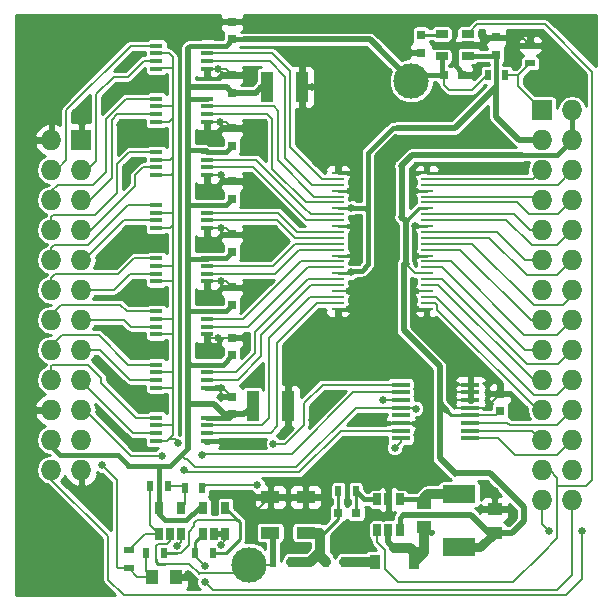
<source format=gtl>
G04 #@! TF.FileFunction,Copper,L1,Top,Signal*
%FSLAX46Y46*%
G04 Gerber Fmt 4.6, Leading zero omitted, Abs format (unit mm)*
G04 Created by KiCad (PCBNEW (2015-01-16 BZR 5376)-product) date 23/07/2015 11:51:53*
%MOMM*%
G01*
G04 APERTURE LIST*
%ADD10C,0.100000*%
%ADD11R,0.750000X0.800000*%
%ADD12R,0.800000X0.750000*%
%ADD13R,1.250000X1.000000*%
%ADD14R,1.000000X1.250000*%
%ADD15R,1.600000X1.000000*%
%ADD16R,0.910000X1.220000*%
%ADD17R,2.799080X1.501140*%
%ADD18R,0.500000X0.900000*%
%ADD19R,0.900000X0.500000*%
%ADD20R,1.100000X0.400000*%
%ADD21R,1.060000X0.650000*%
%ADD22R,0.650000X1.060000*%
%ADD23R,1.500000X0.450000*%
%ADD24R,0.690880X1.000760*%
%ADD25R,1.000000X0.285000*%
%ADD26C,2.999740*%
%ADD27R,1.727200X1.727200*%
%ADD28O,1.727200X1.727200*%
%ADD29R,1.000000X2.500000*%
%ADD30C,0.635000*%
%ADD31C,6.000000*%
%ADD32C,0.200000*%
%ADD33C,0.381000*%
%ADD34C,0.508000*%
%ADD35C,0.254000*%
%ADD36C,0.762000*%
%ADD37C,0.885000*%
%ADD38C,0.220000*%
G04 APERTURE END LIST*
D10*
D11*
X78750000Y-57000000D03*
X78750000Y-55500000D03*
X78750000Y-61500000D03*
X78750000Y-60000000D03*
X78750000Y-66000000D03*
X78750000Y-64500000D03*
X78750000Y-75000000D03*
X78750000Y-73500000D03*
X78750000Y-70500000D03*
X78750000Y-69000000D03*
X78750000Y-79250000D03*
X78750000Y-77750000D03*
X78750000Y-84250000D03*
X78750000Y-82750000D03*
X78750000Y-52500000D03*
X78750000Y-51000000D03*
X101092000Y-53836000D03*
X101092000Y-52336000D03*
X94752000Y-52109000D03*
X94752000Y-53609000D03*
D12*
X96740000Y-55510000D03*
X98240000Y-55510000D03*
D13*
X101000000Y-94250000D03*
X101000000Y-92250000D03*
D14*
X71990000Y-98000000D03*
X73990000Y-98000000D03*
D11*
X101450000Y-84000000D03*
X101450000Y-82500000D03*
D13*
X95000000Y-93750000D03*
X95000000Y-91750000D03*
D12*
X87750000Y-92590000D03*
X89250000Y-92590000D03*
D15*
X85000000Y-94250000D03*
X85000000Y-91250000D03*
X82000000Y-94250000D03*
X82000000Y-91250000D03*
D16*
X90865000Y-96750000D03*
X94135000Y-96750000D03*
D17*
X98000000Y-95500440D03*
X98000000Y-90999560D03*
D18*
X74750000Y-90500000D03*
X76250000Y-90500000D03*
X71810000Y-90270000D03*
X73310000Y-90270000D03*
D19*
X70000000Y-97250000D03*
X70000000Y-95750000D03*
D18*
X87750000Y-90750000D03*
X89250000Y-90750000D03*
X88250000Y-96750000D03*
X86750000Y-96750000D03*
X82250000Y-96750000D03*
X83750000Y-96750000D03*
D20*
X72350000Y-53025000D03*
X72350000Y-53675000D03*
X72350000Y-54325000D03*
X72350000Y-54975000D03*
X76650000Y-54975000D03*
X76650000Y-54325000D03*
X76650000Y-53675000D03*
X76650000Y-53025000D03*
X72350000Y-57525000D03*
X72350000Y-58175000D03*
X72350000Y-58825000D03*
X72350000Y-59475000D03*
X76650000Y-59475000D03*
X76650000Y-58825000D03*
X76650000Y-58175000D03*
X76650000Y-57525000D03*
X72350000Y-62025000D03*
X72350000Y-62675000D03*
X72350000Y-63325000D03*
X72350000Y-63975000D03*
X76650000Y-63975000D03*
X76650000Y-63325000D03*
X76650000Y-62675000D03*
X76650000Y-62025000D03*
X72350000Y-66525000D03*
X72350000Y-67175000D03*
X72350000Y-67825000D03*
X72350000Y-68475000D03*
X76650000Y-68475000D03*
X76650000Y-67825000D03*
X76650000Y-67175000D03*
X76650000Y-66525000D03*
X72350000Y-71025000D03*
X72350000Y-71675000D03*
X72350000Y-72325000D03*
X72350000Y-72975000D03*
X76650000Y-72975000D03*
X76650000Y-72325000D03*
X76650000Y-71675000D03*
X76650000Y-71025000D03*
X72350000Y-75525000D03*
X72350000Y-76175000D03*
X72350000Y-76825000D03*
X72350000Y-77475000D03*
X76650000Y-77475000D03*
X76650000Y-76825000D03*
X76650000Y-76175000D03*
X76650000Y-75525000D03*
X72350000Y-80025000D03*
X72350000Y-80675000D03*
X72350000Y-81325000D03*
X72350000Y-81975000D03*
X76650000Y-81975000D03*
X76650000Y-81325000D03*
X76650000Y-80675000D03*
X76650000Y-80025000D03*
X72350000Y-84525000D03*
X72350000Y-85175000D03*
X72350000Y-85825000D03*
X72350000Y-86475000D03*
X76650000Y-86475000D03*
X76650000Y-85825000D03*
X76650000Y-85175000D03*
X76650000Y-84525000D03*
D21*
X98702000Y-53934000D03*
X98702000Y-52984000D03*
X98702000Y-52034000D03*
X96502000Y-52034000D03*
X96502000Y-53934000D03*
D22*
X72550000Y-94350000D03*
X73500000Y-94350000D03*
X74450000Y-94350000D03*
X74450000Y-92150000D03*
X72550000Y-92150000D03*
D23*
X93050000Y-81725000D03*
X93050000Y-82375000D03*
X93050000Y-83025000D03*
X93050000Y-83675000D03*
X93050000Y-84325000D03*
X93050000Y-84975000D03*
X93050000Y-85625000D03*
X93050000Y-86275000D03*
X98950000Y-86275000D03*
X98950000Y-85625000D03*
X98950000Y-84975000D03*
X98950000Y-84325000D03*
X98950000Y-83675000D03*
X98950000Y-83025000D03*
X98950000Y-82375000D03*
X98950000Y-81725000D03*
D24*
X92949960Y-91449520D03*
X92000000Y-91449520D03*
X91050040Y-91449520D03*
X91050040Y-94050480D03*
X92000000Y-94050480D03*
X92949960Y-94050480D03*
D25*
X87750000Y-63800000D03*
X87750000Y-64300000D03*
X87750000Y-64800000D03*
X87750000Y-65300000D03*
X87750000Y-65800000D03*
X87750000Y-66300000D03*
X87750000Y-66800000D03*
X87750000Y-67300000D03*
X87750000Y-67800000D03*
X87750000Y-68300000D03*
X87750000Y-68800000D03*
X87750000Y-69300000D03*
X87750000Y-69800000D03*
X87750000Y-70300000D03*
X87750000Y-70800000D03*
X87750000Y-71300000D03*
X87750000Y-71800000D03*
X87750000Y-72300000D03*
X87750000Y-72800000D03*
X87750000Y-73300000D03*
X87750000Y-73800000D03*
X87750000Y-74300000D03*
X87750000Y-74800000D03*
X87750000Y-75300000D03*
X95250000Y-75300000D03*
X95250000Y-74800000D03*
X95250000Y-74300000D03*
X95250000Y-73800000D03*
X95250000Y-73300000D03*
X95250000Y-72800000D03*
X95250000Y-72300000D03*
X95250000Y-71800000D03*
X95250000Y-71300000D03*
X95250000Y-70800000D03*
X95250000Y-70300000D03*
X95250000Y-69800000D03*
X95250000Y-69300000D03*
X95250000Y-68800000D03*
X95250000Y-68300000D03*
X95250000Y-67800000D03*
X95250000Y-67300000D03*
X95250000Y-66800000D03*
X95250000Y-66300000D03*
X95250000Y-65800000D03*
X95250000Y-65300000D03*
X95250000Y-64800000D03*
X95250000Y-64300000D03*
X95250000Y-63800000D03*
D26*
X93927000Y-56009000D03*
X80190000Y-96960000D03*
D18*
X73000000Y-96000000D03*
X71500000Y-96000000D03*
X75610000Y-95950000D03*
X77110000Y-95950000D03*
D22*
X76300000Y-94350000D03*
X77250000Y-94350000D03*
X78200000Y-94350000D03*
X78200000Y-92150000D03*
X76300000Y-92150000D03*
D27*
X66000000Y-61000000D03*
D28*
X63460000Y-61000000D03*
X66000000Y-63540000D03*
X63460000Y-63540000D03*
X66000000Y-66080000D03*
X63460000Y-66080000D03*
X66000000Y-68620000D03*
X63460000Y-68620000D03*
X66000000Y-71160000D03*
X63460000Y-71160000D03*
X66000000Y-73700000D03*
X63460000Y-73700000D03*
X66000000Y-76240000D03*
X63460000Y-76240000D03*
X66000000Y-78780000D03*
X63460000Y-78780000D03*
X66000000Y-81320000D03*
X63460000Y-81320000D03*
X66000000Y-83860000D03*
X63460000Y-83860000D03*
X66000000Y-86400000D03*
X63460000Y-86400000D03*
X66000000Y-88940000D03*
X63460000Y-88940000D03*
D27*
X105000000Y-58500000D03*
D28*
X107540000Y-58500000D03*
X105000000Y-61040000D03*
X107540000Y-61040000D03*
X105000000Y-63580000D03*
X107540000Y-63580000D03*
X105000000Y-66120000D03*
X107540000Y-66120000D03*
X105000000Y-68660000D03*
X107540000Y-68660000D03*
X105000000Y-71200000D03*
X107540000Y-71200000D03*
X105000000Y-73740000D03*
X107540000Y-73740000D03*
X105000000Y-76280000D03*
X107540000Y-76280000D03*
X105000000Y-78820000D03*
X107540000Y-78820000D03*
X105000000Y-81360000D03*
X107540000Y-81360000D03*
X105000000Y-83900000D03*
X107540000Y-83900000D03*
X105000000Y-86440000D03*
X107540000Y-86440000D03*
X105000000Y-88980000D03*
X107540000Y-88980000D03*
X105000000Y-91520000D03*
X107540000Y-91520000D03*
D29*
X80500000Y-83500000D03*
X83500000Y-83500000D03*
X81700000Y-56500000D03*
X84700000Y-56500000D03*
D18*
X101900000Y-55500000D03*
X100400000Y-55500000D03*
D19*
X104000000Y-53000000D03*
X104000000Y-54500000D03*
D30*
X94325000Y-83750000D03*
X84750000Y-80750000D03*
X85500000Y-84750000D03*
X83650000Y-81650000D03*
X85550000Y-56500000D03*
X107900000Y-51850000D03*
X106000000Y-53200000D03*
X103150000Y-52336000D03*
X86250000Y-56700000D03*
X71000000Y-86750000D03*
X69750000Y-82500000D03*
X69750000Y-78250000D03*
X69750000Y-74500000D03*
X69750000Y-70000000D03*
X69750000Y-64500000D03*
X69250000Y-59750000D03*
X69500000Y-55000000D03*
D31*
X64000000Y-54000000D03*
D30*
X69250000Y-56750000D03*
X90500000Y-84750000D03*
X88675000Y-75300000D03*
X99280000Y-55510000D03*
X77800000Y-82000000D03*
X77800000Y-81975000D03*
X77550000Y-77750000D03*
X77800000Y-72975000D03*
X77800000Y-68475000D03*
X77800000Y-63975000D03*
X77750000Y-59475000D03*
X77550000Y-54975000D03*
X78050000Y-86550000D03*
X82200000Y-90050000D03*
X84850000Y-90050000D03*
X92000000Y-92800000D03*
X92000000Y-90500000D03*
X101000000Y-90700000D03*
X102300000Y-92250000D03*
X94350000Y-85100000D03*
X100575000Y-83375000D03*
X94225000Y-73800000D03*
X94325000Y-75300000D03*
X88675000Y-73800000D03*
X89225000Y-70800000D03*
X89200000Y-68300000D03*
X88725000Y-65300000D03*
X91725000Y-63775000D03*
X89025000Y-63800000D03*
X91775000Y-73925000D03*
X91725000Y-68275000D03*
X91725000Y-70900000D03*
X91775000Y-76000000D03*
X94275000Y-68300000D03*
X94375000Y-70800000D03*
X94250000Y-65300000D03*
X96525000Y-63625000D03*
X99827000Y-52984000D03*
X80750000Y-81500000D03*
X80000000Y-78000000D03*
X80750000Y-73500000D03*
X81250000Y-69750000D03*
X81000000Y-66000000D03*
X80750000Y-61000000D03*
X80500000Y-56000000D03*
X93227000Y-53259000D03*
X86000000Y-51000000D03*
X77300000Y-51350000D03*
X80360000Y-92870000D03*
X77830000Y-95280000D03*
X75015000Y-97725000D03*
X74110000Y-95350000D03*
D31*
X64000000Y-96000000D03*
D30*
X88875000Y-66750000D03*
X88850000Y-72200000D03*
X93450000Y-71500000D03*
X93450000Y-67900000D03*
X67730000Y-88530000D03*
X72810000Y-87740000D03*
X74720000Y-88960000D03*
X91550000Y-83050000D03*
X92525000Y-87075000D03*
X82270000Y-86720000D03*
X80900000Y-90230000D03*
X76230000Y-87710000D03*
X74220000Y-86680000D03*
X76440000Y-97060000D03*
X76450000Y-98420000D03*
X105630000Y-94150000D03*
X108360000Y-94140000D03*
D32*
X96740000Y-55510000D02*
X96740000Y-56340000D01*
X99100000Y-56750000D02*
X100350000Y-55500000D01*
X97150000Y-56750000D02*
X99100000Y-56750000D01*
X96740000Y-56340000D02*
X97150000Y-56750000D01*
X100350000Y-55500000D02*
X100400000Y-55500000D01*
D33*
X76650000Y-57525000D02*
X75125000Y-57525000D01*
X75125000Y-57525000D02*
X75050000Y-57450000D01*
D34*
X81700000Y-56500000D02*
X81250000Y-56500000D01*
X81250000Y-56500000D02*
X80750000Y-57000000D01*
X80750000Y-57000000D02*
X78750000Y-57000000D01*
X75050000Y-56550000D02*
X78300000Y-56550000D01*
X78300000Y-56550000D02*
X78750000Y-57000000D01*
D33*
X76650000Y-84525000D02*
X78475000Y-84525000D01*
X78475000Y-84525000D02*
X78750000Y-84250000D01*
D34*
X78750000Y-84250000D02*
X79750000Y-84250000D01*
X79750000Y-84250000D02*
X80500000Y-83500000D01*
X75050000Y-83350000D02*
X77200000Y-83350000D01*
X78100000Y-84250000D02*
X78750000Y-84250000D01*
X77200000Y-83350000D02*
X78100000Y-84250000D01*
D33*
X96740000Y-55510000D02*
X94426000Y-55510000D01*
X94426000Y-55510000D02*
X93927000Y-56009000D01*
X96502000Y-53934000D02*
X96502000Y-55272000D01*
X96502000Y-55272000D02*
X96740000Y-55510000D01*
D35*
X94426000Y-55510000D02*
X93927000Y-56009000D01*
X96740000Y-54172000D02*
X96502000Y-53934000D01*
D34*
X79740000Y-52500000D02*
X90418000Y-52500000D01*
X90418000Y-52500000D02*
X93927000Y-56009000D01*
X75050000Y-79850000D02*
X75050000Y-83350000D01*
X75050000Y-83350000D02*
X75050000Y-84200000D01*
X75050000Y-84200000D02*
X75050000Y-87080000D01*
D33*
X75050000Y-87080000D02*
X74435000Y-87695000D01*
D32*
X74950000Y-88060000D02*
X74800000Y-88060000D01*
X74800000Y-88060000D02*
X74435000Y-87695000D01*
X75730000Y-88719998D02*
X75609998Y-88719998D01*
X75609998Y-88719998D02*
X74950000Y-88060000D01*
X93050000Y-83675000D02*
X89225000Y-83675000D01*
X84180002Y-88719998D02*
X75730000Y-88719998D01*
X75730000Y-88719998D02*
X75659998Y-88719998D01*
X89225000Y-83675000D02*
X84180002Y-88719998D01*
D33*
X72580000Y-88580000D02*
X73550000Y-88580000D01*
X70030000Y-88580000D02*
X72580000Y-88580000D01*
X69940000Y-88580000D02*
X70030000Y-88580000D01*
X74535000Y-87595000D02*
X74435000Y-87695000D01*
X73550000Y-88580000D02*
X74535000Y-87595000D01*
X76650000Y-80025000D02*
X75225000Y-80025000D01*
X75225000Y-80025000D02*
X75050000Y-79850000D01*
X76650000Y-80025000D02*
X77975000Y-80025000D01*
X77975000Y-80025000D02*
X78750000Y-79250000D01*
X76650000Y-75525000D02*
X78225000Y-75525000D01*
X78225000Y-75525000D02*
X78750000Y-75000000D01*
X76650000Y-75525000D02*
X75050000Y-75525000D01*
X75000000Y-75550000D02*
X75050000Y-75550000D01*
X75025000Y-75550000D02*
X75000000Y-75550000D01*
X75050000Y-75525000D02*
X75025000Y-75550000D01*
X76650000Y-71025000D02*
X78225000Y-71025000D01*
X78225000Y-71025000D02*
X78750000Y-70500000D01*
X75050000Y-71050000D02*
X76625000Y-71050000D01*
X76625000Y-71050000D02*
X76650000Y-71025000D01*
X76650000Y-66525000D02*
X78225000Y-66525000D01*
X78225000Y-66525000D02*
X78750000Y-66000000D01*
X76650000Y-66525000D02*
X75050000Y-66525000D01*
X75200000Y-66550000D02*
X75050000Y-66550000D01*
X75075000Y-66550000D02*
X75200000Y-66550000D01*
X75050000Y-66525000D02*
X75075000Y-66550000D01*
X76650000Y-62025000D02*
X78225000Y-62025000D01*
X78225000Y-62025000D02*
X78750000Y-61500000D01*
X75050000Y-61900000D02*
X76525000Y-61900000D01*
X76525000Y-61900000D02*
X76650000Y-62025000D01*
X76650000Y-53025000D02*
X78225000Y-53025000D01*
X78225000Y-53025000D02*
X78750000Y-52500000D01*
D34*
X75050000Y-53200000D02*
X75050000Y-56550000D01*
X75050000Y-56550000D02*
X75050000Y-57450000D01*
X75050000Y-57450000D02*
X75050000Y-61900000D01*
X75050000Y-61900000D02*
X75050000Y-66550000D01*
X75050000Y-66550000D02*
X75050000Y-71050000D01*
X75050000Y-71050000D02*
X75050000Y-75550000D01*
X75050000Y-75550000D02*
X75050000Y-79850000D01*
D33*
X75225000Y-53025000D02*
X75050000Y-53200000D01*
X76650000Y-53025000D02*
X75225000Y-53025000D01*
D32*
X94250000Y-83675000D02*
X94325000Y-83750000D01*
X93050000Y-83675000D02*
X94250000Y-83675000D01*
D33*
X79975000Y-52500000D02*
X80000000Y-52500000D01*
X78750000Y-52500000D02*
X79740000Y-52500000D01*
X79740000Y-52500000D02*
X79975000Y-52500000D01*
X94802000Y-56009000D02*
X93927000Y-56009000D01*
X69110000Y-87660000D02*
X70030000Y-88580000D01*
X64210000Y-87660000D02*
X69110000Y-87660000D01*
X63460000Y-86910000D02*
X64210000Y-87660000D01*
X63460000Y-86400000D02*
X63460000Y-86910000D01*
X72580000Y-88990000D02*
X72550000Y-89020000D01*
X72550000Y-89020000D02*
X72550000Y-92150000D01*
X72580000Y-88580000D02*
X72580000Y-88990000D01*
X74900000Y-93190000D02*
X75940000Y-92150000D01*
X75940000Y-92150000D02*
X76300000Y-92150000D01*
X72550000Y-92150000D02*
X72550000Y-92690000D01*
X72550000Y-92690000D02*
X73050000Y-93190000D01*
X73050000Y-93190000D02*
X74900000Y-93190000D01*
D32*
X83650000Y-81600000D02*
X83650000Y-81650000D01*
X83500000Y-81800000D02*
X83650000Y-81650000D01*
X83650000Y-81650000D02*
X83650000Y-81600000D01*
X83500000Y-83500000D02*
X83500000Y-81800000D01*
X105800000Y-53000000D02*
X104000000Y-53000000D01*
X105800000Y-53000000D02*
X106000000Y-53200000D01*
X101092000Y-52336000D02*
X103150000Y-52336000D01*
X103150000Y-52336000D02*
X103336000Y-52336000D01*
X103336000Y-52336000D02*
X104000000Y-53000000D01*
D33*
X86250000Y-56700000D02*
X86050000Y-56500000D01*
X86050000Y-56500000D02*
X85550000Y-56500000D01*
X85550000Y-56500000D02*
X84700000Y-56500000D01*
D32*
X66675000Y-51325000D02*
X77325000Y-51325000D01*
X64000000Y-54000000D02*
X66675000Y-51325000D01*
X90500000Y-84750000D02*
X90725000Y-84975000D01*
X90725000Y-84975000D02*
X93050000Y-84975000D01*
D33*
X98240000Y-55510000D02*
X99280000Y-55510000D01*
X99280000Y-55510000D02*
X99300000Y-55530000D01*
X98702000Y-52984000D02*
X97996000Y-52984000D01*
X97700000Y-54780000D02*
X97700000Y-53280000D01*
X97700000Y-54780000D02*
X98240000Y-55320000D01*
X97996000Y-52984000D02*
X97700000Y-53280000D01*
X98240000Y-55510000D02*
X98240000Y-55320000D01*
D32*
X77975000Y-81975000D02*
X78750000Y-82750000D01*
X77800000Y-81975000D02*
X77975000Y-81975000D01*
X76650000Y-81975000D02*
X77800000Y-81975000D01*
X76925000Y-77750000D02*
X76650000Y-77475000D01*
X77550000Y-77750000D02*
X76925000Y-77750000D01*
X78750000Y-77750000D02*
X77550000Y-77750000D01*
X78225000Y-72975000D02*
X78750000Y-73500000D01*
X77800000Y-72975000D02*
X78225000Y-72975000D01*
X76650000Y-72975000D02*
X77800000Y-72975000D01*
X78225000Y-68475000D02*
X78750000Y-69000000D01*
X77800000Y-68475000D02*
X78225000Y-68475000D01*
X76650000Y-68475000D02*
X77800000Y-68475000D01*
X78400000Y-64500000D02*
X78750000Y-64500000D01*
X78100000Y-64200000D02*
X78400000Y-64500000D01*
X77875000Y-63975000D02*
X78100000Y-64200000D01*
X77800000Y-63975000D02*
X77875000Y-63975000D01*
X76650000Y-63975000D02*
X77800000Y-63975000D01*
X78225000Y-59475000D02*
X78750000Y-60000000D01*
X77750000Y-59475000D02*
X78225000Y-59475000D01*
X76650000Y-59475000D02*
X77750000Y-59475000D01*
X78225000Y-54975000D02*
X78750000Y-55500000D01*
X77550000Y-54975000D02*
X78225000Y-54975000D01*
X76650000Y-54975000D02*
X77550000Y-54975000D01*
X77650000Y-51000000D02*
X78750000Y-51000000D01*
X77325000Y-51325000D02*
X77650000Y-51000000D01*
X76650000Y-86475000D02*
X77975000Y-86475000D01*
X77975000Y-86475000D02*
X78050000Y-86550000D01*
X77975000Y-86475000D02*
X78050000Y-86550000D01*
X82000000Y-90250000D02*
X82000000Y-91250000D01*
X82200000Y-90050000D02*
X82000000Y-90250000D01*
X85000000Y-90200000D02*
X85000000Y-91250000D01*
X84850000Y-90050000D02*
X85000000Y-90200000D01*
X92000000Y-90500000D02*
X92000000Y-91449520D01*
X92000000Y-91449520D02*
X92000000Y-92800000D01*
X101000000Y-92250000D02*
X101000000Y-90700000D01*
X102300000Y-92250000D02*
X102350000Y-92200000D01*
X101000000Y-92250000D02*
X102300000Y-92250000D01*
X93050000Y-84975000D02*
X94225000Y-84975000D01*
X94225000Y-84975000D02*
X94350000Y-85100000D01*
X97650000Y-82000000D02*
X97925000Y-81725000D01*
X97925000Y-81725000D02*
X98950000Y-81725000D01*
X98950000Y-83675000D02*
X97775000Y-83675000D01*
X97650000Y-82450000D02*
X97650000Y-82050000D01*
X97650000Y-83000000D02*
X97650000Y-82450000D01*
X97650000Y-83550000D02*
X97650000Y-83000000D01*
X97775000Y-83675000D02*
X97650000Y-83550000D01*
X97650000Y-82050000D02*
X97650000Y-82000000D01*
X97650000Y-82375000D02*
X97575000Y-82450000D01*
X97575000Y-82450000D02*
X97550000Y-82450000D01*
X97550000Y-82450000D02*
X97650000Y-82450000D01*
X98950000Y-82375000D02*
X97650000Y-82375000D01*
X97675000Y-83025000D02*
X97650000Y-83000000D01*
X98950000Y-83025000D02*
X97675000Y-83025000D01*
X100575000Y-83375000D02*
X101450000Y-82500000D01*
X100275000Y-83675000D02*
X100575000Y-83375000D01*
X98950000Y-83675000D02*
X100275000Y-83675000D01*
X94225000Y-73800000D02*
X94200000Y-73825000D01*
X95250000Y-73800000D02*
X94225000Y-73800000D01*
X94325000Y-75300000D02*
X94300000Y-75325000D01*
X95250000Y-75300000D02*
X94325000Y-75300000D01*
X87750000Y-73800000D02*
X88675000Y-73800000D01*
X88675000Y-75300000D02*
X88700000Y-75325000D01*
X87750000Y-75300000D02*
X88675000Y-75300000D01*
D35*
X87750000Y-70800000D02*
X89225000Y-70800000D01*
X89200000Y-68300000D02*
X89225000Y-68275000D01*
X87750000Y-68300000D02*
X89200000Y-68300000D01*
X88725000Y-65300000D02*
X88775000Y-65350000D01*
X87750000Y-65300000D02*
X88725000Y-65300000D01*
X89025000Y-63800000D02*
X89050000Y-63825000D01*
X87750000Y-63800000D02*
X89025000Y-63800000D01*
X91725000Y-68275000D02*
X91700000Y-68300000D01*
X91725000Y-63775000D02*
X91725000Y-66300000D01*
X91725000Y-66300000D02*
X91725000Y-68275000D01*
X91725000Y-70900000D02*
X91775000Y-70950000D01*
X91775000Y-70950000D02*
X91775000Y-73925000D01*
X95250000Y-68300000D02*
X94275000Y-68300000D01*
X94375000Y-70800000D02*
X94350000Y-70825000D01*
X95250000Y-70800000D02*
X94375000Y-70800000D01*
X94250000Y-65300000D02*
X94225000Y-65325000D01*
X95250000Y-65300000D02*
X94250000Y-65300000D01*
X96350000Y-63800000D02*
X95250000Y-63800000D01*
X96525000Y-63625000D02*
X96350000Y-63800000D01*
X100027000Y-52984000D02*
X100677000Y-52334000D01*
X99827000Y-52984000D02*
X100027000Y-52984000D01*
X98702000Y-52984000D02*
X99827000Y-52984000D01*
X93227000Y-53259000D02*
X93577000Y-53609000D01*
X94752000Y-53609000D02*
X93577000Y-53609000D01*
D32*
X77300000Y-51350000D02*
X77325000Y-51325000D01*
X82000000Y-91250000D02*
X81980000Y-91250000D01*
X81980000Y-91250000D02*
X80360000Y-92870000D01*
X77250000Y-94350000D02*
X78200000Y-94350000D01*
X78200000Y-94910000D02*
X78200000Y-94350000D01*
X77830000Y-95280000D02*
X78200000Y-94910000D01*
X75015000Y-97725000D02*
X75140000Y-97600000D01*
X74740000Y-98000000D02*
X75015000Y-97725000D01*
X73990000Y-98000000D02*
X74740000Y-98000000D01*
X74450000Y-95010000D02*
X74450000Y-94350000D01*
X74110000Y-95350000D02*
X74450000Y-95010000D01*
D33*
X98702000Y-53934000D02*
X100994000Y-53934000D01*
X100994000Y-53934000D02*
X101092000Y-53836000D01*
X101092000Y-53836000D02*
X101092000Y-56508000D01*
D34*
X97600000Y-60000000D02*
X101092000Y-56508000D01*
X97600000Y-60000000D02*
X92740000Y-60000000D01*
D33*
X98800000Y-53836000D02*
X98702000Y-53934000D01*
X92775000Y-60000000D02*
X92740000Y-60000000D01*
X92740000Y-60000000D02*
X92625000Y-60000000D01*
D35*
X88825000Y-66800000D02*
X88875000Y-66750000D01*
X87750000Y-66800000D02*
X88825000Y-66800000D01*
X88750000Y-72300000D02*
X88850000Y-72200000D01*
X87750000Y-72300000D02*
X88750000Y-72300000D01*
D33*
X90275000Y-62075000D02*
X90275000Y-67025000D01*
X92775000Y-60000000D02*
X92350000Y-60000000D01*
X92350000Y-60000000D02*
X90275000Y-62075000D01*
X90275000Y-67025000D02*
X90275000Y-70775000D01*
X88975000Y-72075000D02*
X88850000Y-72200000D01*
X89725000Y-72075000D02*
X88975000Y-72075000D01*
X90275000Y-71525000D02*
X89725000Y-72075000D01*
X90275000Y-70775000D02*
X90275000Y-71525000D01*
X90000000Y-66750000D02*
X90275000Y-67025000D01*
X88875000Y-66750000D02*
X90000000Y-66750000D01*
D34*
X103080000Y-61040000D02*
X101092000Y-59052000D01*
X101092000Y-59052000D02*
X101092000Y-56508000D01*
X105000000Y-61040000D02*
X103080000Y-61040000D01*
D35*
X96427000Y-52109000D02*
X96502000Y-52034000D01*
X94752000Y-52109000D02*
X96427000Y-52109000D01*
D33*
X93200000Y-92750000D02*
X93250000Y-92700000D01*
D34*
X99000000Y-92750000D02*
X93200000Y-92750000D01*
X100500000Y-94250000D02*
X99000000Y-92750000D01*
D33*
X92949960Y-93000040D02*
X93200000Y-92750000D01*
D34*
X96340000Y-83310000D02*
X96340000Y-87940000D01*
X96340000Y-87940000D02*
X97630000Y-89230000D01*
X97630000Y-89230000D02*
X97660000Y-89260000D01*
X96340000Y-81060000D02*
X96340000Y-80190000D01*
X93340000Y-71500000D02*
X93290000Y-71550000D01*
X93290000Y-71550000D02*
X93290000Y-74210000D01*
X93450000Y-71500000D02*
X93340000Y-71500000D01*
X97000000Y-83970000D02*
X96340000Y-83310000D01*
X96340000Y-83310000D02*
X96340000Y-81060000D01*
D35*
X97025000Y-84025000D02*
X97000000Y-84000000D01*
X97325000Y-84325000D02*
X97025000Y-84025000D01*
X97325000Y-84325000D02*
X98950000Y-84325000D01*
D34*
X97000000Y-84000000D02*
X97000000Y-83970000D01*
X93290000Y-77140000D02*
X93290000Y-74210000D01*
X96340000Y-80190000D02*
X93290000Y-77140000D01*
X93450000Y-67900000D02*
X93450000Y-71500000D01*
X93130000Y-63160000D02*
X93130000Y-67580000D01*
X93130000Y-67580000D02*
X93450000Y-67900000D01*
X103320000Y-62280000D02*
X94010000Y-62280000D01*
X93070000Y-67520000D02*
X93450000Y-67900000D01*
X94010000Y-62280000D02*
X93130000Y-63160000D01*
X93130000Y-63160000D02*
X93070000Y-63220000D01*
D33*
X103320000Y-62280000D02*
X103300000Y-62280000D01*
X103300000Y-62280000D02*
X103290000Y-62290000D01*
D32*
X101125000Y-84325000D02*
X101450000Y-84000000D01*
X98950000Y-84325000D02*
X101125000Y-84325000D01*
X95250000Y-72300000D02*
X94250000Y-72300000D01*
X94250000Y-72300000D02*
X93450000Y-71500000D01*
D35*
X94550000Y-66800000D02*
X93450000Y-67900000D01*
X95250000Y-66800000D02*
X94550000Y-66800000D01*
D36*
X101075000Y-94175000D02*
X101000000Y-94250000D01*
X99749560Y-95500440D02*
X101000000Y-94250000D01*
X98000000Y-95500440D02*
X99749560Y-95500440D01*
D33*
X101000000Y-94250000D02*
X101000000Y-94150000D01*
X92949960Y-94050480D02*
X92949960Y-93000040D01*
D34*
X101000000Y-94250000D02*
X100500000Y-94250000D01*
D33*
X107540000Y-61040000D02*
X107540000Y-58500000D01*
X106270000Y-62310000D02*
X107540000Y-61040000D01*
X103300000Y-62280000D02*
X104490000Y-62280000D01*
X104520000Y-62310000D02*
X105050000Y-62310000D01*
X104490000Y-62280000D02*
X104520000Y-62310000D01*
X105050000Y-62310000D02*
X106270000Y-62310000D01*
D34*
X102470000Y-94250000D02*
X103450000Y-93270000D01*
X103450000Y-93270000D02*
X103450000Y-92090000D01*
X103450000Y-92090000D02*
X100590000Y-89230000D01*
X100590000Y-89230000D02*
X97630000Y-89230000D01*
X101000000Y-94250000D02*
X102470000Y-94250000D01*
D32*
X71500000Y-97510000D02*
X71990000Y-98000000D01*
X71500000Y-96000000D02*
X71500000Y-97510000D01*
X70750000Y-98000000D02*
X70000000Y-97250000D01*
X71990000Y-98000000D02*
X70750000Y-98000000D01*
X70000000Y-97250000D02*
X69100000Y-97250000D01*
X68990000Y-89790000D02*
X67730000Y-88530000D01*
X68990000Y-97140000D02*
X68990000Y-89790000D01*
X69100000Y-97250000D02*
X68990000Y-97140000D01*
D33*
X95675000Y-94175000D02*
X95600000Y-94250000D01*
D37*
X95000000Y-95885000D02*
X94135000Y-96750000D01*
X95000000Y-95900000D02*
X95000000Y-95885000D01*
X95000000Y-93750000D02*
X95000000Y-95900000D01*
X93850000Y-95550000D02*
X94200000Y-95900000D01*
X94200000Y-95900000D02*
X94985000Y-95900000D01*
X94985000Y-95900000D02*
X95000000Y-95900000D01*
D34*
X92000000Y-95000000D02*
X92000000Y-95050000D01*
X92000000Y-94050480D02*
X92000000Y-95000000D01*
X92000000Y-95050000D02*
X92500000Y-95550000D01*
D37*
X92500000Y-95550000D02*
X93850000Y-95550000D01*
X95350440Y-90999560D02*
X98000000Y-90999560D01*
X95000000Y-91350000D02*
X95350440Y-90999560D01*
X95000000Y-91750000D02*
X95000000Y-91350000D01*
D33*
X94699520Y-91449520D02*
X95000000Y-91750000D01*
X92949960Y-91449520D02*
X94699520Y-91449520D01*
D34*
X85500000Y-94250000D02*
X85000000Y-94250000D01*
D37*
X85000000Y-94250000D02*
X86250000Y-94250000D01*
X86250000Y-96250000D02*
X86750000Y-96750000D01*
X86250000Y-95900000D02*
X86250000Y-96250000D01*
X86250000Y-94300000D02*
X86250000Y-95900000D01*
X86250000Y-94250000D02*
X86250000Y-94300000D01*
X85400000Y-96750000D02*
X86250000Y-95900000D01*
X83750000Y-96750000D02*
X85400000Y-96750000D01*
D35*
X87750000Y-90750000D02*
X87750000Y-91070000D01*
X86590000Y-94250000D02*
X87750000Y-93090000D01*
X87750000Y-93090000D02*
X87750000Y-92590000D01*
X85000000Y-94250000D02*
X86590000Y-94250000D01*
X87750000Y-92590000D02*
X87750000Y-90750000D01*
D33*
X89949520Y-91449520D02*
X89250000Y-90750000D01*
X91050040Y-91449520D02*
X89949520Y-91449520D01*
D35*
X89250000Y-92590000D02*
X89250000Y-90750000D01*
D34*
X82250000Y-94500000D02*
X82000000Y-94250000D01*
X82250000Y-96750000D02*
X82250000Y-94500000D01*
D32*
X79290000Y-97210000D02*
X79750000Y-96750000D01*
D35*
X79750000Y-97720000D02*
X79620000Y-97720000D01*
D32*
X75935000Y-97685000D02*
X75160000Y-96910000D01*
X75970000Y-97720000D02*
X75935000Y-97685000D01*
X75160000Y-96910000D02*
X73090000Y-96910000D01*
D35*
X72350000Y-96530000D02*
X72350000Y-96780000D01*
D32*
X72350000Y-95350000D02*
X72350000Y-96530000D01*
X73500000Y-94960000D02*
X73230000Y-95230000D01*
X73230000Y-95230000D02*
X72470000Y-95230000D01*
X72470000Y-95230000D02*
X72350000Y-95350000D01*
X73500000Y-94960000D02*
X73500000Y-94350000D01*
D35*
X72480000Y-96910000D02*
X73060000Y-96910000D01*
X73060000Y-96910000D02*
X73090000Y-96910000D01*
X72350000Y-96780000D02*
X72480000Y-96910000D01*
D32*
X79465000Y-97685000D02*
X80190000Y-96960000D01*
X75935000Y-97685000D02*
X79465000Y-97685000D01*
X80190000Y-96960000D02*
X82440000Y-96960000D01*
D37*
X88250000Y-96750000D02*
X90865000Y-96750000D01*
D32*
X70750000Y-87740000D02*
X72810000Y-87740000D01*
X87955000Y-85625000D02*
X93050000Y-85625000D01*
X84460000Y-89120000D02*
X87955000Y-85625000D01*
X74880000Y-89120000D02*
X84460000Y-89120000D01*
X74720000Y-88960000D02*
X74880000Y-89120000D01*
X70190000Y-87740000D02*
X70750000Y-87740000D01*
X66310000Y-83860000D02*
X70190000Y-87740000D01*
X66000000Y-83860000D02*
X66310000Y-83860000D01*
X72075000Y-84525000D02*
X72350000Y-84525000D01*
X70665000Y-84525000D02*
X67690000Y-81550000D01*
X67690000Y-81550000D02*
X67690000Y-81160000D01*
X67690000Y-81160000D02*
X66590000Y-80060000D01*
X66590000Y-80060000D02*
X63540000Y-80060000D01*
X63540000Y-80060000D02*
X63460000Y-80140000D01*
X63460000Y-80140000D02*
X63460000Y-81320000D01*
X72350000Y-84525000D02*
X70665000Y-84525000D01*
X70375000Y-85825000D02*
X72350000Y-85825000D01*
X66000000Y-81450000D02*
X70375000Y-85825000D01*
X66000000Y-81320000D02*
X66000000Y-81450000D01*
X69985000Y-80025000D02*
X72350000Y-80025000D01*
X67480000Y-77520000D02*
X69985000Y-80025000D01*
X64390000Y-77520000D02*
X67480000Y-77520000D01*
X63460000Y-78450000D02*
X64390000Y-77520000D01*
X63460000Y-78780000D02*
X63460000Y-78450000D01*
X67580000Y-78780000D02*
X70125000Y-81325000D01*
X70125000Y-81325000D02*
X72350000Y-81325000D01*
X66000000Y-78780000D02*
X67580000Y-78780000D01*
X69855000Y-75525000D02*
X72350000Y-75525000D01*
X69290000Y-74960000D02*
X69855000Y-75525000D01*
X64320000Y-74960000D02*
X69290000Y-74960000D01*
X63460000Y-75820000D02*
X64320000Y-74960000D01*
X63460000Y-76240000D02*
X63460000Y-75820000D01*
X69610000Y-76240000D02*
X70195000Y-76825000D01*
X70195000Y-76825000D02*
X72350000Y-76825000D01*
X66000000Y-76240000D02*
X69610000Y-76240000D01*
X63460000Y-72710000D02*
X63810000Y-72360000D01*
X63810000Y-72360000D02*
X69110000Y-72360000D01*
X69110000Y-72360000D02*
X70445000Y-71025000D01*
X70445000Y-71025000D02*
X72350000Y-71025000D01*
X63460000Y-73700000D02*
X63460000Y-72710000D01*
X68770000Y-73700000D02*
X70145000Y-72325000D01*
X70145000Y-72325000D02*
X72350000Y-72325000D01*
X66000000Y-73700000D02*
X68770000Y-73700000D01*
X63460000Y-70200000D02*
X63720000Y-69940000D01*
X63720000Y-69940000D02*
X66530000Y-69940000D01*
X66530000Y-69940000D02*
X69945000Y-66525000D01*
X69945000Y-66525000D02*
X72350000Y-66525000D01*
X63460000Y-71160000D02*
X63460000Y-70200000D01*
X69595000Y-67825000D02*
X72350000Y-67825000D01*
X66260000Y-71160000D02*
X69595000Y-67825000D01*
X66000000Y-71160000D02*
X66260000Y-71160000D01*
X63460000Y-67540000D02*
X63640000Y-67360000D01*
X63640000Y-67360000D02*
X67160000Y-67360000D01*
X67160000Y-67360000D02*
X69050000Y-65470000D01*
X69050000Y-65470000D02*
X69050000Y-63030000D01*
X69050000Y-63030000D02*
X70055000Y-62025000D01*
X70055000Y-62025000D02*
X72350000Y-62025000D01*
X63460000Y-68620000D02*
X63460000Y-67540000D01*
X71235000Y-63325000D02*
X72350000Y-63325000D01*
X70550000Y-64010000D02*
X71235000Y-63325000D01*
X70550000Y-64880000D02*
X70550000Y-64010000D01*
X66810000Y-68620000D02*
X70550000Y-64880000D01*
X66000000Y-68620000D02*
X66810000Y-68620000D01*
X69745000Y-57525000D02*
X72350000Y-57525000D01*
X68070000Y-59200000D02*
X69745000Y-57525000D01*
X68070000Y-63720000D02*
X68070000Y-59200000D01*
X66970000Y-64820000D02*
X68070000Y-63720000D01*
X63990000Y-64820000D02*
X66970000Y-64820000D01*
X63460000Y-65350000D02*
X63990000Y-64820000D01*
X63460000Y-66080000D02*
X63460000Y-65350000D01*
X66740000Y-66080000D02*
X66000000Y-66080000D01*
X69065000Y-58825000D02*
X68560000Y-59330000D01*
X68560000Y-59330000D02*
X68560000Y-64260000D01*
X68560000Y-64260000D02*
X66740000Y-66080000D01*
X72350000Y-58825000D02*
X69065000Y-58825000D01*
X70455000Y-53025000D02*
X72350000Y-53025000D01*
X70175000Y-53025000D02*
X70455000Y-53025000D01*
X64740000Y-58460000D02*
X70175000Y-53025000D01*
X64740000Y-62730000D02*
X64740000Y-58460000D01*
X63930000Y-63540000D02*
X64740000Y-62730000D01*
X63460000Y-63540000D02*
X63930000Y-63540000D01*
X71285000Y-54325000D02*
X72350000Y-54325000D01*
X69950000Y-55660000D02*
X71285000Y-54325000D01*
X68730000Y-55660000D02*
X69950000Y-55660000D01*
X67260000Y-57130000D02*
X68730000Y-55660000D01*
X67260000Y-62760000D02*
X67260000Y-57130000D01*
X66480000Y-63540000D02*
X67260000Y-62760000D01*
X66000000Y-63540000D02*
X66480000Y-63540000D01*
X91550000Y-83050000D02*
X91575000Y-83025000D01*
X91575000Y-83025000D02*
X93050000Y-83025000D01*
X92525000Y-87075000D02*
X93050000Y-86550000D01*
X93050000Y-86550000D02*
X93050000Y-86275000D01*
X98070000Y-70300000D02*
X104050000Y-76280000D01*
X104050000Y-76280000D02*
X105000000Y-76280000D01*
X95250000Y-70300000D02*
X98070000Y-70300000D01*
X104290000Y-81360000D02*
X105000000Y-81360000D01*
X96230000Y-73300000D02*
X104290000Y-81360000D01*
X95250000Y-73300000D02*
X96230000Y-73300000D01*
X104030000Y-68660000D02*
X102670000Y-67300000D01*
X102670000Y-67300000D02*
X95250000Y-67300000D01*
X105000000Y-68660000D02*
X104030000Y-68660000D01*
X100560000Y-69300000D02*
X103700000Y-72440000D01*
X103700000Y-72440000D02*
X106300000Y-72440000D01*
X106300000Y-72440000D02*
X107540000Y-71200000D01*
X95250000Y-69300000D02*
X100560000Y-69300000D01*
X96580000Y-71800000D02*
X103600000Y-78820000D01*
X103600000Y-78820000D02*
X105000000Y-78820000D01*
X95250000Y-71800000D02*
X96580000Y-71800000D01*
X96570000Y-72800000D02*
X103760000Y-79990000D01*
X103760000Y-79990000D02*
X106370000Y-79990000D01*
X106370000Y-79990000D02*
X107540000Y-78820000D01*
X95250000Y-72800000D02*
X96570000Y-72800000D01*
X102000000Y-67800000D02*
X104140000Y-69940000D01*
X104140000Y-69940000D02*
X106260000Y-69940000D01*
X106260000Y-69940000D02*
X107540000Y-68660000D01*
X95250000Y-67800000D02*
X102000000Y-67800000D01*
X101170000Y-68800000D02*
X103570000Y-71200000D01*
X103570000Y-71200000D02*
X105000000Y-71200000D01*
X95250000Y-68800000D02*
X101170000Y-68800000D01*
X96030000Y-74300000D02*
X104360000Y-82630000D01*
X104360000Y-82630000D02*
X106270000Y-82630000D01*
X106270000Y-82630000D02*
X107540000Y-81360000D01*
X95250000Y-74300000D02*
X96030000Y-74300000D01*
X105000000Y-83835688D02*
X105000000Y-83860000D01*
X96137156Y-74972844D02*
X96142156Y-74977844D01*
X95964312Y-74800000D02*
X96137156Y-74972844D01*
X95250000Y-74800000D02*
X95964312Y-74800000D01*
X104640000Y-83900000D02*
X105000000Y-83900000D01*
X96137156Y-75397156D02*
X104640000Y-83900000D01*
X96137156Y-74972844D02*
X96137156Y-75397156D01*
X102890000Y-66300000D02*
X103890000Y-67300000D01*
X103890000Y-67300000D02*
X106360000Y-67300000D01*
X106360000Y-67300000D02*
X107540000Y-66120000D01*
X95250000Y-66300000D02*
X102890000Y-66300000D01*
X104680000Y-65800000D02*
X105000000Y-66120000D01*
X95250000Y-65800000D02*
X104680000Y-65800000D01*
X97260000Y-71300000D02*
X103490000Y-77530000D01*
X103490000Y-77530000D02*
X106290000Y-77530000D01*
X106290000Y-77530000D02*
X107540000Y-76280000D01*
X95250000Y-71300000D02*
X97260000Y-71300000D01*
X99120000Y-69800000D02*
X104300000Y-74980000D01*
X104300000Y-74980000D02*
X106800000Y-74980000D01*
X95250000Y-69800000D02*
X99120000Y-69800000D01*
X107540000Y-74240000D02*
X106800000Y-74980000D01*
X107540000Y-73740000D02*
X107540000Y-74240000D01*
X106320000Y-64800000D02*
X107540000Y-63580000D01*
X95250000Y-64800000D02*
X106320000Y-64800000D01*
X104280000Y-64300000D02*
X105000000Y-63580000D01*
X95250000Y-64300000D02*
X104280000Y-64300000D01*
X102085000Y-84975000D02*
X102270000Y-85160000D01*
X102270000Y-85160000D02*
X106280000Y-85160000D01*
X106280000Y-85160000D02*
X107540000Y-83900000D01*
X98950000Y-84975000D02*
X102085000Y-84975000D01*
X104185000Y-85625000D02*
X105000000Y-86440000D01*
X98950000Y-85625000D02*
X104185000Y-85625000D01*
X101295000Y-86275000D02*
X102700000Y-87680000D01*
X102700000Y-87680000D02*
X106300000Y-87680000D01*
X106300000Y-87680000D02*
X107540000Y-86440000D01*
X98950000Y-86275000D02*
X101295000Y-86275000D01*
X91050040Y-95080040D02*
X91050040Y-94050480D01*
X91700000Y-95730000D02*
X91050040Y-95080040D01*
X91700000Y-96050000D02*
X91700000Y-95730000D01*
X105000000Y-96030000D02*
X102590000Y-98440000D01*
X102590000Y-98440000D02*
X92840000Y-98440000D01*
X92840000Y-98440000D02*
X91700000Y-97300000D01*
X91700000Y-97300000D02*
X91700000Y-96050000D01*
X106280000Y-94750000D02*
X105000000Y-96030000D01*
X106280000Y-90300000D02*
X106280000Y-94750000D01*
X106280000Y-89610000D02*
X106280000Y-90300000D01*
X105650000Y-88980000D02*
X106280000Y-89610000D01*
X105000000Y-88980000D02*
X105650000Y-88980000D01*
X108770000Y-90300000D02*
X109270000Y-89800000D01*
X109270000Y-89800000D02*
X109270000Y-55240000D01*
X109270000Y-55240000D02*
X105240000Y-51210000D01*
X105240000Y-51210000D02*
X99526000Y-51210000D01*
X99526000Y-51210000D02*
X98702000Y-52034000D01*
X106280000Y-90300000D02*
X108770000Y-90300000D01*
X74520000Y-90270000D02*
X74750000Y-90500000D01*
X73310000Y-90270000D02*
X74520000Y-90270000D01*
X74750000Y-91850000D02*
X74450000Y-92150000D01*
X74750000Y-90500000D02*
X74750000Y-91850000D01*
X82270000Y-86720000D02*
X83280000Y-86720000D01*
X87265000Y-81725000D02*
X93050000Y-81725000D01*
X86425000Y-81725000D02*
X87265000Y-81725000D01*
X84850000Y-83300000D02*
X86425000Y-81725000D01*
X84850000Y-85150000D02*
X84850000Y-83300000D01*
X83280000Y-86720000D02*
X84850000Y-85150000D01*
X82190000Y-86720000D02*
X82270000Y-86720000D01*
X82190000Y-86720000D02*
X82170000Y-86720000D01*
X76540000Y-90210000D02*
X76250000Y-90500000D01*
X80900000Y-90230000D02*
X80880000Y-90210000D01*
X80880000Y-90210000D02*
X78540000Y-90210000D01*
X78540000Y-90210000D02*
X76540000Y-90210000D01*
X71400000Y-94350000D02*
X70000000Y-95750000D01*
X72550000Y-94350000D02*
X71400000Y-94350000D01*
X71810000Y-93610000D02*
X72550000Y-94350000D01*
X71810000Y-90270000D02*
X71810000Y-93610000D01*
X73395000Y-86355000D02*
X73895000Y-86355000D01*
X73895000Y-86355000D02*
X74220000Y-86680000D01*
X89025000Y-82375000D02*
X93050000Y-82375000D01*
X83820000Y-87580000D02*
X89025000Y-82375000D01*
X76360000Y-87580000D02*
X83820000Y-87580000D01*
X76230000Y-87710000D02*
X76360000Y-87580000D01*
X72350000Y-85175000D02*
X73750000Y-85175000D01*
X73750000Y-85175000D02*
X73750000Y-85200000D01*
X72350000Y-81975000D02*
X73750000Y-81975000D01*
X73650000Y-81950000D02*
X73750000Y-81950000D01*
X73725000Y-81950000D02*
X73650000Y-81950000D01*
X73750000Y-81975000D02*
X73725000Y-81950000D01*
X72350000Y-80675000D02*
X73750000Y-80675000D01*
X73700000Y-80650000D02*
X73750000Y-80650000D01*
X73725000Y-80650000D02*
X73700000Y-80650000D01*
X73750000Y-80675000D02*
X73725000Y-80650000D01*
X72350000Y-77475000D02*
X73750000Y-77475000D01*
X73700000Y-77450000D02*
X73750000Y-77450000D01*
X73725000Y-77450000D02*
X73700000Y-77450000D01*
X73750000Y-77475000D02*
X73725000Y-77450000D01*
X72350000Y-76175000D02*
X73750000Y-76175000D01*
X73750000Y-76175000D02*
X73750000Y-76200000D01*
X72350000Y-72975000D02*
X73750000Y-72975000D01*
X73750000Y-72975000D02*
X73750000Y-72950000D01*
X72350000Y-71675000D02*
X73750000Y-71675000D01*
X73775000Y-71650000D02*
X73800000Y-71650000D01*
X73750000Y-71675000D02*
X73775000Y-71650000D01*
X72350000Y-67175000D02*
X73725000Y-67175000D01*
X73725000Y-67175000D02*
X73750000Y-67150000D01*
X73750000Y-67150000D02*
X73750000Y-63850000D01*
X72350000Y-68475000D02*
X73525000Y-68475000D01*
X73525000Y-68475000D02*
X73750000Y-68250000D01*
X72350000Y-63975000D02*
X73625000Y-63975000D01*
X73625000Y-63975000D02*
X73750000Y-63850000D01*
X72350000Y-62675000D02*
X73525000Y-62675000D01*
X73525000Y-62675000D02*
X73750000Y-62450000D01*
X72350000Y-59475000D02*
X73425000Y-59475000D01*
X73425000Y-59475000D02*
X73750000Y-59150000D01*
X72350000Y-58175000D02*
X73750000Y-58175000D01*
X73700000Y-58100000D02*
X73750000Y-58100000D01*
X73700000Y-58125000D02*
X73700000Y-58100000D01*
X73750000Y-58175000D02*
X73700000Y-58125000D01*
X73750000Y-54900000D02*
X72425000Y-54900000D01*
X72425000Y-54900000D02*
X72350000Y-54975000D01*
X73750000Y-77100000D02*
X73750000Y-76200000D01*
X73750000Y-76200000D02*
X73750000Y-72950000D01*
X73750000Y-72950000D02*
X73750000Y-71650000D01*
X73750000Y-71650000D02*
X73750000Y-68250000D01*
X73750000Y-68250000D02*
X73750000Y-67150000D01*
X73750000Y-63850000D02*
X73750000Y-62450000D01*
X73750000Y-62450000D02*
X73750000Y-59150000D01*
X73750000Y-59150000D02*
X73750000Y-58100000D01*
X73750000Y-58100000D02*
X73750000Y-55000000D01*
X73750000Y-55000000D02*
X73750000Y-54900000D01*
X73750000Y-54900000D02*
X73750000Y-54000000D01*
X73275000Y-86475000D02*
X73395000Y-86355000D01*
X73395000Y-86355000D02*
X73750000Y-86000000D01*
X73750000Y-86000000D02*
X73750000Y-85200000D01*
X73750000Y-85200000D02*
X73750000Y-81950000D01*
X73750000Y-81950000D02*
X73750000Y-80650000D01*
X73750000Y-80650000D02*
X73750000Y-77450000D01*
X73750000Y-77450000D02*
X73750000Y-77100000D01*
X72350000Y-86475000D02*
X73275000Y-86475000D01*
X73425000Y-53675000D02*
X72350000Y-53675000D01*
X73750000Y-54000000D02*
X73425000Y-53675000D01*
X76650000Y-81325000D02*
X79265000Y-81325000D01*
X85440000Y-73300000D02*
X87750000Y-73300000D01*
X81250000Y-77490000D02*
X85440000Y-73300000D01*
X81250000Y-79340000D02*
X81250000Y-77490000D01*
X79265000Y-81325000D02*
X81250000Y-79340000D01*
X87750000Y-70300000D02*
X84390000Y-70300000D01*
X82365000Y-72325000D02*
X76650000Y-72325000D01*
X84390000Y-70300000D02*
X82365000Y-72325000D01*
X87750000Y-69300000D02*
X84060000Y-69300000D01*
X82585000Y-67825000D02*
X76650000Y-67825000D01*
X84060000Y-69300000D02*
X82585000Y-67825000D01*
X87750000Y-67300000D02*
X85420000Y-67300000D01*
X80775000Y-62675000D02*
X81980000Y-63880000D01*
X81980000Y-63880000D02*
X82000000Y-63880000D01*
X82000000Y-63880000D02*
X84880000Y-66760000D01*
X80775000Y-62675000D02*
X76650000Y-62675000D01*
X85420000Y-67300000D02*
X84880000Y-66760000D01*
X87750000Y-72800000D02*
X85200000Y-72800000D01*
X79075000Y-80675000D02*
X76650000Y-80675000D01*
X80720000Y-79030000D02*
X79075000Y-80675000D01*
X80720000Y-77280000D02*
X80720000Y-79030000D01*
X85200000Y-72800000D02*
X80720000Y-77280000D01*
X87750000Y-71800000D02*
X85180000Y-71800000D01*
X80155000Y-76825000D02*
X76650000Y-76825000D01*
X85180000Y-71800000D02*
X80155000Y-76825000D01*
X76650000Y-67175000D02*
X82665000Y-67175000D01*
X84290000Y-68800000D02*
X87750000Y-68800000D01*
X82665000Y-67175000D02*
X84290000Y-68800000D01*
X87750000Y-67800000D02*
X85020000Y-67800000D01*
X80545000Y-63325000D02*
X76650000Y-63325000D01*
X85020000Y-67800000D02*
X80545000Y-63325000D01*
X79900000Y-85825000D02*
X82025000Y-85825000D01*
X82580000Y-83260000D02*
X82580000Y-78170000D01*
X82580000Y-78170000D02*
X85950000Y-74800000D01*
X82580000Y-85270000D02*
X82580000Y-83260000D01*
X82025000Y-85825000D02*
X82580000Y-85270000D01*
X76650000Y-85825000D02*
X79900000Y-85825000D01*
X79900000Y-85825000D02*
X80015000Y-85825000D01*
X87750000Y-74800000D02*
X86350000Y-74800000D01*
X85975000Y-74800000D02*
X85950000Y-74800000D01*
X86350000Y-74800000D02*
X85975000Y-74800000D01*
X85950000Y-74800000D02*
X85875000Y-74800000D01*
X79415000Y-85175000D02*
X81275000Y-85175000D01*
X85370000Y-74300000D02*
X81920000Y-77750000D01*
X81920000Y-77750000D02*
X81920000Y-82670000D01*
X76650000Y-85175000D02*
X79415000Y-85175000D01*
X85370000Y-74300000D02*
X87750000Y-74300000D01*
X81920000Y-84530000D02*
X81920000Y-82670000D01*
X81275000Y-85175000D02*
X81920000Y-84530000D01*
X87750000Y-65800000D02*
X85730000Y-65800000D01*
X82305000Y-58175000D02*
X76650000Y-58175000D01*
X82650000Y-58520000D02*
X82305000Y-58175000D01*
X82650000Y-62720000D02*
X82650000Y-58520000D01*
X85730000Y-65800000D02*
X82650000Y-62720000D01*
X87750000Y-66300000D02*
X85010000Y-66300000D01*
X80365000Y-58825000D02*
X76650000Y-58825000D01*
X81755000Y-58825000D02*
X80365000Y-58825000D01*
X82160000Y-59230000D02*
X81755000Y-58825000D01*
X82160000Y-63450000D02*
X82160000Y-59230000D01*
X85010000Y-66300000D02*
X82160000Y-63450000D01*
X87750000Y-69800000D02*
X84070000Y-69800000D01*
X82195000Y-71675000D02*
X76650000Y-71675000D01*
X84070000Y-69800000D02*
X82195000Y-71675000D01*
X76650000Y-76175000D02*
X79685000Y-76175000D01*
X84560000Y-71300000D02*
X87750000Y-71300000D01*
X79685000Y-76175000D02*
X84560000Y-71300000D01*
X76650000Y-53675000D02*
X82175000Y-53675000D01*
X86390000Y-64300000D02*
X87750000Y-64300000D01*
X83670000Y-61580000D02*
X86390000Y-64300000D01*
X83670000Y-55170000D02*
X83670000Y-61580000D01*
X82175000Y-53675000D02*
X83670000Y-55170000D01*
X87750000Y-64800000D02*
X85560000Y-64800000D01*
X81955000Y-54325000D02*
X76650000Y-54325000D01*
X83269998Y-55639998D02*
X81955000Y-54325000D01*
X83269998Y-62509998D02*
X83269998Y-55639998D01*
X85560000Y-64800000D02*
X83269998Y-62509998D01*
D35*
X78270000Y-95950000D02*
X79440000Y-94780000D01*
X79440000Y-94780000D02*
X79440000Y-93390000D01*
X79320000Y-93270000D02*
X78200000Y-92150000D01*
X79440000Y-93390000D02*
X79320000Y-93270000D01*
X77110000Y-95950000D02*
X78270000Y-95950000D01*
D32*
X75580000Y-93420000D02*
X75770000Y-93230000D01*
X75770000Y-93230000D02*
X79160000Y-93230000D01*
X79160000Y-93230000D02*
X79200000Y-93270000D01*
X79200000Y-93270000D02*
X79320000Y-93270000D01*
X75090000Y-94930000D02*
X75090000Y-94170502D01*
X74420000Y-96000000D02*
X75090000Y-95330000D01*
X75090000Y-95330000D02*
X75090000Y-94930000D01*
D35*
X73000000Y-96000000D02*
X74110000Y-96000000D01*
D32*
X74110000Y-96000000D02*
X74420000Y-96000000D01*
X75090000Y-94170502D02*
X75580000Y-93680502D01*
X75580000Y-93680502D02*
X75580000Y-93420000D01*
X76300000Y-94350000D02*
X76300000Y-94700000D01*
D35*
X75610000Y-95040000D02*
X76300000Y-94350000D01*
X75610000Y-95950000D02*
X75610000Y-95040000D01*
D32*
X75610000Y-95950000D02*
X75610000Y-96230000D01*
X76450000Y-98420000D02*
X77120000Y-99090000D01*
X77120000Y-99090000D02*
X106270000Y-99090000D01*
X106270000Y-99090000D02*
X106280000Y-99080000D01*
X76440000Y-97060000D02*
X75610000Y-96230000D01*
X107540000Y-91520000D02*
X107540000Y-97820000D01*
X107540000Y-97820000D02*
X106280000Y-99080000D01*
X63460000Y-89760000D02*
X63460000Y-88940000D01*
X108360000Y-94140000D02*
X108430000Y-94210000D01*
X108430000Y-94210000D02*
X108430000Y-98150000D01*
X108430000Y-98150000D02*
X107020000Y-99560000D01*
X107020000Y-99560000D02*
X69580000Y-99560000D01*
X69580000Y-99560000D02*
X68280000Y-98260000D01*
X68280000Y-98260000D02*
X68280000Y-94580000D01*
X68280000Y-94580000D02*
X63460000Y-89760000D01*
X105000000Y-93520000D02*
X105630000Y-94150000D01*
X105000000Y-91520000D02*
X105000000Y-93520000D01*
X102950000Y-55500000D02*
X102950000Y-56450000D01*
X102950000Y-56450000D02*
X105000000Y-58500000D01*
X101900000Y-55500000D02*
X102950000Y-55500000D01*
X102950000Y-55500000D02*
X103000000Y-55500000D01*
X103000000Y-55500000D02*
X104000000Y-54500000D01*
D38*
G36*
X66750000Y-59518400D02*
X66298500Y-59518400D01*
X66144000Y-59672900D01*
X66144000Y-60856000D01*
X66164000Y-60856000D01*
X66164000Y-61144000D01*
X66144000Y-61144000D01*
X66144000Y-61164000D01*
X65856000Y-61164000D01*
X65856000Y-61144000D01*
X65836000Y-61144000D01*
X65836000Y-60856000D01*
X65856000Y-60856000D01*
X65856000Y-59672900D01*
X65701500Y-59518400D01*
X65250000Y-59518400D01*
X65250000Y-58671248D01*
X66750000Y-57171248D01*
X66750000Y-59518400D01*
X66750000Y-59518400D01*
G37*
X66750000Y-59518400D02*
X66298500Y-59518400D01*
X66144000Y-59672900D01*
X66144000Y-60856000D01*
X66164000Y-60856000D01*
X66164000Y-61144000D01*
X66144000Y-61144000D01*
X66144000Y-61164000D01*
X65856000Y-61164000D01*
X65856000Y-61144000D01*
X65836000Y-61144000D01*
X65836000Y-60856000D01*
X65856000Y-60856000D01*
X65856000Y-59672900D01*
X65701500Y-59518400D01*
X65250000Y-59518400D01*
X65250000Y-58671248D01*
X66750000Y-57171248D01*
X66750000Y-59518400D01*
G36*
X68480000Y-94058751D02*
X64311367Y-89890119D01*
X64385522Y-89840571D01*
X64631915Y-89471818D01*
X64722385Y-89690248D01*
X65106745Y-90122061D01*
X65627095Y-90373916D01*
X65856000Y-90260097D01*
X65856000Y-89084000D01*
X65836000Y-89084000D01*
X65836000Y-88796000D01*
X65856000Y-88796000D01*
X65856000Y-88776000D01*
X66144000Y-88776000D01*
X66144000Y-88796000D01*
X66164000Y-88796000D01*
X66164000Y-89084000D01*
X66144000Y-89084000D01*
X66144000Y-90260097D01*
X66372905Y-90373916D01*
X66893255Y-90122061D01*
X67277615Y-89690248D01*
X67433905Y-89312903D01*
X67359210Y-89163760D01*
X67584656Y-89257374D01*
X67736257Y-89257506D01*
X68480000Y-90001248D01*
X68480000Y-94058751D01*
X68480000Y-94058751D01*
G37*
X68480000Y-94058751D02*
X64311367Y-89890119D01*
X64385522Y-89840571D01*
X64631915Y-89471818D01*
X64722385Y-89690248D01*
X65106745Y-90122061D01*
X65627095Y-90373916D01*
X65856000Y-90260097D01*
X65856000Y-89084000D01*
X65836000Y-89084000D01*
X65836000Y-88796000D01*
X65856000Y-88796000D01*
X65856000Y-88776000D01*
X66144000Y-88776000D01*
X66144000Y-88796000D01*
X66164000Y-88796000D01*
X66164000Y-89084000D01*
X66144000Y-89084000D01*
X66144000Y-90260097D01*
X66372905Y-90373916D01*
X66893255Y-90122061D01*
X67277615Y-89690248D01*
X67433905Y-89312903D01*
X67359210Y-89163760D01*
X67584656Y-89257374D01*
X67736257Y-89257506D01*
X68480000Y-90001248D01*
X68480000Y-94058751D01*
G36*
X71381968Y-53815000D02*
X71285000Y-53815000D01*
X71089831Y-53853821D01*
X70924375Y-53964376D01*
X69738751Y-55150000D01*
X68771248Y-55150000D01*
X70386248Y-53535000D01*
X70455000Y-53535000D01*
X71381968Y-53535000D01*
X71381968Y-53815000D01*
X71381968Y-53815000D01*
G37*
X71381968Y-53815000D02*
X71285000Y-53815000D01*
X71089831Y-53853821D01*
X70924375Y-53964376D01*
X69738751Y-55150000D01*
X68771248Y-55150000D01*
X70386248Y-53535000D01*
X70455000Y-53535000D01*
X71381968Y-53535000D01*
X71381968Y-53815000D01*
G36*
X71381968Y-62815000D02*
X71235000Y-62815000D01*
X71039831Y-62853821D01*
X70874375Y-62964376D01*
X70189376Y-63649376D01*
X70078821Y-63814831D01*
X70040000Y-64010000D01*
X70040000Y-64668751D01*
X69560000Y-65148751D01*
X69560000Y-63241248D01*
X70266248Y-62535000D01*
X71381968Y-62535000D01*
X71381968Y-62815000D01*
X71381968Y-62815000D01*
G37*
X71381968Y-62815000D02*
X71235000Y-62815000D01*
X71039831Y-62853821D01*
X70874375Y-62964376D01*
X70189376Y-63649376D01*
X70078821Y-63814831D01*
X70040000Y-64010000D01*
X70040000Y-64668751D01*
X69560000Y-65148751D01*
X69560000Y-63241248D01*
X70266248Y-62535000D01*
X71381968Y-62535000D01*
X71381968Y-62815000D01*
G36*
X72470718Y-87093032D02*
X72398442Y-87122896D01*
X72291150Y-87230000D01*
X70750000Y-87230000D01*
X70401248Y-87230000D01*
X67254202Y-84082954D01*
X67298551Y-83860000D01*
X67201663Y-83372911D01*
X70014375Y-86185624D01*
X70014376Y-86185624D01*
X70179831Y-86296179D01*
X70375000Y-86335000D01*
X71381968Y-86335000D01*
X71381968Y-86675000D01*
X71412300Y-86831332D01*
X71502557Y-86968733D01*
X71638815Y-87060708D01*
X71800000Y-87093032D01*
X72470718Y-87093032D01*
X72470718Y-87093032D01*
G37*
X72470718Y-87093032D02*
X72398442Y-87122896D01*
X72291150Y-87230000D01*
X70750000Y-87230000D01*
X70401248Y-87230000D01*
X67254202Y-84082954D01*
X67298551Y-83860000D01*
X67201663Y-83372911D01*
X70014375Y-86185624D01*
X70014376Y-86185624D01*
X70179831Y-86296179D01*
X70375000Y-86335000D01*
X71381968Y-86335000D01*
X71381968Y-86675000D01*
X71412300Y-86831332D01*
X71502557Y-86968733D01*
X71638815Y-87060708D01*
X71800000Y-87093032D01*
X72470718Y-87093032D01*
G36*
X73240000Y-57096052D02*
X73197443Y-57031267D01*
X73061185Y-56939292D01*
X72900000Y-56906968D01*
X71800000Y-56906968D01*
X71643668Y-56937300D01*
X71525382Y-57015000D01*
X69745000Y-57015000D01*
X69549831Y-57053821D01*
X69483559Y-57098103D01*
X69384376Y-57164375D01*
X67770000Y-58778751D01*
X67770000Y-57341248D01*
X68941248Y-56170000D01*
X69950000Y-56170000D01*
X69950000Y-56169999D01*
X70145169Y-56131179D01*
X70310624Y-56020624D01*
X71381968Y-54949280D01*
X71381968Y-55175000D01*
X71412300Y-55331332D01*
X71502557Y-55468733D01*
X71638815Y-55560708D01*
X71800000Y-55593032D01*
X72900000Y-55593032D01*
X73056332Y-55562700D01*
X73193733Y-55472443D01*
X73235882Y-55410000D01*
X73240000Y-55410000D01*
X73240000Y-57096052D01*
X73240000Y-57096052D01*
G37*
X73240000Y-57096052D02*
X73197443Y-57031267D01*
X73061185Y-56939292D01*
X72900000Y-56906968D01*
X71800000Y-56906968D01*
X71643668Y-56937300D01*
X71525382Y-57015000D01*
X69745000Y-57015000D01*
X69549831Y-57053821D01*
X69483559Y-57098103D01*
X69384376Y-57164375D01*
X67770000Y-58778751D01*
X67770000Y-57341248D01*
X68941248Y-56170000D01*
X69950000Y-56170000D01*
X69950000Y-56169999D01*
X70145169Y-56131179D01*
X70310624Y-56020624D01*
X71381968Y-54949280D01*
X71381968Y-55175000D01*
X71412300Y-55331332D01*
X71502557Y-55468733D01*
X71638815Y-55560708D01*
X71800000Y-55593032D01*
X72900000Y-55593032D01*
X73056332Y-55562700D01*
X73193733Y-55472443D01*
X73235882Y-55410000D01*
X73240000Y-55410000D01*
X73240000Y-57096052D01*
G36*
X73240000Y-61596052D02*
X73197443Y-61531267D01*
X73061185Y-61439292D01*
X72900000Y-61406968D01*
X71800000Y-61406968D01*
X71643668Y-61437300D01*
X71525382Y-61515000D01*
X70055000Y-61515000D01*
X69859831Y-61553821D01*
X69793559Y-61598103D01*
X69694376Y-61664375D01*
X69070000Y-62288751D01*
X69070000Y-59541248D01*
X69276248Y-59335000D01*
X71381968Y-59335000D01*
X71381968Y-59675000D01*
X71412300Y-59831332D01*
X71502557Y-59968733D01*
X71638815Y-60060708D01*
X71800000Y-60093032D01*
X72900000Y-60093032D01*
X73056332Y-60062700D01*
X73174617Y-59985000D01*
X73240000Y-59985000D01*
X73240000Y-61596052D01*
X73240000Y-61596052D01*
G37*
X73240000Y-61596052D02*
X73197443Y-61531267D01*
X73061185Y-61439292D01*
X72900000Y-61406968D01*
X71800000Y-61406968D01*
X71643668Y-61437300D01*
X71525382Y-61515000D01*
X70055000Y-61515000D01*
X69859831Y-61553821D01*
X69793559Y-61598103D01*
X69694376Y-61664375D01*
X69070000Y-62288751D01*
X69070000Y-59541248D01*
X69276248Y-59335000D01*
X71381968Y-59335000D01*
X71381968Y-59675000D01*
X71412300Y-59831332D01*
X71502557Y-59968733D01*
X71638815Y-60060708D01*
X71800000Y-60093032D01*
X72900000Y-60093032D01*
X73056332Y-60062700D01*
X73174617Y-59985000D01*
X73240000Y-59985000D01*
X73240000Y-61596052D01*
G36*
X73240000Y-70596052D02*
X73197443Y-70531267D01*
X73061185Y-70439292D01*
X72900000Y-70406968D01*
X71800000Y-70406968D01*
X71643668Y-70437300D01*
X71525382Y-70515000D01*
X70445000Y-70515000D01*
X70249831Y-70553821D01*
X70084375Y-70664376D01*
X68898751Y-71850000D01*
X67066221Y-71850000D01*
X67201604Y-71647386D01*
X67298551Y-71160000D01*
X67245907Y-70895341D01*
X69806248Y-68335000D01*
X71381968Y-68335000D01*
X71381968Y-68675000D01*
X71412300Y-68831332D01*
X71502557Y-68968733D01*
X71638815Y-69060708D01*
X71800000Y-69093032D01*
X72900000Y-69093032D01*
X73056332Y-69062700D01*
X73174617Y-68985000D01*
X73240000Y-68985000D01*
X73240000Y-70596052D01*
X73240000Y-70596052D01*
G37*
X73240000Y-70596052D02*
X73197443Y-70531267D01*
X73061185Y-70439292D01*
X72900000Y-70406968D01*
X71800000Y-70406968D01*
X71643668Y-70437300D01*
X71525382Y-70515000D01*
X70445000Y-70515000D01*
X70249831Y-70553821D01*
X70084375Y-70664376D01*
X68898751Y-71850000D01*
X67066221Y-71850000D01*
X67201604Y-71647386D01*
X67298551Y-71160000D01*
X67245907Y-70895341D01*
X69806248Y-68335000D01*
X71381968Y-68335000D01*
X71381968Y-68675000D01*
X71412300Y-68831332D01*
X71502557Y-68968733D01*
X71638815Y-69060708D01*
X71800000Y-69093032D01*
X72900000Y-69093032D01*
X73056332Y-69062700D01*
X73174617Y-68985000D01*
X73240000Y-68985000D01*
X73240000Y-70596052D01*
G36*
X73240000Y-75096052D02*
X73197443Y-75031267D01*
X73061185Y-74939292D01*
X72900000Y-74906968D01*
X71800000Y-74906968D01*
X71643668Y-74937300D01*
X71525382Y-75015000D01*
X70066248Y-75015000D01*
X69650624Y-74599376D01*
X69485169Y-74488821D01*
X69290000Y-74450000D01*
X67026130Y-74450000D01*
X67186493Y-74210000D01*
X68770000Y-74210000D01*
X68770000Y-74209999D01*
X68965169Y-74171179D01*
X69130624Y-74060624D01*
X70356248Y-72835000D01*
X71381968Y-72835000D01*
X71381968Y-73175000D01*
X71412300Y-73331332D01*
X71502557Y-73468733D01*
X71638815Y-73560708D01*
X71800000Y-73593032D01*
X72900000Y-73593032D01*
X73056332Y-73562700D01*
X73174617Y-73485000D01*
X73240000Y-73485000D01*
X73240000Y-75096052D01*
X73240000Y-75096052D01*
G37*
X73240000Y-75096052D02*
X73197443Y-75031267D01*
X73061185Y-74939292D01*
X72900000Y-74906968D01*
X71800000Y-74906968D01*
X71643668Y-74937300D01*
X71525382Y-75015000D01*
X70066248Y-75015000D01*
X69650624Y-74599376D01*
X69485169Y-74488821D01*
X69290000Y-74450000D01*
X67026130Y-74450000D01*
X67186493Y-74210000D01*
X68770000Y-74210000D01*
X68770000Y-74209999D01*
X68965169Y-74171179D01*
X69130624Y-74060624D01*
X70356248Y-72835000D01*
X71381968Y-72835000D01*
X71381968Y-73175000D01*
X71412300Y-73331332D01*
X71502557Y-73468733D01*
X71638815Y-73560708D01*
X71800000Y-73593032D01*
X72900000Y-73593032D01*
X73056332Y-73562700D01*
X73174617Y-73485000D01*
X73240000Y-73485000D01*
X73240000Y-75096052D01*
G36*
X73240000Y-79596052D02*
X73197443Y-79531267D01*
X73061185Y-79439292D01*
X72900000Y-79406968D01*
X71800000Y-79406968D01*
X71643668Y-79437300D01*
X71525382Y-79515000D01*
X70196248Y-79515000D01*
X67840624Y-77159376D01*
X67675169Y-77048821D01*
X67480000Y-77010000D01*
X67012766Y-77010000D01*
X67186493Y-76750000D01*
X69398751Y-76750000D01*
X69834376Y-77185625D01*
X69933559Y-77251896D01*
X69999831Y-77296179D01*
X69999832Y-77296179D01*
X70195000Y-77335000D01*
X71381968Y-77335000D01*
X71381968Y-77675000D01*
X71412300Y-77831332D01*
X71502557Y-77968733D01*
X71638815Y-78060708D01*
X71800000Y-78093032D01*
X72900000Y-78093032D01*
X73056332Y-78062700D01*
X73174617Y-77985000D01*
X73240000Y-77985000D01*
X73240000Y-79596052D01*
X73240000Y-79596052D01*
G37*
X73240000Y-79596052D02*
X73197443Y-79531267D01*
X73061185Y-79439292D01*
X72900000Y-79406968D01*
X71800000Y-79406968D01*
X71643668Y-79437300D01*
X71525382Y-79515000D01*
X70196248Y-79515000D01*
X67840624Y-77159376D01*
X67675169Y-77048821D01*
X67480000Y-77010000D01*
X67012766Y-77010000D01*
X67186493Y-76750000D01*
X69398751Y-76750000D01*
X69834376Y-77185625D01*
X69933559Y-77251896D01*
X69999831Y-77296179D01*
X69999832Y-77296179D01*
X70195000Y-77335000D01*
X71381968Y-77335000D01*
X71381968Y-77675000D01*
X71412300Y-77831332D01*
X71502557Y-77968733D01*
X71638815Y-78060708D01*
X71800000Y-78093032D01*
X72900000Y-78093032D01*
X73056332Y-78062700D01*
X73174617Y-77985000D01*
X73240000Y-77985000D01*
X73240000Y-79596052D01*
G36*
X73240000Y-84096052D02*
X73197443Y-84031267D01*
X73061185Y-83939292D01*
X72900000Y-83906968D01*
X71800000Y-83906968D01*
X71643668Y-83937300D01*
X71525382Y-84015000D01*
X70876248Y-84015000D01*
X68200000Y-81338751D01*
X68200000Y-81160000D01*
X68161179Y-80964832D01*
X68161179Y-80964831D01*
X68116896Y-80898559D01*
X68050625Y-80799376D01*
X66950624Y-79699376D01*
X66924001Y-79681587D01*
X66925522Y-79680571D01*
X67186493Y-79290000D01*
X67368751Y-79290000D01*
X69764376Y-81685625D01*
X69929831Y-81796179D01*
X69929832Y-81796180D01*
X70125000Y-81835000D01*
X71381968Y-81835000D01*
X71381968Y-82175000D01*
X71412300Y-82331332D01*
X71502557Y-82468733D01*
X71638815Y-82560708D01*
X71800000Y-82593032D01*
X72900000Y-82593032D01*
X73056332Y-82562700D01*
X73174617Y-82485000D01*
X73240000Y-82485000D01*
X73240000Y-84096052D01*
X73240000Y-84096052D01*
G37*
X73240000Y-84096052D02*
X73197443Y-84031267D01*
X73061185Y-83939292D01*
X72900000Y-83906968D01*
X71800000Y-83906968D01*
X71643668Y-83937300D01*
X71525382Y-84015000D01*
X70876248Y-84015000D01*
X68200000Y-81338751D01*
X68200000Y-81160000D01*
X68161179Y-80964832D01*
X68161179Y-80964831D01*
X68116896Y-80898559D01*
X68050625Y-80799376D01*
X66950624Y-79699376D01*
X66924001Y-79681587D01*
X66925522Y-79680571D01*
X67186493Y-79290000D01*
X67368751Y-79290000D01*
X69764376Y-81685625D01*
X69929831Y-81796179D01*
X69929832Y-81796180D01*
X70125000Y-81835000D01*
X71381968Y-81835000D01*
X71381968Y-82175000D01*
X71412300Y-82331332D01*
X71502557Y-82468733D01*
X71638815Y-82560708D01*
X71800000Y-82593032D01*
X72900000Y-82593032D01*
X73056332Y-82562700D01*
X73174617Y-82485000D01*
X73240000Y-82485000D01*
X73240000Y-84096052D01*
G36*
X74580000Y-94514000D02*
X74306000Y-94514000D01*
X74306000Y-94494000D01*
X74286000Y-94494000D01*
X74286000Y-94206000D01*
X74306000Y-94206000D01*
X74306000Y-94186000D01*
X74580000Y-94186000D01*
X74580000Y-94514000D01*
X74580000Y-94514000D01*
G37*
X74580000Y-94514000D02*
X74306000Y-94514000D01*
X74306000Y-94494000D01*
X74286000Y-94494000D01*
X74286000Y-94206000D01*
X74306000Y-94206000D01*
X74306000Y-94186000D01*
X74580000Y-94186000D01*
X74580000Y-94514000D01*
G36*
X76070154Y-99050000D02*
X74938984Y-99050000D01*
X75013915Y-98975069D01*
X75108000Y-98747928D01*
X75108000Y-98502072D01*
X75108000Y-98298500D01*
X74953500Y-98144000D01*
X74134000Y-98144000D01*
X74134000Y-98164000D01*
X73846000Y-98164000D01*
X73846000Y-98144000D01*
X73826000Y-98144000D01*
X73826000Y-97856000D01*
X73846000Y-97856000D01*
X73846000Y-97836000D01*
X74134000Y-97836000D01*
X74134000Y-97856000D01*
X74953500Y-97856000D01*
X75108000Y-97701500D01*
X75108000Y-97579248D01*
X75574376Y-98045625D01*
X75574379Y-98045627D01*
X75609375Y-98080624D01*
X75761098Y-98182003D01*
X75722626Y-98274656D01*
X75722374Y-98564074D01*
X75832896Y-98831558D01*
X76037366Y-99036385D01*
X76070154Y-99050000D01*
X76070154Y-99050000D01*
G37*
X76070154Y-99050000D02*
X74938984Y-99050000D01*
X75013915Y-98975069D01*
X75108000Y-98747928D01*
X75108000Y-98502072D01*
X75108000Y-98298500D01*
X74953500Y-98144000D01*
X74134000Y-98144000D01*
X74134000Y-98164000D01*
X73846000Y-98164000D01*
X73846000Y-98144000D01*
X73826000Y-98144000D01*
X73826000Y-97856000D01*
X73846000Y-97856000D01*
X73846000Y-97836000D01*
X74134000Y-97836000D01*
X74134000Y-97856000D01*
X74953500Y-97856000D01*
X75108000Y-97701500D01*
X75108000Y-97579248D01*
X75574376Y-98045625D01*
X75574379Y-98045627D01*
X75609375Y-98080624D01*
X75761098Y-98182003D01*
X75722626Y-98274656D01*
X75722374Y-98564074D01*
X75832896Y-98831558D01*
X76037366Y-99036385D01*
X76070154Y-99050000D01*
G36*
X78009658Y-78658642D02*
X77989292Y-78688815D01*
X77956968Y-78850000D01*
X77956968Y-79193796D01*
X77726264Y-79424500D01*
X77287424Y-79424500D01*
X77200000Y-79406968D01*
X76100000Y-79406968D01*
X76009639Y-79424500D01*
X75714000Y-79424500D01*
X75714000Y-78162984D01*
X75749931Y-78198915D01*
X75977072Y-78293000D01*
X76351500Y-78293000D01*
X76506000Y-78138500D01*
X76506000Y-77575000D01*
X76486000Y-77575000D01*
X76486000Y-77443032D01*
X76814000Y-77443032D01*
X76814000Y-77575000D01*
X76794000Y-77575000D01*
X76794000Y-78138500D01*
X76948500Y-78293000D01*
X77322928Y-78293000D01*
X77550069Y-78198915D01*
X77723915Y-78025069D01*
X77778204Y-77894002D01*
X77818000Y-77894002D01*
X77911498Y-77894002D01*
X77818000Y-77987500D01*
X77757000Y-78048500D01*
X77757000Y-78272928D01*
X77851085Y-78500069D01*
X78009658Y-78658642D01*
X78009658Y-78658642D01*
G37*
X78009658Y-78658642D02*
X77989292Y-78688815D01*
X77956968Y-78850000D01*
X77956968Y-79193796D01*
X77726264Y-79424500D01*
X77287424Y-79424500D01*
X77200000Y-79406968D01*
X76100000Y-79406968D01*
X76009639Y-79424500D01*
X75714000Y-79424500D01*
X75714000Y-78162984D01*
X75749931Y-78198915D01*
X75977072Y-78293000D01*
X76351500Y-78293000D01*
X76506000Y-78138500D01*
X76506000Y-77575000D01*
X76486000Y-77575000D01*
X76486000Y-77443032D01*
X76814000Y-77443032D01*
X76814000Y-77575000D01*
X76794000Y-77575000D01*
X76794000Y-78138500D01*
X76948500Y-78293000D01*
X77322928Y-78293000D01*
X77550069Y-78198915D01*
X77723915Y-78025069D01*
X77778204Y-77894002D01*
X77818000Y-77894002D01*
X77911498Y-77894002D01*
X77818000Y-77987500D01*
X77757000Y-78048500D01*
X77757000Y-78272928D01*
X77851085Y-78500069D01*
X78009658Y-78658642D01*
G36*
X78016016Y-81835000D02*
X77851085Y-81999931D01*
X77818000Y-82079805D01*
X77774155Y-82185655D01*
X77663500Y-82075000D01*
X76794000Y-82075000D01*
X76794000Y-82139000D01*
X76506000Y-82139000D01*
X76506000Y-82075000D01*
X76486000Y-82075000D01*
X76486000Y-81943032D01*
X77200000Y-81943032D01*
X77356332Y-81912700D01*
X77413723Y-81875000D01*
X77663500Y-81875000D01*
X77703500Y-81835000D01*
X77818000Y-81835000D01*
X78016016Y-81835000D01*
X78016016Y-81835000D01*
G37*
X78016016Y-81835000D02*
X77851085Y-81999931D01*
X77818000Y-82079805D01*
X77774155Y-82185655D01*
X77663500Y-82075000D01*
X76794000Y-82075000D01*
X76794000Y-82139000D01*
X76506000Y-82139000D01*
X76506000Y-82075000D01*
X76486000Y-82075000D01*
X76486000Y-81943032D01*
X77200000Y-81943032D01*
X77356332Y-81912700D01*
X77413723Y-81875000D01*
X77663500Y-81875000D01*
X77703500Y-81835000D01*
X77818000Y-81835000D01*
X78016016Y-81835000D01*
G36*
X78364000Y-94494000D02*
X78344000Y-94494000D01*
X78344000Y-94514000D01*
X78058500Y-94514000D01*
X78056000Y-94511500D01*
X78056000Y-94494000D01*
X78038500Y-94494000D01*
X77411500Y-94494000D01*
X77394000Y-94494000D01*
X77394000Y-94511500D01*
X77391500Y-94514000D01*
X77106000Y-94514000D01*
X77106000Y-94494000D01*
X77086000Y-94494000D01*
X77086000Y-94206000D01*
X77106000Y-94206000D01*
X77106000Y-94186000D01*
X77391500Y-94186000D01*
X77394000Y-94188500D01*
X77394000Y-94206000D01*
X77411500Y-94206000D01*
X78038500Y-94206000D01*
X78056000Y-94206000D01*
X78056000Y-94188500D01*
X78058500Y-94186000D01*
X78344000Y-94186000D01*
X78344000Y-94206000D01*
X78364000Y-94206000D01*
X78364000Y-94494000D01*
X78364000Y-94494000D01*
G37*
X78364000Y-94494000D02*
X78344000Y-94494000D01*
X78344000Y-94514000D01*
X78058500Y-94514000D01*
X78056000Y-94511500D01*
X78056000Y-94494000D01*
X78038500Y-94494000D01*
X77411500Y-94494000D01*
X77394000Y-94494000D01*
X77394000Y-94511500D01*
X77391500Y-94514000D01*
X77106000Y-94514000D01*
X77106000Y-94494000D01*
X77086000Y-94494000D01*
X77086000Y-94206000D01*
X77106000Y-94206000D01*
X77106000Y-94186000D01*
X77391500Y-94186000D01*
X77394000Y-94188500D01*
X77394000Y-94206000D01*
X77411500Y-94206000D01*
X78038500Y-94206000D01*
X78056000Y-94206000D01*
X78056000Y-94188500D01*
X78058500Y-94186000D01*
X78344000Y-94186000D01*
X78344000Y-94206000D01*
X78364000Y-94206000D01*
X78364000Y-94494000D01*
G36*
X78914000Y-82894000D02*
X78894000Y-82894000D01*
X78894000Y-82914000D01*
X78606000Y-82914000D01*
X78606000Y-82894000D01*
X77911500Y-82894000D01*
X77797269Y-83008231D01*
X77669519Y-82880481D01*
X77456062Y-82737853D01*
X77550069Y-82698915D01*
X77723915Y-82525069D01*
X77757000Y-82445194D01*
X77757000Y-82451500D01*
X77911500Y-82606000D01*
X78606000Y-82606000D01*
X78606000Y-82586000D01*
X78894000Y-82586000D01*
X78894000Y-82606000D01*
X78914000Y-82606000D01*
X78914000Y-82894000D01*
X78914000Y-82894000D01*
G37*
X78914000Y-82894000D02*
X78894000Y-82894000D01*
X78894000Y-82914000D01*
X78606000Y-82914000D01*
X78606000Y-82894000D01*
X77911500Y-82894000D01*
X77797269Y-83008231D01*
X77669519Y-82880481D01*
X77456062Y-82737853D01*
X77550069Y-82698915D01*
X77723915Y-82525069D01*
X77757000Y-82445194D01*
X77757000Y-82451500D01*
X77911500Y-82606000D01*
X78606000Y-82606000D01*
X78606000Y-82586000D01*
X78894000Y-82586000D01*
X78894000Y-82606000D01*
X78914000Y-82606000D01*
X78914000Y-82894000D01*
G36*
X80210000Y-78818751D02*
X79543032Y-79485719D01*
X79543032Y-78850000D01*
X79512700Y-78693668D01*
X79489949Y-78659034D01*
X79648915Y-78500069D01*
X79743000Y-78272928D01*
X79743000Y-78048500D01*
X79588500Y-77894000D01*
X78894000Y-77894000D01*
X78894000Y-77914000D01*
X78606000Y-77914000D01*
X78606000Y-77894000D01*
X78586000Y-77894000D01*
X78586000Y-77606000D01*
X78606000Y-77606000D01*
X78606000Y-77586000D01*
X78894000Y-77586000D01*
X78894000Y-77606000D01*
X79588500Y-77606000D01*
X79743000Y-77451500D01*
X79743000Y-77335000D01*
X80155000Y-77335000D01*
X80155000Y-77334999D01*
X80210000Y-77324059D01*
X80210000Y-78818751D01*
X80210000Y-78818751D01*
G37*
X80210000Y-78818751D02*
X79543032Y-79485719D01*
X79543032Y-78850000D01*
X79512700Y-78693668D01*
X79489949Y-78659034D01*
X79648915Y-78500069D01*
X79743000Y-78272928D01*
X79743000Y-78048500D01*
X79588500Y-77894000D01*
X78894000Y-77894000D01*
X78894000Y-77914000D01*
X78606000Y-77914000D01*
X78606000Y-77894000D01*
X78586000Y-77894000D01*
X78586000Y-77606000D01*
X78606000Y-77606000D01*
X78606000Y-77586000D01*
X78894000Y-77586000D01*
X78894000Y-77606000D01*
X79588500Y-77606000D01*
X79743000Y-77451500D01*
X79743000Y-77335000D01*
X80155000Y-77335000D01*
X80155000Y-77334999D01*
X80210000Y-77324059D01*
X80210000Y-78818751D01*
G36*
X81184372Y-54835000D02*
X81043668Y-54862300D01*
X80906267Y-54952557D01*
X80814292Y-55088815D01*
X80781968Y-55250000D01*
X80781968Y-56029487D01*
X80780481Y-56030481D01*
X80474962Y-56336000D01*
X79562984Y-56336000D01*
X79648915Y-56250069D01*
X79743000Y-56022928D01*
X79743000Y-55798500D01*
X79588500Y-55644000D01*
X78894000Y-55644000D01*
X78894000Y-55664000D01*
X78606000Y-55664000D01*
X78606000Y-55644000D01*
X77911500Y-55644000D01*
X77757000Y-55798500D01*
X77757000Y-55886000D01*
X75714000Y-55886000D01*
X75714000Y-55662984D01*
X75749931Y-55698915D01*
X75977072Y-55793000D01*
X76351500Y-55793000D01*
X76506000Y-55638500D01*
X76506000Y-55075000D01*
X76486000Y-55075000D01*
X76486000Y-54943032D01*
X76814000Y-54943032D01*
X76814000Y-55075000D01*
X76794000Y-55075000D01*
X76794000Y-55638500D01*
X76948500Y-55793000D01*
X77322928Y-55793000D01*
X77550069Y-55698915D01*
X77723915Y-55525069D01*
X77818000Y-55297928D01*
X77818000Y-55262500D01*
X77911500Y-55356000D01*
X78606000Y-55356000D01*
X78606000Y-55336000D01*
X78894000Y-55336000D01*
X78894000Y-55356000D01*
X79588500Y-55356000D01*
X79743000Y-55201500D01*
X79743000Y-54977072D01*
X79684151Y-54835000D01*
X81184372Y-54835000D01*
X81184372Y-54835000D01*
G37*
X81184372Y-54835000D02*
X81043668Y-54862300D01*
X80906267Y-54952557D01*
X80814292Y-55088815D01*
X80781968Y-55250000D01*
X80781968Y-56029487D01*
X80780481Y-56030481D01*
X80474962Y-56336000D01*
X79562984Y-56336000D01*
X79648915Y-56250069D01*
X79743000Y-56022928D01*
X79743000Y-55798500D01*
X79588500Y-55644000D01*
X78894000Y-55644000D01*
X78894000Y-55664000D01*
X78606000Y-55664000D01*
X78606000Y-55644000D01*
X77911500Y-55644000D01*
X77757000Y-55798500D01*
X77757000Y-55886000D01*
X75714000Y-55886000D01*
X75714000Y-55662984D01*
X75749931Y-55698915D01*
X75977072Y-55793000D01*
X76351500Y-55793000D01*
X76506000Y-55638500D01*
X76506000Y-55075000D01*
X76486000Y-55075000D01*
X76486000Y-54943032D01*
X76814000Y-54943032D01*
X76814000Y-55075000D01*
X76794000Y-55075000D01*
X76794000Y-55638500D01*
X76948500Y-55793000D01*
X77322928Y-55793000D01*
X77550069Y-55698915D01*
X77723915Y-55525069D01*
X77818000Y-55297928D01*
X77818000Y-55262500D01*
X77911500Y-55356000D01*
X78606000Y-55356000D01*
X78606000Y-55336000D01*
X78894000Y-55336000D01*
X78894000Y-55356000D01*
X79588500Y-55356000D01*
X79743000Y-55201500D01*
X79743000Y-54977072D01*
X79684151Y-54835000D01*
X81184372Y-54835000D01*
G36*
X81410000Y-82208602D02*
X81387700Y-82093668D01*
X81297443Y-81956267D01*
X81161185Y-81864292D01*
X81000000Y-81831968D01*
X80000000Y-81831968D01*
X79843668Y-81862300D01*
X79706267Y-81952557D01*
X79658564Y-82023226D01*
X79648915Y-81999931D01*
X79475069Y-81826085D01*
X79421458Y-81803878D01*
X79460169Y-81796179D01*
X79625624Y-81685624D01*
X81410000Y-79901248D01*
X81410000Y-82208602D01*
X81410000Y-82208602D01*
G37*
X81410000Y-82208602D02*
X81387700Y-82093668D01*
X81297443Y-81956267D01*
X81161185Y-81864292D01*
X81000000Y-81831968D01*
X80000000Y-81831968D01*
X79843668Y-81862300D01*
X79706267Y-81952557D01*
X79658564Y-82023226D01*
X79648915Y-81999931D01*
X79475069Y-81826085D01*
X79421458Y-81803878D01*
X79460169Y-81796179D01*
X79625624Y-81685624D01*
X81410000Y-79901248D01*
X81410000Y-82208602D01*
G36*
X81642140Y-86335000D02*
X81542626Y-86574656D01*
X81542374Y-86864074D01*
X81627460Y-87070000D01*
X77678984Y-87070000D01*
X77723915Y-87025069D01*
X77818000Y-86797928D01*
X77818000Y-86729500D01*
X77663500Y-86575000D01*
X76794000Y-86575000D01*
X76794000Y-86639000D01*
X76506000Y-86639000D01*
X76506000Y-86575000D01*
X76486000Y-86575000D01*
X76486000Y-86443032D01*
X77200000Y-86443032D01*
X77356332Y-86412700D01*
X77413723Y-86375000D01*
X77663500Y-86375000D01*
X77703500Y-86335000D01*
X77818000Y-86335000D01*
X79900000Y-86335000D01*
X80015000Y-86335000D01*
X81642140Y-86335000D01*
X81642140Y-86335000D01*
G37*
X81642140Y-86335000D02*
X81542626Y-86574656D01*
X81542374Y-86864074D01*
X81627460Y-87070000D01*
X77678984Y-87070000D01*
X77723915Y-87025069D01*
X77818000Y-86797928D01*
X77818000Y-86729500D01*
X77663500Y-86575000D01*
X76794000Y-86575000D01*
X76794000Y-86639000D01*
X76506000Y-86639000D01*
X76506000Y-86575000D01*
X76486000Y-86575000D01*
X76486000Y-86443032D01*
X77200000Y-86443032D01*
X77356332Y-86412700D01*
X77413723Y-86375000D01*
X77663500Y-86375000D01*
X77703500Y-86335000D01*
X77818000Y-86335000D01*
X79900000Y-86335000D01*
X80015000Y-86335000D01*
X81642140Y-86335000D01*
G36*
X81650000Y-62828751D02*
X81135624Y-62314376D01*
X80970169Y-62203821D01*
X80775000Y-62165000D01*
X79440632Y-62165000D01*
X79510708Y-62061185D01*
X79543032Y-61900000D01*
X79543032Y-61100000D01*
X79512700Y-60943668D01*
X79489949Y-60909034D01*
X79648915Y-60750069D01*
X79743000Y-60522928D01*
X79743000Y-60298500D01*
X79588500Y-60144000D01*
X78894000Y-60144000D01*
X78894000Y-60164000D01*
X78606000Y-60164000D01*
X78606000Y-60144000D01*
X77911500Y-60144000D01*
X77757000Y-60298500D01*
X77757000Y-60522928D01*
X77851085Y-60750069D01*
X78009658Y-60908642D01*
X77989292Y-60938815D01*
X77956968Y-61100000D01*
X77956968Y-61424500D01*
X77287424Y-61424500D01*
X77200000Y-61406968D01*
X76847229Y-61406968D01*
X76754802Y-61345210D01*
X76525000Y-61299499D01*
X76524994Y-61299500D01*
X75714000Y-61299500D01*
X75714000Y-60162984D01*
X75749931Y-60198915D01*
X75977072Y-60293000D01*
X76351500Y-60293000D01*
X76506000Y-60138500D01*
X76506000Y-59575000D01*
X76486000Y-59575000D01*
X76486000Y-59443032D01*
X76814000Y-59443032D01*
X76814000Y-59575000D01*
X76794000Y-59575000D01*
X76794000Y-60138500D01*
X76948500Y-60293000D01*
X77322928Y-60293000D01*
X77550069Y-60198915D01*
X77723915Y-60025069D01*
X77818000Y-59797928D01*
X77818000Y-59762500D01*
X77911500Y-59856000D01*
X78606000Y-59856000D01*
X78606000Y-59836000D01*
X78894000Y-59836000D01*
X78894000Y-59856000D01*
X79588500Y-59856000D01*
X79743000Y-59701500D01*
X79743000Y-59477072D01*
X79684151Y-59335000D01*
X80365000Y-59335000D01*
X81543751Y-59335000D01*
X81650000Y-59441248D01*
X81650000Y-62828751D01*
X81650000Y-62828751D01*
G37*
X81650000Y-62828751D02*
X81135624Y-62314376D01*
X80970169Y-62203821D01*
X80775000Y-62165000D01*
X79440632Y-62165000D01*
X79510708Y-62061185D01*
X79543032Y-61900000D01*
X79543032Y-61100000D01*
X79512700Y-60943668D01*
X79489949Y-60909034D01*
X79648915Y-60750069D01*
X79743000Y-60522928D01*
X79743000Y-60298500D01*
X79588500Y-60144000D01*
X78894000Y-60144000D01*
X78894000Y-60164000D01*
X78606000Y-60164000D01*
X78606000Y-60144000D01*
X77911500Y-60144000D01*
X77757000Y-60298500D01*
X77757000Y-60522928D01*
X77851085Y-60750069D01*
X78009658Y-60908642D01*
X77989292Y-60938815D01*
X77956968Y-61100000D01*
X77956968Y-61424500D01*
X77287424Y-61424500D01*
X77200000Y-61406968D01*
X76847229Y-61406968D01*
X76754802Y-61345210D01*
X76525000Y-61299499D01*
X76524994Y-61299500D01*
X75714000Y-61299500D01*
X75714000Y-60162984D01*
X75749931Y-60198915D01*
X75977072Y-60293000D01*
X76351500Y-60293000D01*
X76506000Y-60138500D01*
X76506000Y-59575000D01*
X76486000Y-59575000D01*
X76486000Y-59443032D01*
X76814000Y-59443032D01*
X76814000Y-59575000D01*
X76794000Y-59575000D01*
X76794000Y-60138500D01*
X76948500Y-60293000D01*
X77322928Y-60293000D01*
X77550069Y-60198915D01*
X77723915Y-60025069D01*
X77818000Y-59797928D01*
X77818000Y-59762500D01*
X77911500Y-59856000D01*
X78606000Y-59856000D01*
X78606000Y-59836000D01*
X78894000Y-59836000D01*
X78894000Y-59856000D01*
X79588500Y-59856000D01*
X79743000Y-59701500D01*
X79743000Y-59477072D01*
X79684151Y-59335000D01*
X80365000Y-59335000D01*
X81543751Y-59335000D01*
X81650000Y-59441248D01*
X81650000Y-62828751D01*
G36*
X82303751Y-72835000D02*
X79473751Y-75665000D01*
X79440632Y-75665000D01*
X79510708Y-75561185D01*
X79543032Y-75400000D01*
X79543032Y-74600000D01*
X79512700Y-74443668D01*
X79489949Y-74409034D01*
X79648915Y-74250069D01*
X79743000Y-74022928D01*
X79743000Y-73798500D01*
X79588500Y-73644000D01*
X78894000Y-73644000D01*
X78894000Y-73664000D01*
X78606000Y-73664000D01*
X78606000Y-73644000D01*
X77911500Y-73644000D01*
X77757000Y-73798500D01*
X77757000Y-74022928D01*
X77851085Y-74250069D01*
X78009658Y-74408642D01*
X77989292Y-74438815D01*
X77956968Y-74600000D01*
X77956968Y-74924500D01*
X77287424Y-74924500D01*
X77200000Y-74906968D01*
X76100000Y-74906968D01*
X76009639Y-74924500D01*
X75714000Y-74924500D01*
X75714000Y-73662984D01*
X75749931Y-73698915D01*
X75977072Y-73793000D01*
X76351500Y-73793000D01*
X76506000Y-73638500D01*
X76506000Y-73075000D01*
X76486000Y-73075000D01*
X76486000Y-72943032D01*
X76814000Y-72943032D01*
X76814000Y-73075000D01*
X76794000Y-73075000D01*
X76794000Y-73638500D01*
X76948500Y-73793000D01*
X77322928Y-73793000D01*
X77550069Y-73698915D01*
X77723915Y-73525069D01*
X77818000Y-73297928D01*
X77818000Y-73262500D01*
X77911500Y-73356000D01*
X78606000Y-73356000D01*
X78606000Y-73336000D01*
X78894000Y-73336000D01*
X78894000Y-73356000D01*
X79588500Y-73356000D01*
X79743000Y-73201500D01*
X79743000Y-72977072D01*
X79684151Y-72835000D01*
X82303751Y-72835000D01*
X82303751Y-72835000D01*
G37*
X82303751Y-72835000D02*
X79473751Y-75665000D01*
X79440632Y-75665000D01*
X79510708Y-75561185D01*
X79543032Y-75400000D01*
X79543032Y-74600000D01*
X79512700Y-74443668D01*
X79489949Y-74409034D01*
X79648915Y-74250069D01*
X79743000Y-74022928D01*
X79743000Y-73798500D01*
X79588500Y-73644000D01*
X78894000Y-73644000D01*
X78894000Y-73664000D01*
X78606000Y-73664000D01*
X78606000Y-73644000D01*
X77911500Y-73644000D01*
X77757000Y-73798500D01*
X77757000Y-74022928D01*
X77851085Y-74250069D01*
X78009658Y-74408642D01*
X77989292Y-74438815D01*
X77956968Y-74600000D01*
X77956968Y-74924500D01*
X77287424Y-74924500D01*
X77200000Y-74906968D01*
X76100000Y-74906968D01*
X76009639Y-74924500D01*
X75714000Y-74924500D01*
X75714000Y-73662984D01*
X75749931Y-73698915D01*
X75977072Y-73793000D01*
X76351500Y-73793000D01*
X76506000Y-73638500D01*
X76506000Y-73075000D01*
X76486000Y-73075000D01*
X76486000Y-72943032D01*
X76814000Y-72943032D01*
X76814000Y-73075000D01*
X76794000Y-73075000D01*
X76794000Y-73638500D01*
X76948500Y-73793000D01*
X77322928Y-73793000D01*
X77550069Y-73698915D01*
X77723915Y-73525069D01*
X77818000Y-73297928D01*
X77818000Y-73262500D01*
X77911500Y-73356000D01*
X78606000Y-73356000D01*
X78606000Y-73336000D01*
X78894000Y-73336000D01*
X78894000Y-73356000D01*
X79588500Y-73356000D01*
X79743000Y-73201500D01*
X79743000Y-72977072D01*
X79684151Y-72835000D01*
X82303751Y-72835000D01*
G36*
X83593751Y-69554999D02*
X81983751Y-71165000D01*
X79440632Y-71165000D01*
X79510708Y-71061185D01*
X79543032Y-70900000D01*
X79543032Y-70100000D01*
X79512700Y-69943668D01*
X79489949Y-69909034D01*
X79648915Y-69750069D01*
X79743000Y-69522928D01*
X79743000Y-69298500D01*
X79588500Y-69144000D01*
X78894000Y-69144000D01*
X78894000Y-69164000D01*
X78606000Y-69164000D01*
X78606000Y-69144000D01*
X77911500Y-69144000D01*
X77757000Y-69298500D01*
X77757000Y-69522928D01*
X77851085Y-69750069D01*
X78009658Y-69908642D01*
X77989292Y-69938815D01*
X77956968Y-70100000D01*
X77956968Y-70424500D01*
X77287424Y-70424500D01*
X77200000Y-70406968D01*
X76100000Y-70406968D01*
X75943668Y-70437300D01*
X75925095Y-70449500D01*
X75714000Y-70449500D01*
X75714000Y-69162984D01*
X75749931Y-69198915D01*
X75977072Y-69293000D01*
X76351500Y-69293000D01*
X76506000Y-69138500D01*
X76506000Y-68575000D01*
X76486000Y-68575000D01*
X76486000Y-68443032D01*
X76814000Y-68443032D01*
X76814000Y-68575000D01*
X76794000Y-68575000D01*
X76794000Y-69138500D01*
X76948500Y-69293000D01*
X77322928Y-69293000D01*
X77550069Y-69198915D01*
X77723915Y-69025069D01*
X77818000Y-68797928D01*
X77818000Y-68762500D01*
X77911500Y-68856000D01*
X78606000Y-68856000D01*
X78606000Y-68836000D01*
X78894000Y-68836000D01*
X78894000Y-68856000D01*
X79588500Y-68856000D01*
X79743000Y-68701500D01*
X79743000Y-68477072D01*
X79684151Y-68335000D01*
X82373752Y-68335000D01*
X83593751Y-69554999D01*
X83593751Y-69554999D01*
G37*
X83593751Y-69554999D02*
X81983751Y-71165000D01*
X79440632Y-71165000D01*
X79510708Y-71061185D01*
X79543032Y-70900000D01*
X79543032Y-70100000D01*
X79512700Y-69943668D01*
X79489949Y-69909034D01*
X79648915Y-69750069D01*
X79743000Y-69522928D01*
X79743000Y-69298500D01*
X79588500Y-69144000D01*
X78894000Y-69144000D01*
X78894000Y-69164000D01*
X78606000Y-69164000D01*
X78606000Y-69144000D01*
X77911500Y-69144000D01*
X77757000Y-69298500D01*
X77757000Y-69522928D01*
X77851085Y-69750069D01*
X78009658Y-69908642D01*
X77989292Y-69938815D01*
X77956968Y-70100000D01*
X77956968Y-70424500D01*
X77287424Y-70424500D01*
X77200000Y-70406968D01*
X76100000Y-70406968D01*
X75943668Y-70437300D01*
X75925095Y-70449500D01*
X75714000Y-70449500D01*
X75714000Y-69162984D01*
X75749931Y-69198915D01*
X75977072Y-69293000D01*
X76351500Y-69293000D01*
X76506000Y-69138500D01*
X76506000Y-68575000D01*
X76486000Y-68575000D01*
X76486000Y-68443032D01*
X76814000Y-68443032D01*
X76814000Y-68575000D01*
X76794000Y-68575000D01*
X76794000Y-69138500D01*
X76948500Y-69293000D01*
X77322928Y-69293000D01*
X77550069Y-69198915D01*
X77723915Y-69025069D01*
X77818000Y-68797928D01*
X77818000Y-68762500D01*
X77911500Y-68856000D01*
X78606000Y-68856000D01*
X78606000Y-68836000D01*
X78894000Y-68836000D01*
X78894000Y-68856000D01*
X79588500Y-68856000D01*
X79743000Y-68701500D01*
X79743000Y-68477072D01*
X79684151Y-68335000D01*
X82373752Y-68335000D01*
X83593751Y-69554999D01*
G36*
X84919451Y-68290000D02*
X84501248Y-68290000D01*
X83025624Y-66814376D01*
X82860169Y-66703821D01*
X82665000Y-66665000D01*
X79440632Y-66665000D01*
X79510708Y-66561185D01*
X79543032Y-66400000D01*
X79543032Y-65600000D01*
X79512700Y-65443668D01*
X79489949Y-65409034D01*
X79648915Y-65250069D01*
X79743000Y-65022928D01*
X79743000Y-64798500D01*
X79588500Y-64644000D01*
X78894000Y-64644000D01*
X78894000Y-64664000D01*
X78606000Y-64664000D01*
X78606000Y-64644000D01*
X77911500Y-64644000D01*
X77757000Y-64798500D01*
X77757000Y-65022928D01*
X77851085Y-65250069D01*
X78009658Y-65408642D01*
X77989292Y-65438815D01*
X77956968Y-65600000D01*
X77956968Y-65924500D01*
X77287424Y-65924500D01*
X77200000Y-65906968D01*
X76100000Y-65906968D01*
X76009639Y-65924500D01*
X75714000Y-65924500D01*
X75714000Y-64662984D01*
X75749931Y-64698915D01*
X75977072Y-64793000D01*
X76351500Y-64793000D01*
X76506000Y-64638500D01*
X76506000Y-64075000D01*
X76486000Y-64075000D01*
X76486000Y-63943032D01*
X76814000Y-63943032D01*
X76814000Y-64075000D01*
X76794000Y-64075000D01*
X76794000Y-64638500D01*
X76948500Y-64793000D01*
X77322928Y-64793000D01*
X77550069Y-64698915D01*
X77723915Y-64525069D01*
X77818000Y-64297928D01*
X77818000Y-64262500D01*
X77911500Y-64356000D01*
X78606000Y-64356000D01*
X78606000Y-64336000D01*
X78894000Y-64336000D01*
X78894000Y-64356000D01*
X79588500Y-64356000D01*
X79743000Y-64201500D01*
X79743000Y-63977072D01*
X79684151Y-63835000D01*
X80333751Y-63835000D01*
X84659376Y-68160625D01*
X84758559Y-68226896D01*
X84824831Y-68271179D01*
X84824832Y-68271179D01*
X84919451Y-68290000D01*
X84919451Y-68290000D01*
G37*
X84919451Y-68290000D02*
X84501248Y-68290000D01*
X83025624Y-66814376D01*
X82860169Y-66703821D01*
X82665000Y-66665000D01*
X79440632Y-66665000D01*
X79510708Y-66561185D01*
X79543032Y-66400000D01*
X79543032Y-65600000D01*
X79512700Y-65443668D01*
X79489949Y-65409034D01*
X79648915Y-65250069D01*
X79743000Y-65022928D01*
X79743000Y-64798500D01*
X79588500Y-64644000D01*
X78894000Y-64644000D01*
X78894000Y-64664000D01*
X78606000Y-64664000D01*
X78606000Y-64644000D01*
X77911500Y-64644000D01*
X77757000Y-64798500D01*
X77757000Y-65022928D01*
X77851085Y-65250069D01*
X78009658Y-65408642D01*
X77989292Y-65438815D01*
X77956968Y-65600000D01*
X77956968Y-65924500D01*
X77287424Y-65924500D01*
X77200000Y-65906968D01*
X76100000Y-65906968D01*
X76009639Y-65924500D01*
X75714000Y-65924500D01*
X75714000Y-64662984D01*
X75749931Y-64698915D01*
X75977072Y-64793000D01*
X76351500Y-64793000D01*
X76506000Y-64638500D01*
X76506000Y-64075000D01*
X76486000Y-64075000D01*
X76486000Y-63943032D01*
X76814000Y-63943032D01*
X76814000Y-64075000D01*
X76794000Y-64075000D01*
X76794000Y-64638500D01*
X76948500Y-64793000D01*
X77322928Y-64793000D01*
X77550069Y-64698915D01*
X77723915Y-64525069D01*
X77818000Y-64297928D01*
X77818000Y-64262500D01*
X77911500Y-64356000D01*
X78606000Y-64356000D01*
X78606000Y-64336000D01*
X78894000Y-64336000D01*
X78894000Y-64356000D01*
X79588500Y-64356000D01*
X79743000Y-64201500D01*
X79743000Y-63977072D01*
X79684151Y-63835000D01*
X80333751Y-63835000D01*
X84659376Y-68160625D01*
X84758559Y-68226896D01*
X84824831Y-68271179D01*
X84824832Y-68271179D01*
X84919451Y-68290000D01*
G36*
X88443751Y-82235000D02*
X85296201Y-85382550D01*
X85321179Y-85345169D01*
X85359999Y-85150000D01*
X85360000Y-85150000D01*
X85360000Y-83511248D01*
X86636248Y-82235000D01*
X87265000Y-82235000D01*
X88443751Y-82235000D01*
X88443751Y-82235000D01*
G37*
X88443751Y-82235000D02*
X85296201Y-85382550D01*
X85321179Y-85345169D01*
X85359999Y-85150000D01*
X85360000Y-85150000D01*
X85360000Y-83511248D01*
X86636248Y-82235000D01*
X87265000Y-82235000D01*
X88443751Y-82235000D01*
G36*
X89674500Y-71276264D02*
X89476264Y-71474500D01*
X88999857Y-71474500D01*
X88995344Y-71472626D01*
X88705926Y-71472374D01*
X88658076Y-71492145D01*
X88668032Y-71442500D01*
X88668032Y-71398452D01*
X88773915Y-71292569D01*
X88868000Y-71065428D01*
X88868000Y-71025750D01*
X88713500Y-70871250D01*
X88552358Y-70871250D01*
X88547443Y-70863767D01*
X88452644Y-70799777D01*
X88543733Y-70739943D01*
X88551288Y-70728750D01*
X88713500Y-70728750D01*
X88868000Y-70574250D01*
X88868000Y-70534572D01*
X88773915Y-70307431D01*
X88668032Y-70201548D01*
X88668032Y-70157500D01*
X88646830Y-70048224D01*
X88668032Y-69942500D01*
X88668032Y-69657500D01*
X88646830Y-69548224D01*
X88668032Y-69442500D01*
X88668032Y-69157500D01*
X88646830Y-69048224D01*
X88668032Y-68942500D01*
X88668032Y-68898452D01*
X88773915Y-68792569D01*
X88868000Y-68565428D01*
X88868000Y-68525750D01*
X88713500Y-68371250D01*
X88552358Y-68371250D01*
X88547443Y-68363767D01*
X88452644Y-68299777D01*
X88543733Y-68239943D01*
X88551288Y-68228750D01*
X88713500Y-68228750D01*
X88868000Y-68074250D01*
X88868000Y-68034572D01*
X88773915Y-67807431D01*
X88668032Y-67701548D01*
X88668032Y-67657500D01*
X88646830Y-67548224D01*
X88666313Y-67451071D01*
X88729656Y-67477374D01*
X89019074Y-67477626D01*
X89286558Y-67367104D01*
X89303190Y-67350500D01*
X89674500Y-67350500D01*
X89674500Y-70775000D01*
X89674500Y-71276264D01*
X89674500Y-71276264D01*
G37*
X89674500Y-71276264D02*
X89476264Y-71474500D01*
X88999857Y-71474500D01*
X88995344Y-71472626D01*
X88705926Y-71472374D01*
X88658076Y-71492145D01*
X88668032Y-71442500D01*
X88668032Y-71398452D01*
X88773915Y-71292569D01*
X88868000Y-71065428D01*
X88868000Y-71025750D01*
X88713500Y-70871250D01*
X88552358Y-70871250D01*
X88547443Y-70863767D01*
X88452644Y-70799777D01*
X88543733Y-70739943D01*
X88551288Y-70728750D01*
X88713500Y-70728750D01*
X88868000Y-70574250D01*
X88868000Y-70534572D01*
X88773915Y-70307431D01*
X88668032Y-70201548D01*
X88668032Y-70157500D01*
X88646830Y-70048224D01*
X88668032Y-69942500D01*
X88668032Y-69657500D01*
X88646830Y-69548224D01*
X88668032Y-69442500D01*
X88668032Y-69157500D01*
X88646830Y-69048224D01*
X88668032Y-68942500D01*
X88668032Y-68898452D01*
X88773915Y-68792569D01*
X88868000Y-68565428D01*
X88868000Y-68525750D01*
X88713500Y-68371250D01*
X88552358Y-68371250D01*
X88547443Y-68363767D01*
X88452644Y-68299777D01*
X88543733Y-68239943D01*
X88551288Y-68228750D01*
X88713500Y-68228750D01*
X88868000Y-68074250D01*
X88868000Y-68034572D01*
X88773915Y-67807431D01*
X88668032Y-67701548D01*
X88668032Y-67657500D01*
X88646830Y-67548224D01*
X88666313Y-67451071D01*
X88729656Y-67477374D01*
X89019074Y-67477626D01*
X89286558Y-67367104D01*
X89303190Y-67350500D01*
X89674500Y-67350500D01*
X89674500Y-70775000D01*
X89674500Y-71276264D01*
G36*
X94547355Y-70800222D02*
X94456267Y-70860057D01*
X94448711Y-70871250D01*
X94286500Y-70871250D01*
X94132000Y-71025750D01*
X94132000Y-71065428D01*
X94226085Y-71292569D01*
X94331968Y-71398452D01*
X94331968Y-71442500D01*
X94353169Y-71551775D01*
X94331968Y-71657500D01*
X94331968Y-71660719D01*
X94177495Y-71506246D01*
X94177626Y-71355926D01*
X94114000Y-71201939D01*
X94114000Y-68197964D01*
X94132000Y-68154616D01*
X94155579Y-68097829D01*
X94286500Y-68228750D01*
X94447641Y-68228750D01*
X94452557Y-68236233D01*
X94547355Y-68300222D01*
X94456267Y-68360057D01*
X94448711Y-68371250D01*
X94286500Y-68371250D01*
X94132000Y-68525750D01*
X94132000Y-68565428D01*
X94226085Y-68792569D01*
X94331968Y-68898452D01*
X94331968Y-68942500D01*
X94353169Y-69051775D01*
X94331968Y-69157500D01*
X94331968Y-69442500D01*
X94353169Y-69551775D01*
X94331968Y-69657500D01*
X94331968Y-69942500D01*
X94353169Y-70051775D01*
X94331968Y-70157500D01*
X94331968Y-70201548D01*
X94226085Y-70307431D01*
X94132000Y-70534572D01*
X94132000Y-70574250D01*
X94286500Y-70728750D01*
X94447641Y-70728750D01*
X94452557Y-70736233D01*
X94547355Y-70800222D01*
X94547355Y-70800222D01*
G37*
X94547355Y-70800222D02*
X94456267Y-70860057D01*
X94448711Y-70871250D01*
X94286500Y-70871250D01*
X94132000Y-71025750D01*
X94132000Y-71065428D01*
X94226085Y-71292569D01*
X94331968Y-71398452D01*
X94331968Y-71442500D01*
X94353169Y-71551775D01*
X94331968Y-71657500D01*
X94331968Y-71660719D01*
X94177495Y-71506246D01*
X94177626Y-71355926D01*
X94114000Y-71201939D01*
X94114000Y-68197964D01*
X94132000Y-68154616D01*
X94155579Y-68097829D01*
X94286500Y-68228750D01*
X94447641Y-68228750D01*
X94452557Y-68236233D01*
X94547355Y-68300222D01*
X94456267Y-68360057D01*
X94448711Y-68371250D01*
X94286500Y-68371250D01*
X94132000Y-68525750D01*
X94132000Y-68565428D01*
X94226085Y-68792569D01*
X94331968Y-68898452D01*
X94331968Y-68942500D01*
X94353169Y-69051775D01*
X94331968Y-69157500D01*
X94331968Y-69442500D01*
X94353169Y-69551775D01*
X94331968Y-69657500D01*
X94331968Y-69942500D01*
X94353169Y-70051775D01*
X94331968Y-70157500D01*
X94331968Y-70201548D01*
X94226085Y-70307431D01*
X94132000Y-70534572D01*
X94132000Y-70574250D01*
X94286500Y-70728750D01*
X94447641Y-70728750D01*
X94452557Y-70736233D01*
X94547355Y-70800222D01*
G36*
X100292930Y-56368032D02*
X97324962Y-59336000D01*
X92740000Y-59336000D01*
X92485898Y-59386544D01*
X92466507Y-59399500D01*
X92350000Y-59399500D01*
X92120198Y-59445210D01*
X91925382Y-59575382D01*
X89850382Y-61650382D01*
X89720210Y-61845198D01*
X89674499Y-62075000D01*
X89674500Y-62075005D01*
X89674500Y-66149500D01*
X89303491Y-66149500D01*
X89287634Y-66133615D01*
X89020344Y-66022626D01*
X88730926Y-66022374D01*
X88648428Y-66056461D01*
X88646830Y-66048224D01*
X88668032Y-65942500D01*
X88668032Y-65898452D01*
X88773915Y-65792569D01*
X88868000Y-65565428D01*
X88868000Y-65525750D01*
X88713500Y-65371250D01*
X88552358Y-65371250D01*
X88547443Y-65363767D01*
X88452644Y-65299777D01*
X88543733Y-65239943D01*
X88551288Y-65228750D01*
X88713500Y-65228750D01*
X88868000Y-65074250D01*
X88868000Y-65034572D01*
X88773915Y-64807431D01*
X88668032Y-64701548D01*
X88668032Y-64657500D01*
X88646830Y-64548224D01*
X88668032Y-64442500D01*
X88668032Y-64398452D01*
X88773915Y-64292569D01*
X88868000Y-64065428D01*
X88868000Y-64025750D01*
X88868000Y-63574250D01*
X88868000Y-63534572D01*
X88773915Y-63307431D01*
X88600069Y-63133585D01*
X88372928Y-63039500D01*
X88048500Y-63039500D01*
X87894000Y-63194000D01*
X87894000Y-63728750D01*
X88713500Y-63728750D01*
X88868000Y-63574250D01*
X88868000Y-64025750D01*
X88713500Y-63871250D01*
X88552358Y-63871250D01*
X88547443Y-63863767D01*
X88411185Y-63771792D01*
X88250000Y-63739468D01*
X87606000Y-63739468D01*
X87586000Y-63739468D01*
X87586000Y-63728750D01*
X87606000Y-63728750D01*
X87606000Y-63194000D01*
X87451500Y-63039500D01*
X87127072Y-63039500D01*
X86899931Y-63133585D01*
X86726085Y-63307431D01*
X86632000Y-63534572D01*
X86632000Y-63574250D01*
X86713748Y-63655998D01*
X86632000Y-63655998D01*
X86632000Y-63790000D01*
X86601248Y-63790000D01*
X85818000Y-63006751D01*
X85818000Y-57872928D01*
X85818000Y-57627072D01*
X85818000Y-56798500D01*
X85818000Y-56201500D01*
X85818000Y-55372928D01*
X85818000Y-55127072D01*
X85723915Y-54899931D01*
X85550069Y-54726085D01*
X85322928Y-54632000D01*
X84998500Y-54632000D01*
X84844000Y-54786500D01*
X84844000Y-56356000D01*
X85663500Y-56356000D01*
X85818000Y-56201500D01*
X85818000Y-56798500D01*
X85663500Y-56644000D01*
X84844000Y-56644000D01*
X84844000Y-58213500D01*
X84998500Y-58368000D01*
X85322928Y-58368000D01*
X85550069Y-58273915D01*
X85723915Y-58100069D01*
X85818000Y-57872928D01*
X85818000Y-63006751D01*
X84180000Y-61368751D01*
X84180000Y-58368000D01*
X84401500Y-58368000D01*
X84556000Y-58213500D01*
X84556000Y-56644000D01*
X84536000Y-56644000D01*
X84536000Y-56356000D01*
X84556000Y-56356000D01*
X84556000Y-54786500D01*
X84401500Y-54632000D01*
X84077072Y-54632000D01*
X83918805Y-54697556D01*
X82535624Y-53314376D01*
X82370169Y-53203821D01*
X82175000Y-53165000D01*
X79440632Y-53165000D01*
X79478680Y-53108633D01*
X79485898Y-53113456D01*
X79740000Y-53164000D01*
X90142962Y-53164000D01*
X92190258Y-55211296D01*
X92017462Y-55627437D01*
X92016799Y-56387230D01*
X92306947Y-57089441D01*
X92843733Y-57627165D01*
X93545437Y-57918538D01*
X94305230Y-57919201D01*
X95007441Y-57629053D01*
X95545165Y-57092267D01*
X95836538Y-56390563D01*
X95836782Y-56110500D01*
X95997735Y-56110500D01*
X96042557Y-56178733D01*
X96178815Y-56270708D01*
X96230000Y-56280972D01*
X96230000Y-56340000D01*
X96268821Y-56535169D01*
X96379376Y-56700624D01*
X96789376Y-57110625D01*
X96954831Y-57221179D01*
X96954832Y-57221180D01*
X97150000Y-57260000D01*
X99100000Y-57260000D01*
X99100000Y-57259999D01*
X99295169Y-57221179D01*
X99460624Y-57110624D01*
X100203216Y-56368032D01*
X100292930Y-56368032D01*
X100292930Y-56368032D01*
G37*
X100292930Y-56368032D02*
X97324962Y-59336000D01*
X92740000Y-59336000D01*
X92485898Y-59386544D01*
X92466507Y-59399500D01*
X92350000Y-59399500D01*
X92120198Y-59445210D01*
X91925382Y-59575382D01*
X89850382Y-61650382D01*
X89720210Y-61845198D01*
X89674499Y-62075000D01*
X89674500Y-62075005D01*
X89674500Y-66149500D01*
X89303491Y-66149500D01*
X89287634Y-66133615D01*
X89020344Y-66022626D01*
X88730926Y-66022374D01*
X88648428Y-66056461D01*
X88646830Y-66048224D01*
X88668032Y-65942500D01*
X88668032Y-65898452D01*
X88773915Y-65792569D01*
X88868000Y-65565428D01*
X88868000Y-65525750D01*
X88713500Y-65371250D01*
X88552358Y-65371250D01*
X88547443Y-65363767D01*
X88452644Y-65299777D01*
X88543733Y-65239943D01*
X88551288Y-65228750D01*
X88713500Y-65228750D01*
X88868000Y-65074250D01*
X88868000Y-65034572D01*
X88773915Y-64807431D01*
X88668032Y-64701548D01*
X88668032Y-64657500D01*
X88646830Y-64548224D01*
X88668032Y-64442500D01*
X88668032Y-64398452D01*
X88773915Y-64292569D01*
X88868000Y-64065428D01*
X88868000Y-64025750D01*
X88868000Y-63574250D01*
X88868000Y-63534572D01*
X88773915Y-63307431D01*
X88600069Y-63133585D01*
X88372928Y-63039500D01*
X88048500Y-63039500D01*
X87894000Y-63194000D01*
X87894000Y-63728750D01*
X88713500Y-63728750D01*
X88868000Y-63574250D01*
X88868000Y-64025750D01*
X88713500Y-63871250D01*
X88552358Y-63871250D01*
X88547443Y-63863767D01*
X88411185Y-63771792D01*
X88250000Y-63739468D01*
X87606000Y-63739468D01*
X87586000Y-63739468D01*
X87586000Y-63728750D01*
X87606000Y-63728750D01*
X87606000Y-63194000D01*
X87451500Y-63039500D01*
X87127072Y-63039500D01*
X86899931Y-63133585D01*
X86726085Y-63307431D01*
X86632000Y-63534572D01*
X86632000Y-63574250D01*
X86713748Y-63655998D01*
X86632000Y-63655998D01*
X86632000Y-63790000D01*
X86601248Y-63790000D01*
X85818000Y-63006751D01*
X85818000Y-57872928D01*
X85818000Y-57627072D01*
X85818000Y-56798500D01*
X85818000Y-56201500D01*
X85818000Y-55372928D01*
X85818000Y-55127072D01*
X85723915Y-54899931D01*
X85550069Y-54726085D01*
X85322928Y-54632000D01*
X84998500Y-54632000D01*
X84844000Y-54786500D01*
X84844000Y-56356000D01*
X85663500Y-56356000D01*
X85818000Y-56201500D01*
X85818000Y-56798500D01*
X85663500Y-56644000D01*
X84844000Y-56644000D01*
X84844000Y-58213500D01*
X84998500Y-58368000D01*
X85322928Y-58368000D01*
X85550069Y-58273915D01*
X85723915Y-58100069D01*
X85818000Y-57872928D01*
X85818000Y-63006751D01*
X84180000Y-61368751D01*
X84180000Y-58368000D01*
X84401500Y-58368000D01*
X84556000Y-58213500D01*
X84556000Y-56644000D01*
X84536000Y-56644000D01*
X84536000Y-56356000D01*
X84556000Y-56356000D01*
X84556000Y-54786500D01*
X84401500Y-54632000D01*
X84077072Y-54632000D01*
X83918805Y-54697556D01*
X82535624Y-53314376D01*
X82370169Y-53203821D01*
X82175000Y-53165000D01*
X79440632Y-53165000D01*
X79478680Y-53108633D01*
X79485898Y-53113456D01*
X79740000Y-53164000D01*
X90142962Y-53164000D01*
X92190258Y-55211296D01*
X92017462Y-55627437D01*
X92016799Y-56387230D01*
X92306947Y-57089441D01*
X92843733Y-57627165D01*
X93545437Y-57918538D01*
X94305230Y-57919201D01*
X95007441Y-57629053D01*
X95545165Y-57092267D01*
X95836538Y-56390563D01*
X95836782Y-56110500D01*
X95997735Y-56110500D01*
X96042557Y-56178733D01*
X96178815Y-56270708D01*
X96230000Y-56280972D01*
X96230000Y-56340000D01*
X96268821Y-56535169D01*
X96379376Y-56700624D01*
X96789376Y-57110625D01*
X96954831Y-57221179D01*
X96954832Y-57221180D01*
X97150000Y-57260000D01*
X99100000Y-57260000D01*
X99100000Y-57259999D01*
X99295169Y-57221179D01*
X99460624Y-57110624D01*
X100203216Y-56368032D01*
X100292930Y-56368032D01*
G36*
X100491500Y-54631968D02*
X100150000Y-54631968D01*
X99993668Y-54662300D01*
X99856267Y-54752557D01*
X99764292Y-54888815D01*
X99731968Y-55050000D01*
X99731968Y-55396784D01*
X99258000Y-55870752D01*
X99258000Y-55808500D01*
X99103500Y-55654000D01*
X98384000Y-55654000D01*
X98384000Y-55674000D01*
X98096000Y-55674000D01*
X98096000Y-55654000D01*
X98076000Y-55654000D01*
X98076000Y-55366000D01*
X98096000Y-55366000D01*
X98096000Y-55346000D01*
X98384000Y-55346000D01*
X98384000Y-55366000D01*
X99103500Y-55366000D01*
X99258000Y-55211500D01*
X99258000Y-55012072D01*
X99163915Y-54784931D01*
X99056016Y-54677032D01*
X99232000Y-54677032D01*
X99388332Y-54646700D01*
X99525733Y-54556443D01*
X99540544Y-54534500D01*
X100426619Y-54534500D01*
X100491500Y-54578294D01*
X100491500Y-54631968D01*
X100491500Y-54631968D01*
G37*
X100491500Y-54631968D02*
X100150000Y-54631968D01*
X99993668Y-54662300D01*
X99856267Y-54752557D01*
X99764292Y-54888815D01*
X99731968Y-55050000D01*
X99731968Y-55396784D01*
X99258000Y-55870752D01*
X99258000Y-55808500D01*
X99103500Y-55654000D01*
X98384000Y-55654000D01*
X98384000Y-55674000D01*
X98096000Y-55674000D01*
X98096000Y-55654000D01*
X98076000Y-55654000D01*
X98076000Y-55366000D01*
X98096000Y-55366000D01*
X98096000Y-55346000D01*
X98384000Y-55346000D01*
X98384000Y-55366000D01*
X99103500Y-55366000D01*
X99258000Y-55211500D01*
X99258000Y-55012072D01*
X99163915Y-54784931D01*
X99056016Y-54677032D01*
X99232000Y-54677032D01*
X99388332Y-54646700D01*
X99525733Y-54556443D01*
X99540544Y-54534500D01*
X100426619Y-54534500D01*
X100491500Y-54578294D01*
X100491500Y-54631968D01*
G36*
X102769841Y-61616000D02*
X94010000Y-61616000D01*
X93755898Y-61666544D01*
X93540481Y-61810481D01*
X92660481Y-62690481D01*
X92600481Y-62750481D01*
X92456544Y-62965898D01*
X92406000Y-63220000D01*
X92456544Y-63474102D01*
X92466000Y-63488253D01*
X92466000Y-67251746D01*
X92456544Y-67265898D01*
X92406000Y-67520000D01*
X92456544Y-67774102D01*
X92600481Y-67989519D01*
X92660481Y-68049519D01*
X92769788Y-68158826D01*
X92786000Y-68198060D01*
X92786000Y-71132085D01*
X92676544Y-71295898D01*
X92626000Y-71550000D01*
X92626000Y-74210000D01*
X92626000Y-77140000D01*
X92676544Y-77394102D01*
X92820481Y-77609519D01*
X95676000Y-80465038D01*
X95676000Y-81060000D01*
X95676000Y-83310000D01*
X95676000Y-87940000D01*
X95726544Y-88194102D01*
X95870481Y-88409519D01*
X97160481Y-89699519D01*
X97190481Y-89729519D01*
X97342295Y-89830958D01*
X96600460Y-89830958D01*
X96444128Y-89861290D01*
X96306727Y-89951547D01*
X96214752Y-90087805D01*
X96202869Y-90147060D01*
X95350445Y-90147060D01*
X95350440Y-90147059D01*
X95078329Y-90201186D01*
X95024202Y-90211953D01*
X94747631Y-90396751D01*
X94397191Y-90747191D01*
X94335413Y-90839648D01*
X94335412Y-90839648D01*
X94287113Y-90849020D01*
X93694006Y-90849020D01*
X93683100Y-90792808D01*
X93592843Y-90655407D01*
X93456585Y-90563432D01*
X93295400Y-90531108D01*
X92801392Y-90531108D01*
X92695509Y-90425225D01*
X92468368Y-90331140D01*
X92298500Y-90331140D01*
X92144000Y-90485640D01*
X92144000Y-91305520D01*
X92164000Y-91305520D01*
X92164000Y-91593520D01*
X92144000Y-91593520D01*
X92144000Y-92413400D01*
X92298500Y-92567900D01*
X92468368Y-92567900D01*
X92578469Y-92522294D01*
X92525342Y-92575422D01*
X92395170Y-92770238D01*
X92349459Y-93000040D01*
X92349460Y-93000045D01*
X92349460Y-93132874D01*
X92345440Y-93132068D01*
X91654560Y-93132068D01*
X91522880Y-93157616D01*
X91395480Y-93132068D01*
X90704600Y-93132068D01*
X90548268Y-93162400D01*
X90410867Y-93252657D01*
X90318892Y-93388915D01*
X90286568Y-93550100D01*
X90286568Y-94550860D01*
X90316900Y-94707192D01*
X90407157Y-94844593D01*
X90540040Y-94934289D01*
X90540040Y-95080040D01*
X90578861Y-95275209D01*
X90689416Y-95440664D01*
X90970719Y-95721968D01*
X90410000Y-95721968D01*
X90253668Y-95752300D01*
X90116267Y-95842557D01*
X90079180Y-95897500D01*
X88577450Y-95897500D01*
X88500000Y-95881968D01*
X88000000Y-95881968D01*
X87843668Y-95912300D01*
X87706267Y-96002557D01*
X87614292Y-96138815D01*
X87597783Y-96221134D01*
X87500000Y-96367478D01*
X87402940Y-96222219D01*
X87387700Y-96143668D01*
X87297443Y-96006267D01*
X87161185Y-95914292D01*
X87109555Y-95903938D01*
X87102500Y-95896882D01*
X87102500Y-94496932D01*
X88129716Y-93469716D01*
X88129717Y-93469716D01*
X88193243Y-93374641D01*
X88306332Y-93352700D01*
X88443733Y-93262443D01*
X88500120Y-93178907D01*
X88552557Y-93258733D01*
X88688815Y-93350708D01*
X88850000Y-93383032D01*
X89650000Y-93383032D01*
X89806332Y-93352700D01*
X89943733Y-93262443D01*
X90035708Y-93126185D01*
X90068032Y-92965000D01*
X90068032Y-92215000D01*
X90037700Y-92058668D01*
X90032019Y-92050020D01*
X90305993Y-92050020D01*
X90316900Y-92106232D01*
X90407157Y-92243633D01*
X90543415Y-92335608D01*
X90704600Y-92367932D01*
X91198608Y-92367932D01*
X91304491Y-92473815D01*
X91531632Y-92567900D01*
X91701500Y-92567900D01*
X91856000Y-92413400D01*
X91856000Y-91593520D01*
X91836000Y-91593520D01*
X91836000Y-91305520D01*
X91856000Y-91305520D01*
X91856000Y-90485640D01*
X91701500Y-90331140D01*
X91531632Y-90331140D01*
X91304491Y-90425225D01*
X91198608Y-90531108D01*
X90704600Y-90531108D01*
X90548268Y-90561440D01*
X90410867Y-90651697D01*
X90318892Y-90787955D01*
X90306646Y-90849020D01*
X90198255Y-90849020D01*
X89918032Y-90568796D01*
X89918032Y-90300000D01*
X89887700Y-90143668D01*
X89797443Y-90006267D01*
X89661185Y-89914292D01*
X89500000Y-89881968D01*
X89000000Y-89881968D01*
X88843668Y-89912300D01*
X88706267Y-90002557D01*
X88614292Y-90138815D01*
X88581968Y-90300000D01*
X88581968Y-91200000D01*
X88612300Y-91356332D01*
X88702557Y-91493733D01*
X88713000Y-91500782D01*
X88713000Y-91823549D01*
X88693668Y-91827300D01*
X88556267Y-91917557D01*
X88499879Y-92001092D01*
X88447443Y-91921267D01*
X88311185Y-91829292D01*
X88287000Y-91824441D01*
X88287000Y-91501865D01*
X88293733Y-91497443D01*
X88385708Y-91361185D01*
X88418032Y-91200000D01*
X88418032Y-90300000D01*
X88387700Y-90143668D01*
X88297443Y-90006267D01*
X88161185Y-89914292D01*
X88000000Y-89881968D01*
X87500000Y-89881968D01*
X87343668Y-89912300D01*
X87206267Y-90002557D01*
X87114292Y-90138815D01*
X87081968Y-90300000D01*
X87081968Y-91200000D01*
X87112300Y-91356332D01*
X87202557Y-91493733D01*
X87213000Y-91500782D01*
X87213000Y-91823549D01*
X87193668Y-91827300D01*
X87056267Y-91917557D01*
X86964292Y-92053815D01*
X86931968Y-92215000D01*
X86931968Y-92965000D01*
X86961802Y-93118765D01*
X86601377Y-93479190D01*
X86576238Y-93462393D01*
X86418000Y-93430917D01*
X86418000Y-91872928D01*
X86418000Y-91548500D01*
X86418000Y-90951500D01*
X86418000Y-90627072D01*
X86323915Y-90399931D01*
X86150069Y-90226085D01*
X85922928Y-90132000D01*
X85677072Y-90132000D01*
X85298500Y-90132000D01*
X85144000Y-90286500D01*
X85144000Y-91106000D01*
X86263500Y-91106000D01*
X86418000Y-90951500D01*
X86418000Y-91548500D01*
X86263500Y-91394000D01*
X85144000Y-91394000D01*
X85144000Y-92213500D01*
X85298500Y-92368000D01*
X85677072Y-92368000D01*
X85922928Y-92368000D01*
X86150069Y-92273915D01*
X86323915Y-92100069D01*
X86418000Y-91872928D01*
X86418000Y-93430917D01*
X86250000Y-93397500D01*
X86010381Y-93397500D01*
X85961185Y-93364292D01*
X85800000Y-93331968D01*
X84856000Y-93331968D01*
X84856000Y-92213500D01*
X84856000Y-91394000D01*
X84856000Y-91106000D01*
X84856000Y-90286500D01*
X84701500Y-90132000D01*
X84322928Y-90132000D01*
X84077072Y-90132000D01*
X83849931Y-90226085D01*
X83676085Y-90399931D01*
X83582000Y-90627072D01*
X83582000Y-90951500D01*
X83736500Y-91106000D01*
X84856000Y-91106000D01*
X84856000Y-91394000D01*
X83736500Y-91394000D01*
X83582000Y-91548500D01*
X83582000Y-91872928D01*
X83676085Y-92100069D01*
X83849931Y-92273915D01*
X84077072Y-92368000D01*
X84322928Y-92368000D01*
X84701500Y-92368000D01*
X84856000Y-92213500D01*
X84856000Y-93331968D01*
X84200000Y-93331968D01*
X84043668Y-93362300D01*
X83906267Y-93452557D01*
X83814292Y-93588815D01*
X83781968Y-93750000D01*
X83781968Y-94750000D01*
X83812300Y-94906332D01*
X83902557Y-95043733D01*
X84038815Y-95135708D01*
X84200000Y-95168032D01*
X85397500Y-95168032D01*
X85397500Y-95546882D01*
X85046882Y-95897500D01*
X84077450Y-95897500D01*
X84000000Y-95881968D01*
X83500000Y-95881968D01*
X83418000Y-95897877D01*
X83418000Y-91872928D01*
X83418000Y-91548500D01*
X83418000Y-90951500D01*
X83418000Y-90627072D01*
X83323915Y-90399931D01*
X83150069Y-90226085D01*
X82922928Y-90132000D01*
X82677072Y-90132000D01*
X82298500Y-90132000D01*
X82144000Y-90286500D01*
X82144000Y-91106000D01*
X83263500Y-91106000D01*
X83418000Y-90951500D01*
X83418000Y-91548500D01*
X83263500Y-91394000D01*
X82144000Y-91394000D01*
X82144000Y-92213500D01*
X82298500Y-92368000D01*
X82677072Y-92368000D01*
X82922928Y-92368000D01*
X83150069Y-92273915D01*
X83323915Y-92100069D01*
X83418000Y-91872928D01*
X83418000Y-95897877D01*
X83343668Y-95912300D01*
X83206267Y-96002557D01*
X83114292Y-96138815D01*
X83097783Y-96221134D01*
X82962393Y-96423762D01*
X82918032Y-96646779D01*
X82918032Y-96300000D01*
X82914000Y-96279218D01*
X82914000Y-95145913D01*
X82956332Y-95137700D01*
X83093733Y-95047443D01*
X83185708Y-94911185D01*
X83218032Y-94750000D01*
X83218032Y-93750000D01*
X83187700Y-93593668D01*
X83097443Y-93456267D01*
X82961185Y-93364292D01*
X82800000Y-93331968D01*
X81856000Y-93331968D01*
X81856000Y-92213500D01*
X81856000Y-91394000D01*
X80736500Y-91394000D01*
X80582000Y-91548500D01*
X80582000Y-91872928D01*
X80676085Y-92100069D01*
X80849931Y-92273915D01*
X81077072Y-92368000D01*
X81322928Y-92368000D01*
X81701500Y-92368000D01*
X81856000Y-92213500D01*
X81856000Y-93331968D01*
X81200000Y-93331968D01*
X81043668Y-93362300D01*
X80906267Y-93452557D01*
X80814292Y-93588815D01*
X80781968Y-93750000D01*
X80781968Y-94750000D01*
X80812300Y-94906332D01*
X80902557Y-95043733D01*
X81038815Y-95135708D01*
X81200000Y-95168032D01*
X81586000Y-95168032D01*
X81586000Y-95655114D01*
X81273267Y-95341835D01*
X80571563Y-95050462D01*
X79893112Y-95049869D01*
X79936123Y-94985501D01*
X79977000Y-94780000D01*
X79977000Y-93390000D01*
X79936123Y-93184499D01*
X79819717Y-93010284D01*
X79699716Y-92890284D01*
X78943032Y-92133600D01*
X78943032Y-91620000D01*
X78912700Y-91463668D01*
X78822443Y-91326267D01*
X78686185Y-91234292D01*
X78525000Y-91201968D01*
X77875000Y-91201968D01*
X77718668Y-91232300D01*
X77581267Y-91322557D01*
X77489292Y-91458815D01*
X77456968Y-91620000D01*
X77456968Y-92680000D01*
X77464728Y-92720000D01*
X77035010Y-92720000D01*
X77043032Y-92680000D01*
X77043032Y-91620000D01*
X77012700Y-91463668D01*
X76922443Y-91326267D01*
X76797468Y-91241908D01*
X76885708Y-91111185D01*
X76918032Y-90950000D01*
X76918032Y-90720000D01*
X78540000Y-90720000D01*
X80361201Y-90720000D01*
X80487366Y-90846385D01*
X80582000Y-90885680D01*
X80582000Y-90951500D01*
X80736500Y-91106000D01*
X81856000Y-91106000D01*
X81856000Y-90286500D01*
X81701500Y-90132000D01*
X81627585Y-90132000D01*
X81627626Y-90085926D01*
X81517104Y-89818442D01*
X81328990Y-89630000D01*
X84460000Y-89630000D01*
X84460000Y-89629999D01*
X84655169Y-89591179D01*
X84820624Y-89480624D01*
X88166248Y-86135000D01*
X91881968Y-86135000D01*
X91881968Y-86500000D01*
X91912300Y-86656332D01*
X91913234Y-86657754D01*
X91908615Y-86662366D01*
X91797626Y-86929656D01*
X91797374Y-87219074D01*
X91907896Y-87486558D01*
X92112366Y-87691385D01*
X92379656Y-87802374D01*
X92669074Y-87802626D01*
X92936558Y-87692104D01*
X93141385Y-87487634D01*
X93252374Y-87220344D01*
X93252506Y-87068742D01*
X93403216Y-86918032D01*
X93800000Y-86918032D01*
X93956332Y-86887700D01*
X94093733Y-86797443D01*
X94185708Y-86661185D01*
X94218032Y-86500000D01*
X94218032Y-86050000D01*
X94198309Y-85948348D01*
X94218032Y-85850000D01*
X94218032Y-85655952D01*
X94323915Y-85550069D01*
X94418000Y-85322928D01*
X94418000Y-85242000D01*
X94263500Y-85087500D01*
X94069640Y-85087500D01*
X93961185Y-85014292D01*
X93800000Y-84981968D01*
X92300000Y-84981968D01*
X92143668Y-85012300D01*
X92029188Y-85087500D01*
X91836500Y-85087500D01*
X91809000Y-85115000D01*
X91682000Y-85115000D01*
X88506248Y-85115000D01*
X89436248Y-84185000D01*
X91881968Y-84185000D01*
X91881968Y-84294048D01*
X91776085Y-84399931D01*
X91682000Y-84627072D01*
X91682000Y-84708000D01*
X91836500Y-84862500D01*
X92030359Y-84862500D01*
X92138815Y-84935708D01*
X92300000Y-84968032D01*
X93800000Y-84968032D01*
X93956332Y-84937700D01*
X94070811Y-84862500D01*
X94263500Y-84862500D01*
X94418000Y-84708000D01*
X94418000Y-84627072D01*
X94356056Y-84477527D01*
X94469074Y-84477626D01*
X94736558Y-84367104D01*
X94941385Y-84162634D01*
X95052374Y-83895344D01*
X95052626Y-83605926D01*
X94942104Y-83338442D01*
X94737634Y-83133615D01*
X94470344Y-83022626D01*
X94218032Y-83022406D01*
X94218032Y-82800000D01*
X94198309Y-82698348D01*
X94218032Y-82600000D01*
X94218032Y-82150000D01*
X94198309Y-82048348D01*
X94218032Y-81950000D01*
X94218032Y-81500000D01*
X94187700Y-81343668D01*
X94097443Y-81206267D01*
X93961185Y-81114292D01*
X93800000Y-81081968D01*
X92300000Y-81081968D01*
X92143668Y-81112300D01*
X92006267Y-81202557D01*
X91997867Y-81215000D01*
X88868000Y-81215000D01*
X88868000Y-75565428D01*
X88868000Y-75525750D01*
X88713500Y-75371250D01*
X87894000Y-75371250D01*
X87894000Y-75906000D01*
X88048500Y-76060500D01*
X88372928Y-76060500D01*
X88600069Y-75966415D01*
X88773915Y-75792569D01*
X88868000Y-75565428D01*
X88868000Y-81215000D01*
X87606000Y-81215000D01*
X87265000Y-81215000D01*
X86425000Y-81215000D01*
X86229831Y-81253821D01*
X86064375Y-81364376D01*
X84618000Y-82810751D01*
X84618000Y-82372928D01*
X84618000Y-82127072D01*
X84523915Y-81899931D01*
X84350069Y-81726085D01*
X84122928Y-81632000D01*
X83798500Y-81632000D01*
X83644000Y-81786500D01*
X83644000Y-83356000D01*
X83664000Y-83356000D01*
X83664000Y-83644000D01*
X83644000Y-83644000D01*
X83644000Y-85213500D01*
X83798500Y-85368000D01*
X83910751Y-85368000D01*
X83068751Y-86210000D01*
X82788833Y-86210000D01*
X82682634Y-86103615D01*
X82530715Y-86040532D01*
X82940624Y-85630624D01*
X82940625Y-85630624D01*
X83051179Y-85465169D01*
X83051180Y-85465168D01*
X83070507Y-85368000D01*
X83201500Y-85368000D01*
X83356000Y-85213500D01*
X83356000Y-83644000D01*
X83336000Y-83644000D01*
X83336000Y-83356000D01*
X83356000Y-83356000D01*
X83356000Y-81786500D01*
X83201500Y-81632000D01*
X83090000Y-81632000D01*
X83090000Y-78381248D01*
X86161248Y-75310000D01*
X86350000Y-75310000D01*
X86632000Y-75310000D01*
X86632000Y-75444002D01*
X86713748Y-75444002D01*
X86632000Y-75525750D01*
X86632000Y-75565428D01*
X86726085Y-75792569D01*
X86899931Y-75966415D01*
X87127072Y-76060500D01*
X87451500Y-76060500D01*
X87606000Y-75906000D01*
X87606000Y-75371250D01*
X87586000Y-75371250D01*
X87586000Y-75360532D01*
X88250000Y-75360532D01*
X88406332Y-75330200D01*
X88543733Y-75239943D01*
X88551288Y-75228750D01*
X88713500Y-75228750D01*
X88868000Y-75074250D01*
X88868000Y-75034572D01*
X88773915Y-74807431D01*
X88668032Y-74701548D01*
X88668032Y-74657500D01*
X88646830Y-74548224D01*
X88668032Y-74442500D01*
X88668032Y-74398452D01*
X88773915Y-74292569D01*
X88868000Y-74065428D01*
X88868000Y-74025750D01*
X88713500Y-73871250D01*
X88552358Y-73871250D01*
X88547443Y-73863767D01*
X88452644Y-73799777D01*
X88543733Y-73739943D01*
X88551288Y-73728750D01*
X88713500Y-73728750D01*
X88868000Y-73574250D01*
X88868000Y-73534572D01*
X88773915Y-73307431D01*
X88668032Y-73201548D01*
X88668032Y-73157500D01*
X88646830Y-73048224D01*
X88668032Y-72942500D01*
X88668032Y-72912166D01*
X88704656Y-72927374D01*
X88994074Y-72927626D01*
X89261558Y-72817104D01*
X89403409Y-72675500D01*
X89724994Y-72675500D01*
X89725000Y-72675501D01*
X89725000Y-72675500D01*
X89954801Y-72629790D01*
X89954802Y-72629790D01*
X90149618Y-72499618D01*
X90699614Y-71949620D01*
X90699617Y-71949618D01*
X90699618Y-71949618D01*
X90829789Y-71754802D01*
X90829790Y-71754801D01*
X90875500Y-71525000D01*
X90875500Y-70775000D01*
X90875500Y-67025005D01*
X90875500Y-67025000D01*
X90875501Y-67025000D01*
X90875500Y-67024994D01*
X90875500Y-62323736D01*
X92569208Y-60630027D01*
X92740000Y-60664000D01*
X97600000Y-60664000D01*
X97854102Y-60613456D01*
X98069519Y-60469519D01*
X100428000Y-58111038D01*
X100428000Y-59052000D01*
X100478544Y-59306102D01*
X100622481Y-59521519D01*
X102610481Y-61509519D01*
X102769841Y-61616000D01*
X102769841Y-61616000D01*
G37*
X102769841Y-61616000D02*
X94010000Y-61616000D01*
X93755898Y-61666544D01*
X93540481Y-61810481D01*
X92660481Y-62690481D01*
X92600481Y-62750481D01*
X92456544Y-62965898D01*
X92406000Y-63220000D01*
X92456544Y-63474102D01*
X92466000Y-63488253D01*
X92466000Y-67251746D01*
X92456544Y-67265898D01*
X92406000Y-67520000D01*
X92456544Y-67774102D01*
X92600481Y-67989519D01*
X92660481Y-68049519D01*
X92769788Y-68158826D01*
X92786000Y-68198060D01*
X92786000Y-71132085D01*
X92676544Y-71295898D01*
X92626000Y-71550000D01*
X92626000Y-74210000D01*
X92626000Y-77140000D01*
X92676544Y-77394102D01*
X92820481Y-77609519D01*
X95676000Y-80465038D01*
X95676000Y-81060000D01*
X95676000Y-83310000D01*
X95676000Y-87940000D01*
X95726544Y-88194102D01*
X95870481Y-88409519D01*
X97160481Y-89699519D01*
X97190481Y-89729519D01*
X97342295Y-89830958D01*
X96600460Y-89830958D01*
X96444128Y-89861290D01*
X96306727Y-89951547D01*
X96214752Y-90087805D01*
X96202869Y-90147060D01*
X95350445Y-90147060D01*
X95350440Y-90147059D01*
X95078329Y-90201186D01*
X95024202Y-90211953D01*
X94747631Y-90396751D01*
X94397191Y-90747191D01*
X94335413Y-90839648D01*
X94335412Y-90839648D01*
X94287113Y-90849020D01*
X93694006Y-90849020D01*
X93683100Y-90792808D01*
X93592843Y-90655407D01*
X93456585Y-90563432D01*
X93295400Y-90531108D01*
X92801392Y-90531108D01*
X92695509Y-90425225D01*
X92468368Y-90331140D01*
X92298500Y-90331140D01*
X92144000Y-90485640D01*
X92144000Y-91305520D01*
X92164000Y-91305520D01*
X92164000Y-91593520D01*
X92144000Y-91593520D01*
X92144000Y-92413400D01*
X92298500Y-92567900D01*
X92468368Y-92567900D01*
X92578469Y-92522294D01*
X92525342Y-92575422D01*
X92395170Y-92770238D01*
X92349459Y-93000040D01*
X92349460Y-93000045D01*
X92349460Y-93132874D01*
X92345440Y-93132068D01*
X91654560Y-93132068D01*
X91522880Y-93157616D01*
X91395480Y-93132068D01*
X90704600Y-93132068D01*
X90548268Y-93162400D01*
X90410867Y-93252657D01*
X90318892Y-93388915D01*
X90286568Y-93550100D01*
X90286568Y-94550860D01*
X90316900Y-94707192D01*
X90407157Y-94844593D01*
X90540040Y-94934289D01*
X90540040Y-95080040D01*
X90578861Y-95275209D01*
X90689416Y-95440664D01*
X90970719Y-95721968D01*
X90410000Y-95721968D01*
X90253668Y-95752300D01*
X90116267Y-95842557D01*
X90079180Y-95897500D01*
X88577450Y-95897500D01*
X88500000Y-95881968D01*
X88000000Y-95881968D01*
X87843668Y-95912300D01*
X87706267Y-96002557D01*
X87614292Y-96138815D01*
X87597783Y-96221134D01*
X87500000Y-96367478D01*
X87402940Y-96222219D01*
X87387700Y-96143668D01*
X87297443Y-96006267D01*
X87161185Y-95914292D01*
X87109555Y-95903938D01*
X87102500Y-95896882D01*
X87102500Y-94496932D01*
X88129716Y-93469716D01*
X88129717Y-93469716D01*
X88193243Y-93374641D01*
X88306332Y-93352700D01*
X88443733Y-93262443D01*
X88500120Y-93178907D01*
X88552557Y-93258733D01*
X88688815Y-93350708D01*
X88850000Y-93383032D01*
X89650000Y-93383032D01*
X89806332Y-93352700D01*
X89943733Y-93262443D01*
X90035708Y-93126185D01*
X90068032Y-92965000D01*
X90068032Y-92215000D01*
X90037700Y-92058668D01*
X90032019Y-92050020D01*
X90305993Y-92050020D01*
X90316900Y-92106232D01*
X90407157Y-92243633D01*
X90543415Y-92335608D01*
X90704600Y-92367932D01*
X91198608Y-92367932D01*
X91304491Y-92473815D01*
X91531632Y-92567900D01*
X91701500Y-92567900D01*
X91856000Y-92413400D01*
X91856000Y-91593520D01*
X91836000Y-91593520D01*
X91836000Y-91305520D01*
X91856000Y-91305520D01*
X91856000Y-90485640D01*
X91701500Y-90331140D01*
X91531632Y-90331140D01*
X91304491Y-90425225D01*
X91198608Y-90531108D01*
X90704600Y-90531108D01*
X90548268Y-90561440D01*
X90410867Y-90651697D01*
X90318892Y-90787955D01*
X90306646Y-90849020D01*
X90198255Y-90849020D01*
X89918032Y-90568796D01*
X89918032Y-90300000D01*
X89887700Y-90143668D01*
X89797443Y-90006267D01*
X89661185Y-89914292D01*
X89500000Y-89881968D01*
X89000000Y-89881968D01*
X88843668Y-89912300D01*
X88706267Y-90002557D01*
X88614292Y-90138815D01*
X88581968Y-90300000D01*
X88581968Y-91200000D01*
X88612300Y-91356332D01*
X88702557Y-91493733D01*
X88713000Y-91500782D01*
X88713000Y-91823549D01*
X88693668Y-91827300D01*
X88556267Y-91917557D01*
X88499879Y-92001092D01*
X88447443Y-91921267D01*
X88311185Y-91829292D01*
X88287000Y-91824441D01*
X88287000Y-91501865D01*
X88293733Y-91497443D01*
X88385708Y-91361185D01*
X88418032Y-91200000D01*
X88418032Y-90300000D01*
X88387700Y-90143668D01*
X88297443Y-90006267D01*
X88161185Y-89914292D01*
X88000000Y-89881968D01*
X87500000Y-89881968D01*
X87343668Y-89912300D01*
X87206267Y-90002557D01*
X87114292Y-90138815D01*
X87081968Y-90300000D01*
X87081968Y-91200000D01*
X87112300Y-91356332D01*
X87202557Y-91493733D01*
X87213000Y-91500782D01*
X87213000Y-91823549D01*
X87193668Y-91827300D01*
X87056267Y-91917557D01*
X86964292Y-92053815D01*
X86931968Y-92215000D01*
X86931968Y-92965000D01*
X86961802Y-93118765D01*
X86601377Y-93479190D01*
X86576238Y-93462393D01*
X86418000Y-93430917D01*
X86418000Y-91872928D01*
X86418000Y-91548500D01*
X86418000Y-90951500D01*
X86418000Y-90627072D01*
X86323915Y-90399931D01*
X86150069Y-90226085D01*
X85922928Y-90132000D01*
X85677072Y-90132000D01*
X85298500Y-90132000D01*
X85144000Y-90286500D01*
X85144000Y-91106000D01*
X86263500Y-91106000D01*
X86418000Y-90951500D01*
X86418000Y-91548500D01*
X86263500Y-91394000D01*
X85144000Y-91394000D01*
X85144000Y-92213500D01*
X85298500Y-92368000D01*
X85677072Y-92368000D01*
X85922928Y-92368000D01*
X86150069Y-92273915D01*
X86323915Y-92100069D01*
X86418000Y-91872928D01*
X86418000Y-93430917D01*
X86250000Y-93397500D01*
X86010381Y-93397500D01*
X85961185Y-93364292D01*
X85800000Y-93331968D01*
X84856000Y-93331968D01*
X84856000Y-92213500D01*
X84856000Y-91394000D01*
X84856000Y-91106000D01*
X84856000Y-90286500D01*
X84701500Y-90132000D01*
X84322928Y-90132000D01*
X84077072Y-90132000D01*
X83849931Y-90226085D01*
X83676085Y-90399931D01*
X83582000Y-90627072D01*
X83582000Y-90951500D01*
X83736500Y-91106000D01*
X84856000Y-91106000D01*
X84856000Y-91394000D01*
X83736500Y-91394000D01*
X83582000Y-91548500D01*
X83582000Y-91872928D01*
X83676085Y-92100069D01*
X83849931Y-92273915D01*
X84077072Y-92368000D01*
X84322928Y-92368000D01*
X84701500Y-92368000D01*
X84856000Y-92213500D01*
X84856000Y-93331968D01*
X84200000Y-93331968D01*
X84043668Y-93362300D01*
X83906267Y-93452557D01*
X83814292Y-93588815D01*
X83781968Y-93750000D01*
X83781968Y-94750000D01*
X83812300Y-94906332D01*
X83902557Y-95043733D01*
X84038815Y-95135708D01*
X84200000Y-95168032D01*
X85397500Y-95168032D01*
X85397500Y-95546882D01*
X85046882Y-95897500D01*
X84077450Y-95897500D01*
X84000000Y-95881968D01*
X83500000Y-95881968D01*
X83418000Y-95897877D01*
X83418000Y-91872928D01*
X83418000Y-91548500D01*
X83418000Y-90951500D01*
X83418000Y-90627072D01*
X83323915Y-90399931D01*
X83150069Y-90226085D01*
X82922928Y-90132000D01*
X82677072Y-90132000D01*
X82298500Y-90132000D01*
X82144000Y-90286500D01*
X82144000Y-91106000D01*
X83263500Y-91106000D01*
X83418000Y-90951500D01*
X83418000Y-91548500D01*
X83263500Y-91394000D01*
X82144000Y-91394000D01*
X82144000Y-92213500D01*
X82298500Y-92368000D01*
X82677072Y-92368000D01*
X82922928Y-92368000D01*
X83150069Y-92273915D01*
X83323915Y-92100069D01*
X83418000Y-91872928D01*
X83418000Y-95897877D01*
X83343668Y-95912300D01*
X83206267Y-96002557D01*
X83114292Y-96138815D01*
X83097783Y-96221134D01*
X82962393Y-96423762D01*
X82918032Y-96646779D01*
X82918032Y-96300000D01*
X82914000Y-96279218D01*
X82914000Y-95145913D01*
X82956332Y-95137700D01*
X83093733Y-95047443D01*
X83185708Y-94911185D01*
X83218032Y-94750000D01*
X83218032Y-93750000D01*
X83187700Y-93593668D01*
X83097443Y-93456267D01*
X82961185Y-93364292D01*
X82800000Y-93331968D01*
X81856000Y-93331968D01*
X81856000Y-92213500D01*
X81856000Y-91394000D01*
X80736500Y-91394000D01*
X80582000Y-91548500D01*
X80582000Y-91872928D01*
X80676085Y-92100069D01*
X80849931Y-92273915D01*
X81077072Y-92368000D01*
X81322928Y-92368000D01*
X81701500Y-92368000D01*
X81856000Y-92213500D01*
X81856000Y-93331968D01*
X81200000Y-93331968D01*
X81043668Y-93362300D01*
X80906267Y-93452557D01*
X80814292Y-93588815D01*
X80781968Y-93750000D01*
X80781968Y-94750000D01*
X80812300Y-94906332D01*
X80902557Y-95043733D01*
X81038815Y-95135708D01*
X81200000Y-95168032D01*
X81586000Y-95168032D01*
X81586000Y-95655114D01*
X81273267Y-95341835D01*
X80571563Y-95050462D01*
X79893112Y-95049869D01*
X79936123Y-94985501D01*
X79977000Y-94780000D01*
X79977000Y-93390000D01*
X79936123Y-93184499D01*
X79819717Y-93010284D01*
X79699716Y-92890284D01*
X78943032Y-92133600D01*
X78943032Y-91620000D01*
X78912700Y-91463668D01*
X78822443Y-91326267D01*
X78686185Y-91234292D01*
X78525000Y-91201968D01*
X77875000Y-91201968D01*
X77718668Y-91232300D01*
X77581267Y-91322557D01*
X77489292Y-91458815D01*
X77456968Y-91620000D01*
X77456968Y-92680000D01*
X77464728Y-92720000D01*
X77035010Y-92720000D01*
X77043032Y-92680000D01*
X77043032Y-91620000D01*
X77012700Y-91463668D01*
X76922443Y-91326267D01*
X76797468Y-91241908D01*
X76885708Y-91111185D01*
X76918032Y-90950000D01*
X76918032Y-90720000D01*
X78540000Y-90720000D01*
X80361201Y-90720000D01*
X80487366Y-90846385D01*
X80582000Y-90885680D01*
X80582000Y-90951500D01*
X80736500Y-91106000D01*
X81856000Y-91106000D01*
X81856000Y-90286500D01*
X81701500Y-90132000D01*
X81627585Y-90132000D01*
X81627626Y-90085926D01*
X81517104Y-89818442D01*
X81328990Y-89630000D01*
X84460000Y-89630000D01*
X84460000Y-89629999D01*
X84655169Y-89591179D01*
X84820624Y-89480624D01*
X88166248Y-86135000D01*
X91881968Y-86135000D01*
X91881968Y-86500000D01*
X91912300Y-86656332D01*
X91913234Y-86657754D01*
X91908615Y-86662366D01*
X91797626Y-86929656D01*
X91797374Y-87219074D01*
X91907896Y-87486558D01*
X92112366Y-87691385D01*
X92379656Y-87802374D01*
X92669074Y-87802626D01*
X92936558Y-87692104D01*
X93141385Y-87487634D01*
X93252374Y-87220344D01*
X93252506Y-87068742D01*
X93403216Y-86918032D01*
X93800000Y-86918032D01*
X93956332Y-86887700D01*
X94093733Y-86797443D01*
X94185708Y-86661185D01*
X94218032Y-86500000D01*
X94218032Y-86050000D01*
X94198309Y-85948348D01*
X94218032Y-85850000D01*
X94218032Y-85655952D01*
X94323915Y-85550069D01*
X94418000Y-85322928D01*
X94418000Y-85242000D01*
X94263500Y-85087500D01*
X94069640Y-85087500D01*
X93961185Y-85014292D01*
X93800000Y-84981968D01*
X92300000Y-84981968D01*
X92143668Y-85012300D01*
X92029188Y-85087500D01*
X91836500Y-85087500D01*
X91809000Y-85115000D01*
X91682000Y-85115000D01*
X88506248Y-85115000D01*
X89436248Y-84185000D01*
X91881968Y-84185000D01*
X91881968Y-84294048D01*
X91776085Y-84399931D01*
X91682000Y-84627072D01*
X91682000Y-84708000D01*
X91836500Y-84862500D01*
X92030359Y-84862500D01*
X92138815Y-84935708D01*
X92300000Y-84968032D01*
X93800000Y-84968032D01*
X93956332Y-84937700D01*
X94070811Y-84862500D01*
X94263500Y-84862500D01*
X94418000Y-84708000D01*
X94418000Y-84627072D01*
X94356056Y-84477527D01*
X94469074Y-84477626D01*
X94736558Y-84367104D01*
X94941385Y-84162634D01*
X95052374Y-83895344D01*
X95052626Y-83605926D01*
X94942104Y-83338442D01*
X94737634Y-83133615D01*
X94470344Y-83022626D01*
X94218032Y-83022406D01*
X94218032Y-82800000D01*
X94198309Y-82698348D01*
X94218032Y-82600000D01*
X94218032Y-82150000D01*
X94198309Y-82048348D01*
X94218032Y-81950000D01*
X94218032Y-81500000D01*
X94187700Y-81343668D01*
X94097443Y-81206267D01*
X93961185Y-81114292D01*
X93800000Y-81081968D01*
X92300000Y-81081968D01*
X92143668Y-81112300D01*
X92006267Y-81202557D01*
X91997867Y-81215000D01*
X88868000Y-81215000D01*
X88868000Y-75565428D01*
X88868000Y-75525750D01*
X88713500Y-75371250D01*
X87894000Y-75371250D01*
X87894000Y-75906000D01*
X88048500Y-76060500D01*
X88372928Y-76060500D01*
X88600069Y-75966415D01*
X88773915Y-75792569D01*
X88868000Y-75565428D01*
X88868000Y-81215000D01*
X87606000Y-81215000D01*
X87265000Y-81215000D01*
X86425000Y-81215000D01*
X86229831Y-81253821D01*
X86064375Y-81364376D01*
X84618000Y-82810751D01*
X84618000Y-82372928D01*
X84618000Y-82127072D01*
X84523915Y-81899931D01*
X84350069Y-81726085D01*
X84122928Y-81632000D01*
X83798500Y-81632000D01*
X83644000Y-81786500D01*
X83644000Y-83356000D01*
X83664000Y-83356000D01*
X83664000Y-83644000D01*
X83644000Y-83644000D01*
X83644000Y-85213500D01*
X83798500Y-85368000D01*
X83910751Y-85368000D01*
X83068751Y-86210000D01*
X82788833Y-86210000D01*
X82682634Y-86103615D01*
X82530715Y-86040532D01*
X82940624Y-85630624D01*
X82940625Y-85630624D01*
X83051179Y-85465169D01*
X83051180Y-85465168D01*
X83070507Y-85368000D01*
X83201500Y-85368000D01*
X83356000Y-85213500D01*
X83356000Y-83644000D01*
X83336000Y-83644000D01*
X83336000Y-83356000D01*
X83356000Y-83356000D01*
X83356000Y-81786500D01*
X83201500Y-81632000D01*
X83090000Y-81632000D01*
X83090000Y-78381248D01*
X86161248Y-75310000D01*
X86350000Y-75310000D01*
X86632000Y-75310000D01*
X86632000Y-75444002D01*
X86713748Y-75444002D01*
X86632000Y-75525750D01*
X86632000Y-75565428D01*
X86726085Y-75792569D01*
X86899931Y-75966415D01*
X87127072Y-76060500D01*
X87451500Y-76060500D01*
X87606000Y-75906000D01*
X87606000Y-75371250D01*
X87586000Y-75371250D01*
X87586000Y-75360532D01*
X88250000Y-75360532D01*
X88406332Y-75330200D01*
X88543733Y-75239943D01*
X88551288Y-75228750D01*
X88713500Y-75228750D01*
X88868000Y-75074250D01*
X88868000Y-75034572D01*
X88773915Y-74807431D01*
X88668032Y-74701548D01*
X88668032Y-74657500D01*
X88646830Y-74548224D01*
X88668032Y-74442500D01*
X88668032Y-74398452D01*
X88773915Y-74292569D01*
X88868000Y-74065428D01*
X88868000Y-74025750D01*
X88713500Y-73871250D01*
X88552358Y-73871250D01*
X88547443Y-73863767D01*
X88452644Y-73799777D01*
X88543733Y-73739943D01*
X88551288Y-73728750D01*
X88713500Y-73728750D01*
X88868000Y-73574250D01*
X88868000Y-73534572D01*
X88773915Y-73307431D01*
X88668032Y-73201548D01*
X88668032Y-73157500D01*
X88646830Y-73048224D01*
X88668032Y-72942500D01*
X88668032Y-72912166D01*
X88704656Y-72927374D01*
X88994074Y-72927626D01*
X89261558Y-72817104D01*
X89403409Y-72675500D01*
X89724994Y-72675500D01*
X89725000Y-72675501D01*
X89725000Y-72675500D01*
X89954801Y-72629790D01*
X89954802Y-72629790D01*
X90149618Y-72499618D01*
X90699614Y-71949620D01*
X90699617Y-71949618D01*
X90699618Y-71949618D01*
X90829789Y-71754802D01*
X90829790Y-71754801D01*
X90875500Y-71525000D01*
X90875500Y-70775000D01*
X90875500Y-67025005D01*
X90875500Y-67025000D01*
X90875501Y-67025000D01*
X90875500Y-67024994D01*
X90875500Y-62323736D01*
X92569208Y-60630027D01*
X92740000Y-60664000D01*
X97600000Y-60664000D01*
X97854102Y-60613456D01*
X98069519Y-60469519D01*
X100428000Y-58111038D01*
X100428000Y-59052000D01*
X100478544Y-59306102D01*
X100622481Y-59521519D01*
X102610481Y-61509519D01*
X102769841Y-61616000D01*
G36*
X102786000Y-92994962D02*
X102194962Y-93586000D01*
X102007662Y-93586000D01*
X101922443Y-93456267D01*
X101786185Y-93364292D01*
X101766439Y-93360332D01*
X101975069Y-93273915D01*
X102148915Y-93100069D01*
X102243000Y-92872928D01*
X102243000Y-92548500D01*
X102088500Y-92394000D01*
X101144000Y-92394000D01*
X101144000Y-92414000D01*
X100856000Y-92414000D01*
X100856000Y-92394000D01*
X99911500Y-92394000D01*
X99757000Y-92548500D01*
X99757000Y-92567962D01*
X99469519Y-92280481D01*
X99301421Y-92168162D01*
X99399540Y-92168162D01*
X99555872Y-92137830D01*
X99693273Y-92047573D01*
X99757670Y-91952170D01*
X99911500Y-92106000D01*
X100856000Y-92106000D01*
X100856000Y-91286500D01*
X100701500Y-91132000D01*
X100497928Y-91132000D01*
X100252072Y-91132000D01*
X100024931Y-91226085D01*
X99851085Y-91399931D01*
X99817572Y-91480838D01*
X99817572Y-90248990D01*
X99787240Y-90092658D01*
X99696983Y-89955257D01*
X99606232Y-89894000D01*
X100314962Y-89894000D01*
X101552962Y-91132000D01*
X101502072Y-91132000D01*
X101298500Y-91132000D01*
X101144000Y-91286500D01*
X101144000Y-92106000D01*
X102088500Y-92106000D01*
X102243000Y-91951500D01*
X102243000Y-91822038D01*
X102786000Y-92365038D01*
X102786000Y-92994962D01*
X102786000Y-92994962D01*
G37*
X102786000Y-92994962D02*
X102194962Y-93586000D01*
X102007662Y-93586000D01*
X101922443Y-93456267D01*
X101786185Y-93364292D01*
X101766439Y-93360332D01*
X101975069Y-93273915D01*
X102148915Y-93100069D01*
X102243000Y-92872928D01*
X102243000Y-92548500D01*
X102088500Y-92394000D01*
X101144000Y-92394000D01*
X101144000Y-92414000D01*
X100856000Y-92414000D01*
X100856000Y-92394000D01*
X99911500Y-92394000D01*
X99757000Y-92548500D01*
X99757000Y-92567962D01*
X99469519Y-92280481D01*
X99301421Y-92168162D01*
X99399540Y-92168162D01*
X99555872Y-92137830D01*
X99693273Y-92047573D01*
X99757670Y-91952170D01*
X99911500Y-92106000D01*
X100856000Y-92106000D01*
X100856000Y-91286500D01*
X100701500Y-91132000D01*
X100497928Y-91132000D01*
X100252072Y-91132000D01*
X100024931Y-91226085D01*
X99851085Y-91399931D01*
X99817572Y-91480838D01*
X99817572Y-90248990D01*
X99787240Y-90092658D01*
X99696983Y-89955257D01*
X99606232Y-89894000D01*
X100314962Y-89894000D01*
X101552962Y-91132000D01*
X101502072Y-91132000D01*
X101298500Y-91132000D01*
X101144000Y-91286500D01*
X101144000Y-92106000D01*
X102088500Y-92106000D01*
X102243000Y-91951500D01*
X102243000Y-91822038D01*
X102786000Y-92365038D01*
X102786000Y-92994962D01*
G36*
X103940126Y-62880500D02*
X103798396Y-63092614D01*
X103701449Y-63580000D01*
X103743220Y-63790000D01*
X96368000Y-63790000D01*
X96368000Y-63655998D01*
X96286252Y-63655998D01*
X96368000Y-63574250D01*
X96368000Y-63534572D01*
X96273915Y-63307431D01*
X96100069Y-63133585D01*
X95872928Y-63039500D01*
X95548500Y-63039500D01*
X95394000Y-63194000D01*
X95394000Y-63728750D01*
X95414000Y-63728750D01*
X95414000Y-63739468D01*
X95106000Y-63739468D01*
X95106000Y-63728750D01*
X95106000Y-63194000D01*
X94951500Y-63039500D01*
X94627072Y-63039500D01*
X94399931Y-63133585D01*
X94226085Y-63307431D01*
X94132000Y-63534572D01*
X94132000Y-63574250D01*
X94286500Y-63728750D01*
X95106000Y-63728750D01*
X95106000Y-63739468D01*
X94750000Y-63739468D01*
X94593668Y-63769800D01*
X94456267Y-63860057D01*
X94448711Y-63871250D01*
X94286500Y-63871250D01*
X94132000Y-64025750D01*
X94132000Y-64065428D01*
X94226085Y-64292569D01*
X94331968Y-64398452D01*
X94331968Y-64442500D01*
X94353169Y-64551775D01*
X94331968Y-64657500D01*
X94331968Y-64701548D01*
X94226085Y-64807431D01*
X94132000Y-65034572D01*
X94132000Y-65074250D01*
X94286500Y-65228750D01*
X94447641Y-65228750D01*
X94452557Y-65236233D01*
X94547355Y-65300222D01*
X94456267Y-65360057D01*
X94448711Y-65371250D01*
X94286500Y-65371250D01*
X94132000Y-65525750D01*
X94132000Y-65565428D01*
X94226085Y-65792569D01*
X94331968Y-65898452D01*
X94331968Y-65942500D01*
X94353169Y-66051775D01*
X94331968Y-66157500D01*
X94331968Y-66312249D01*
X94170284Y-66420284D01*
X93794000Y-66796568D01*
X93794000Y-63435038D01*
X94285038Y-62944000D01*
X103320000Y-62944000D01*
X103574102Y-62893456D01*
X103593492Y-62880500D01*
X103940126Y-62880500D01*
X103940126Y-62880500D01*
G37*
X103940126Y-62880500D02*
X103798396Y-63092614D01*
X103701449Y-63580000D01*
X103743220Y-63790000D01*
X96368000Y-63790000D01*
X96368000Y-63655998D01*
X96286252Y-63655998D01*
X96368000Y-63574250D01*
X96368000Y-63534572D01*
X96273915Y-63307431D01*
X96100069Y-63133585D01*
X95872928Y-63039500D01*
X95548500Y-63039500D01*
X95394000Y-63194000D01*
X95394000Y-63728750D01*
X95414000Y-63728750D01*
X95414000Y-63739468D01*
X95106000Y-63739468D01*
X95106000Y-63728750D01*
X95106000Y-63194000D01*
X94951500Y-63039500D01*
X94627072Y-63039500D01*
X94399931Y-63133585D01*
X94226085Y-63307431D01*
X94132000Y-63534572D01*
X94132000Y-63574250D01*
X94286500Y-63728750D01*
X95106000Y-63728750D01*
X95106000Y-63739468D01*
X94750000Y-63739468D01*
X94593668Y-63769800D01*
X94456267Y-63860057D01*
X94448711Y-63871250D01*
X94286500Y-63871250D01*
X94132000Y-64025750D01*
X94132000Y-64065428D01*
X94226085Y-64292569D01*
X94331968Y-64398452D01*
X94331968Y-64442500D01*
X94353169Y-64551775D01*
X94331968Y-64657500D01*
X94331968Y-64701548D01*
X94226085Y-64807431D01*
X94132000Y-65034572D01*
X94132000Y-65074250D01*
X94286500Y-65228750D01*
X94447641Y-65228750D01*
X94452557Y-65236233D01*
X94547355Y-65300222D01*
X94456267Y-65360057D01*
X94448711Y-65371250D01*
X94286500Y-65371250D01*
X94132000Y-65525750D01*
X94132000Y-65565428D01*
X94226085Y-65792569D01*
X94331968Y-65898452D01*
X94331968Y-65942500D01*
X94353169Y-66051775D01*
X94331968Y-66157500D01*
X94331968Y-66312249D01*
X94170284Y-66420284D01*
X93794000Y-66796568D01*
X93794000Y-63435038D01*
X94285038Y-62944000D01*
X103320000Y-62944000D01*
X103574102Y-62893456D01*
X103593492Y-62880500D01*
X103940126Y-62880500D01*
G36*
X103973869Y-84650000D02*
X102481248Y-84650000D01*
X102445624Y-84614376D01*
X102280169Y-84503821D01*
X102224434Y-84492734D01*
X102243032Y-84400000D01*
X102243032Y-83600000D01*
X102212700Y-83443668D01*
X102189949Y-83409034D01*
X102348915Y-83250069D01*
X102443000Y-83022928D01*
X102443000Y-82798500D01*
X102288500Y-82644000D01*
X101594000Y-82644000D01*
X101594000Y-82664000D01*
X101306000Y-82664000D01*
X101306000Y-82644000D01*
X101306000Y-82356000D01*
X101306000Y-81636500D01*
X101151500Y-81482000D01*
X100952072Y-81482000D01*
X100724931Y-81576085D01*
X100551085Y-81749931D01*
X100457000Y-81977072D01*
X100457000Y-82201500D01*
X100611500Y-82356000D01*
X101306000Y-82356000D01*
X101306000Y-82644000D01*
X100611500Y-82644000D01*
X100457000Y-82798500D01*
X100457000Y-83022928D01*
X100551085Y-83250069D01*
X100709658Y-83408642D01*
X100689292Y-83438815D01*
X100656968Y-83600000D01*
X100656968Y-83815000D01*
X100318000Y-83815000D01*
X100191000Y-83815000D01*
X100163500Y-83787500D01*
X100017271Y-83787500D01*
X100050069Y-83773915D01*
X100223915Y-83600069D01*
X100293200Y-83432799D01*
X100318000Y-83408000D01*
X100318000Y-83372928D01*
X100318000Y-83327072D01*
X100318000Y-83292000D01*
X100293200Y-83267200D01*
X100223915Y-83099931D01*
X100148984Y-83025000D01*
X100223915Y-82950069D01*
X100293200Y-82782799D01*
X100318000Y-82758000D01*
X100318000Y-82722928D01*
X100318000Y-82677072D01*
X100318000Y-82642000D01*
X100293200Y-82617200D01*
X100223915Y-82449931D01*
X100148984Y-82375000D01*
X100223915Y-82300069D01*
X100293200Y-82132799D01*
X100318000Y-82108000D01*
X100318000Y-82072928D01*
X100318000Y-82027072D01*
X100318000Y-81992000D01*
X100293200Y-81967200D01*
X100223915Y-81799931D01*
X100050069Y-81626085D01*
X100017271Y-81612500D01*
X100163500Y-81612500D01*
X100318000Y-81458000D01*
X100318000Y-81377072D01*
X100223915Y-81149931D01*
X100050069Y-80976085D01*
X99822928Y-80882000D01*
X99248500Y-80882000D01*
X99094000Y-81036500D01*
X99094000Y-81612500D01*
X99168000Y-81612500D01*
X99094000Y-81686500D01*
X99094000Y-81837500D01*
X99094000Y-82262500D01*
X99094000Y-82336500D01*
X99094000Y-82413500D01*
X99094000Y-82487500D01*
X99094000Y-82912500D01*
X99094000Y-82986500D01*
X99094000Y-83063500D01*
X99094000Y-83137500D01*
X99094000Y-83189000D01*
X98806000Y-83189000D01*
X98806000Y-83137500D01*
X98806000Y-83063500D01*
X98806000Y-82986500D01*
X98806000Y-82912500D01*
X98806000Y-82487500D01*
X98806000Y-82413500D01*
X98806000Y-82336500D01*
X98806000Y-82262500D01*
X98806000Y-81837500D01*
X98806000Y-81686500D01*
X98732000Y-81612500D01*
X98806000Y-81612500D01*
X98806000Y-81036500D01*
X98651500Y-80882000D01*
X98077072Y-80882000D01*
X97849931Y-80976085D01*
X97676085Y-81149931D01*
X97582000Y-81377072D01*
X97582000Y-81458000D01*
X97736500Y-81612500D01*
X97882728Y-81612500D01*
X97849931Y-81626085D01*
X97676085Y-81799931D01*
X97606799Y-81967200D01*
X97582000Y-81992000D01*
X97582000Y-82027072D01*
X97582000Y-82072928D01*
X97582000Y-82108000D01*
X97606799Y-82132799D01*
X97676085Y-82300069D01*
X97751016Y-82375000D01*
X97676085Y-82449931D01*
X97606799Y-82617200D01*
X97582000Y-82642000D01*
X97582000Y-82677072D01*
X97582000Y-82722928D01*
X97582000Y-82758000D01*
X97606799Y-82782799D01*
X97676085Y-82950069D01*
X97751016Y-83025000D01*
X97676085Y-83099931D01*
X97606799Y-83267200D01*
X97582000Y-83292000D01*
X97582000Y-83327072D01*
X97582000Y-83372928D01*
X97582000Y-83408000D01*
X97606799Y-83432799D01*
X97647474Y-83530998D01*
X97582000Y-83530998D01*
X97582000Y-83668820D01*
X97469519Y-83500481D01*
X97004000Y-83034962D01*
X97004000Y-81060000D01*
X97004000Y-80190000D01*
X96953456Y-79935898D01*
X96809519Y-79720481D01*
X95106000Y-78016962D01*
X95106000Y-75906000D01*
X95106000Y-75371250D01*
X94286500Y-75371250D01*
X94132000Y-75525750D01*
X94132000Y-75565428D01*
X94226085Y-75792569D01*
X94399931Y-75966415D01*
X94627072Y-76060500D01*
X94951500Y-76060500D01*
X95106000Y-75906000D01*
X95106000Y-78016962D01*
X93954000Y-76864962D01*
X93954000Y-74210000D01*
X93954000Y-72703805D01*
X93988559Y-72726896D01*
X94054831Y-72771179D01*
X94054832Y-72771179D01*
X94250000Y-72810000D01*
X94331968Y-72810000D01*
X94331968Y-72942500D01*
X94353169Y-73051775D01*
X94331968Y-73157500D01*
X94331968Y-73201548D01*
X94226085Y-73307431D01*
X94132000Y-73534572D01*
X94132000Y-73574250D01*
X94286500Y-73728750D01*
X94447641Y-73728750D01*
X94452557Y-73736233D01*
X94547355Y-73800222D01*
X94456267Y-73860057D01*
X94448711Y-73871250D01*
X94286500Y-73871250D01*
X94132000Y-74025750D01*
X94132000Y-74065428D01*
X94226085Y-74292569D01*
X94331968Y-74398452D01*
X94331968Y-74442500D01*
X94353169Y-74551775D01*
X94331968Y-74657500D01*
X94331968Y-74701548D01*
X94226085Y-74807431D01*
X94132000Y-75034572D01*
X94132000Y-75074250D01*
X94286500Y-75228750D01*
X94447641Y-75228750D01*
X94452557Y-75236233D01*
X94588815Y-75328208D01*
X94750000Y-75360532D01*
X95414000Y-75360532D01*
X95414000Y-75371250D01*
X95394000Y-75371250D01*
X95394000Y-75906000D01*
X95548500Y-76060500D01*
X95872928Y-76060500D01*
X96018821Y-76000069D01*
X101624625Y-81605874D01*
X101594000Y-81636500D01*
X101594000Y-82356000D01*
X102288500Y-82356000D01*
X102331625Y-82312874D01*
X103737501Y-83718750D01*
X103701449Y-83900000D01*
X103798396Y-84387386D01*
X103973869Y-84650000D01*
X103973869Y-84650000D01*
G37*
X103973869Y-84650000D02*
X102481248Y-84650000D01*
X102445624Y-84614376D01*
X102280169Y-84503821D01*
X102224434Y-84492734D01*
X102243032Y-84400000D01*
X102243032Y-83600000D01*
X102212700Y-83443668D01*
X102189949Y-83409034D01*
X102348915Y-83250069D01*
X102443000Y-83022928D01*
X102443000Y-82798500D01*
X102288500Y-82644000D01*
X101594000Y-82644000D01*
X101594000Y-82664000D01*
X101306000Y-82664000D01*
X101306000Y-82644000D01*
X101306000Y-82356000D01*
X101306000Y-81636500D01*
X101151500Y-81482000D01*
X100952072Y-81482000D01*
X100724931Y-81576085D01*
X100551085Y-81749931D01*
X100457000Y-81977072D01*
X100457000Y-82201500D01*
X100611500Y-82356000D01*
X101306000Y-82356000D01*
X101306000Y-82644000D01*
X100611500Y-82644000D01*
X100457000Y-82798500D01*
X100457000Y-83022928D01*
X100551085Y-83250069D01*
X100709658Y-83408642D01*
X100689292Y-83438815D01*
X100656968Y-83600000D01*
X100656968Y-83815000D01*
X100318000Y-83815000D01*
X100191000Y-83815000D01*
X100163500Y-83787500D01*
X100017271Y-83787500D01*
X100050069Y-83773915D01*
X100223915Y-83600069D01*
X100293200Y-83432799D01*
X100318000Y-83408000D01*
X100318000Y-83372928D01*
X100318000Y-83327072D01*
X100318000Y-83292000D01*
X100293200Y-83267200D01*
X100223915Y-83099931D01*
X100148984Y-83025000D01*
X100223915Y-82950069D01*
X100293200Y-82782799D01*
X100318000Y-82758000D01*
X100318000Y-82722928D01*
X100318000Y-82677072D01*
X100318000Y-82642000D01*
X100293200Y-82617200D01*
X100223915Y-82449931D01*
X100148984Y-82375000D01*
X100223915Y-82300069D01*
X100293200Y-82132799D01*
X100318000Y-82108000D01*
X100318000Y-82072928D01*
X100318000Y-82027072D01*
X100318000Y-81992000D01*
X100293200Y-81967200D01*
X100223915Y-81799931D01*
X100050069Y-81626085D01*
X100017271Y-81612500D01*
X100163500Y-81612500D01*
X100318000Y-81458000D01*
X100318000Y-81377072D01*
X100223915Y-81149931D01*
X100050069Y-80976085D01*
X99822928Y-80882000D01*
X99248500Y-80882000D01*
X99094000Y-81036500D01*
X99094000Y-81612500D01*
X99168000Y-81612500D01*
X99094000Y-81686500D01*
X99094000Y-81837500D01*
X99094000Y-82262500D01*
X99094000Y-82336500D01*
X99094000Y-82413500D01*
X99094000Y-82487500D01*
X99094000Y-82912500D01*
X99094000Y-82986500D01*
X99094000Y-83063500D01*
X99094000Y-83137500D01*
X99094000Y-83189000D01*
X98806000Y-83189000D01*
X98806000Y-83137500D01*
X98806000Y-83063500D01*
X98806000Y-82986500D01*
X98806000Y-82912500D01*
X98806000Y-82487500D01*
X98806000Y-82413500D01*
X98806000Y-82336500D01*
X98806000Y-82262500D01*
X98806000Y-81837500D01*
X98806000Y-81686500D01*
X98732000Y-81612500D01*
X98806000Y-81612500D01*
X98806000Y-81036500D01*
X98651500Y-80882000D01*
X98077072Y-80882000D01*
X97849931Y-80976085D01*
X97676085Y-81149931D01*
X97582000Y-81377072D01*
X97582000Y-81458000D01*
X97736500Y-81612500D01*
X97882728Y-81612500D01*
X97849931Y-81626085D01*
X97676085Y-81799931D01*
X97606799Y-81967200D01*
X97582000Y-81992000D01*
X97582000Y-82027072D01*
X97582000Y-82072928D01*
X97582000Y-82108000D01*
X97606799Y-82132799D01*
X97676085Y-82300069D01*
X97751016Y-82375000D01*
X97676085Y-82449931D01*
X97606799Y-82617200D01*
X97582000Y-82642000D01*
X97582000Y-82677072D01*
X97582000Y-82722928D01*
X97582000Y-82758000D01*
X97606799Y-82782799D01*
X97676085Y-82950069D01*
X97751016Y-83025000D01*
X97676085Y-83099931D01*
X97606799Y-83267200D01*
X97582000Y-83292000D01*
X97582000Y-83327072D01*
X97582000Y-83372928D01*
X97582000Y-83408000D01*
X97606799Y-83432799D01*
X97647474Y-83530998D01*
X97582000Y-83530998D01*
X97582000Y-83668820D01*
X97469519Y-83500481D01*
X97004000Y-83034962D01*
X97004000Y-81060000D01*
X97004000Y-80190000D01*
X96953456Y-79935898D01*
X96809519Y-79720481D01*
X95106000Y-78016962D01*
X95106000Y-75906000D01*
X95106000Y-75371250D01*
X94286500Y-75371250D01*
X94132000Y-75525750D01*
X94132000Y-75565428D01*
X94226085Y-75792569D01*
X94399931Y-75966415D01*
X94627072Y-76060500D01*
X94951500Y-76060500D01*
X95106000Y-75906000D01*
X95106000Y-78016962D01*
X93954000Y-76864962D01*
X93954000Y-74210000D01*
X93954000Y-72703805D01*
X93988559Y-72726896D01*
X94054831Y-72771179D01*
X94054832Y-72771179D01*
X94250000Y-72810000D01*
X94331968Y-72810000D01*
X94331968Y-72942500D01*
X94353169Y-73051775D01*
X94331968Y-73157500D01*
X94331968Y-73201548D01*
X94226085Y-73307431D01*
X94132000Y-73534572D01*
X94132000Y-73574250D01*
X94286500Y-73728750D01*
X94447641Y-73728750D01*
X94452557Y-73736233D01*
X94547355Y-73800222D01*
X94456267Y-73860057D01*
X94448711Y-73871250D01*
X94286500Y-73871250D01*
X94132000Y-74025750D01*
X94132000Y-74065428D01*
X94226085Y-74292569D01*
X94331968Y-74398452D01*
X94331968Y-74442500D01*
X94353169Y-74551775D01*
X94331968Y-74657500D01*
X94331968Y-74701548D01*
X94226085Y-74807431D01*
X94132000Y-75034572D01*
X94132000Y-75074250D01*
X94286500Y-75228750D01*
X94447641Y-75228750D01*
X94452557Y-75236233D01*
X94588815Y-75328208D01*
X94750000Y-75360532D01*
X95414000Y-75360532D01*
X95414000Y-75371250D01*
X95394000Y-75371250D01*
X95394000Y-75906000D01*
X95548500Y-76060500D01*
X95872928Y-76060500D01*
X96018821Y-76000069D01*
X101624625Y-81605874D01*
X101594000Y-81636500D01*
X101594000Y-82356000D01*
X102288500Y-82356000D01*
X102331625Y-82312874D01*
X103737501Y-83718750D01*
X103701449Y-83900000D01*
X103798396Y-84387386D01*
X103973869Y-84650000D01*
G36*
X105164000Y-73884000D02*
X105144000Y-73884000D01*
X105144000Y-73904000D01*
X104856000Y-73904000D01*
X104856000Y-73884000D01*
X104836000Y-73884000D01*
X104836000Y-73596000D01*
X104856000Y-73596000D01*
X104856000Y-73576000D01*
X105144000Y-73576000D01*
X105144000Y-73596000D01*
X105164000Y-73596000D01*
X105164000Y-73884000D01*
X105164000Y-73884000D01*
G37*
X105164000Y-73884000D02*
X105144000Y-73884000D01*
X105144000Y-73904000D01*
X104856000Y-73904000D01*
X104856000Y-73884000D01*
X104836000Y-73884000D01*
X104836000Y-73596000D01*
X104856000Y-73596000D01*
X104856000Y-73576000D01*
X105144000Y-73576000D01*
X105144000Y-73596000D01*
X105164000Y-73596000D01*
X105164000Y-73884000D01*
G36*
X107704000Y-89124000D02*
X107684000Y-89124000D01*
X107684000Y-89144000D01*
X107396000Y-89144000D01*
X107396000Y-89124000D01*
X107376000Y-89124000D01*
X107376000Y-88836000D01*
X107396000Y-88836000D01*
X107396000Y-88816000D01*
X107684000Y-88816000D01*
X107684000Y-88836000D01*
X107704000Y-88836000D01*
X107704000Y-89124000D01*
X107704000Y-89124000D01*
G37*
X107704000Y-89124000D02*
X107684000Y-89124000D01*
X107684000Y-89144000D01*
X107396000Y-89144000D01*
X107396000Y-89124000D01*
X107376000Y-89124000D01*
X107376000Y-88836000D01*
X107396000Y-88836000D01*
X107396000Y-88816000D01*
X107684000Y-88816000D01*
X107684000Y-88836000D01*
X107704000Y-88836000D01*
X107704000Y-89124000D01*
G36*
X109540000Y-54788751D02*
X105600624Y-50849376D01*
X105435169Y-50738821D01*
X105240000Y-50700000D01*
X99526000Y-50700000D01*
X99330831Y-50738821D01*
X99165376Y-50849376D01*
X98723784Y-51290968D01*
X98172000Y-51290968D01*
X98015668Y-51321300D01*
X97878267Y-51411557D01*
X97786292Y-51547815D01*
X97753968Y-51709000D01*
X97753968Y-52203048D01*
X97648085Y-52308931D01*
X97554000Y-52536072D01*
X97554000Y-52685500D01*
X97708500Y-52840000D01*
X98558000Y-52840000D01*
X98558000Y-52820000D01*
X98846000Y-52820000D01*
X98846000Y-52840000D01*
X99695500Y-52840000D01*
X99850000Y-52685500D01*
X99850000Y-52536072D01*
X99755915Y-52308931D01*
X99650032Y-52203048D01*
X99650032Y-51807216D01*
X99737248Y-51720000D01*
X100137551Y-51720000D01*
X100099000Y-51813072D01*
X100099000Y-52037500D01*
X100253500Y-52192000D01*
X100948000Y-52192000D01*
X100948000Y-52172000D01*
X101236000Y-52172000D01*
X101236000Y-52192000D01*
X101930500Y-52192000D01*
X102085000Y-52037500D01*
X102085000Y-51813072D01*
X102046448Y-51720000D01*
X105028751Y-51720000D01*
X108760000Y-55451248D01*
X108760000Y-58105097D01*
X108741604Y-58012614D01*
X108465522Y-57599429D01*
X108052337Y-57323347D01*
X107564951Y-57226400D01*
X107515049Y-57226400D01*
X107027663Y-57323347D01*
X106614478Y-57599429D01*
X106338396Y-58012614D01*
X106281632Y-58297986D01*
X106281632Y-57636400D01*
X106251300Y-57480068D01*
X106161043Y-57342667D01*
X106024785Y-57250692D01*
X105863600Y-57218368D01*
X104439616Y-57218368D01*
X103460000Y-56238751D01*
X103460000Y-55761248D01*
X104053216Y-55168032D01*
X104450000Y-55168032D01*
X104606332Y-55137700D01*
X104743733Y-55047443D01*
X104835708Y-54911185D01*
X104868032Y-54750000D01*
X104868032Y-54250000D01*
X104837700Y-54093668D01*
X104747443Y-53956267D01*
X104611185Y-53864292D01*
X104591439Y-53860332D01*
X104800069Y-53773915D01*
X104973915Y-53600069D01*
X105068000Y-53372928D01*
X105068000Y-53279500D01*
X105068000Y-52720500D01*
X105068000Y-52627072D01*
X104973915Y-52399931D01*
X104800069Y-52226085D01*
X104572928Y-52132000D01*
X104327072Y-52132000D01*
X104298500Y-52132000D01*
X104144000Y-52286500D01*
X104144000Y-52875000D01*
X104913500Y-52875000D01*
X105068000Y-52720500D01*
X105068000Y-53279500D01*
X104913500Y-53125000D01*
X104144000Y-53125000D01*
X104144000Y-53164000D01*
X103856000Y-53164000D01*
X103856000Y-53125000D01*
X103856000Y-52875000D01*
X103856000Y-52286500D01*
X103701500Y-52132000D01*
X103672928Y-52132000D01*
X103427072Y-52132000D01*
X103199931Y-52226085D01*
X103026085Y-52399931D01*
X102932000Y-52627072D01*
X102932000Y-52720500D01*
X103086500Y-52875000D01*
X103856000Y-52875000D01*
X103856000Y-53125000D01*
X103086500Y-53125000D01*
X102932000Y-53279500D01*
X102932000Y-53372928D01*
X103026085Y-53600069D01*
X103199931Y-53773915D01*
X103407045Y-53859704D01*
X103393668Y-53862300D01*
X103256267Y-53952557D01*
X103164292Y-54088815D01*
X103131968Y-54250000D01*
X103131968Y-54646783D01*
X102788751Y-54990000D01*
X102556390Y-54990000D01*
X102537700Y-54893668D01*
X102447443Y-54756267D01*
X102311185Y-54664292D01*
X102150000Y-54631968D01*
X101692500Y-54631968D01*
X101692500Y-54578264D01*
X101760733Y-54533443D01*
X101852708Y-54397185D01*
X101885032Y-54236000D01*
X101885032Y-53436000D01*
X101854700Y-53279668D01*
X101831949Y-53245034D01*
X101990915Y-53086069D01*
X102085000Y-52858928D01*
X102085000Y-52634500D01*
X101930500Y-52480000D01*
X101236000Y-52480000D01*
X101236000Y-52500000D01*
X100948000Y-52500000D01*
X100948000Y-52480000D01*
X100253500Y-52480000D01*
X100099000Y-52634500D01*
X100099000Y-52858928D01*
X100193085Y-53086069D01*
X100351658Y-53244642D01*
X100331292Y-53274815D01*
X100319523Y-53333500D01*
X99850000Y-53333500D01*
X99850000Y-53282500D01*
X99695500Y-53128000D01*
X98846000Y-53128000D01*
X98846000Y-53148000D01*
X98558000Y-53148000D01*
X98558000Y-53128000D01*
X97708500Y-53128000D01*
X97554000Y-53282500D01*
X97554000Y-53431928D01*
X97648085Y-53659069D01*
X97753968Y-53764952D01*
X97753968Y-54259000D01*
X97784300Y-54415332D01*
X97851084Y-54517000D01*
X97717072Y-54517000D01*
X97489931Y-54611085D01*
X97331357Y-54769658D01*
X97301185Y-54749292D01*
X97140000Y-54716968D01*
X97102500Y-54716968D01*
X97102500Y-54663353D01*
X97188332Y-54646700D01*
X97325733Y-54556443D01*
X97417708Y-54420185D01*
X97450032Y-54259000D01*
X97450032Y-53609000D01*
X97419700Y-53452668D01*
X97329443Y-53315267D01*
X97193185Y-53223292D01*
X97032000Y-53190968D01*
X95972000Y-53190968D01*
X95815668Y-53221300D01*
X95745000Y-53267720D01*
X95745000Y-53086072D01*
X95650915Y-52858931D01*
X95492341Y-52700357D01*
X95512708Y-52670185D01*
X95517558Y-52646000D01*
X95670134Y-52646000D01*
X95674557Y-52652733D01*
X95810815Y-52744708D01*
X95972000Y-52777032D01*
X97032000Y-52777032D01*
X97188332Y-52746700D01*
X97325733Y-52656443D01*
X97417708Y-52520185D01*
X97450032Y-52359000D01*
X97450032Y-51709000D01*
X97419700Y-51552668D01*
X97329443Y-51415267D01*
X97193185Y-51323292D01*
X97032000Y-51290968D01*
X95972000Y-51290968D01*
X95815668Y-51321300D01*
X95678267Y-51411557D01*
X95586292Y-51547815D01*
X95581441Y-51572000D01*
X95518450Y-51572000D01*
X95514700Y-51552668D01*
X95424443Y-51415267D01*
X95288185Y-51323292D01*
X95127000Y-51290968D01*
X94377000Y-51290968D01*
X94220668Y-51321300D01*
X94083267Y-51411557D01*
X93991292Y-51547815D01*
X93958968Y-51709000D01*
X93958968Y-52509000D01*
X93989300Y-52665332D01*
X94012050Y-52699965D01*
X93853085Y-52858931D01*
X93759000Y-53086072D01*
X93759000Y-53310500D01*
X93913500Y-53465000D01*
X94608000Y-53465000D01*
X94608000Y-53445000D01*
X94896000Y-53445000D01*
X94896000Y-53465000D01*
X94916000Y-53465000D01*
X94916000Y-53753000D01*
X94896000Y-53753000D01*
X94896000Y-53773000D01*
X94608000Y-53773000D01*
X94608000Y-53753000D01*
X93913500Y-53753000D01*
X93759000Y-53907500D01*
X93759000Y-54098982D01*
X93548770Y-54098799D01*
X93129199Y-54272161D01*
X90887519Y-52030481D01*
X90672102Y-51886544D01*
X90418000Y-51836000D01*
X79740000Y-51836000D01*
X79519030Y-51879953D01*
X79648915Y-51750069D01*
X79743000Y-51522928D01*
X79743000Y-51298500D01*
X79588500Y-51144000D01*
X78894000Y-51144000D01*
X78894000Y-51164000D01*
X78606000Y-51164000D01*
X78606000Y-51144000D01*
X77911500Y-51144000D01*
X77757000Y-51298500D01*
X77757000Y-51522928D01*
X77851085Y-51750069D01*
X78009658Y-51908642D01*
X77989292Y-51938815D01*
X77956968Y-52100000D01*
X77956968Y-52424500D01*
X77287424Y-52424500D01*
X77200000Y-52406968D01*
X76100000Y-52406968D01*
X76009639Y-52424500D01*
X75225000Y-52424500D01*
X74995199Y-52470210D01*
X74831773Y-52579407D01*
X74831771Y-52579408D01*
X74795898Y-52586544D01*
X74580481Y-52730481D01*
X74436544Y-52945898D01*
X74386000Y-53200000D01*
X74386000Y-56550000D01*
X74386000Y-57450000D01*
X74386000Y-61900000D01*
X74386000Y-66550000D01*
X74386000Y-71050000D01*
X74386000Y-75550000D01*
X74386000Y-79850000D01*
X74386000Y-83350000D01*
X74386000Y-84200000D01*
X74386000Y-85961203D01*
X74365344Y-85952626D01*
X74260000Y-85952534D01*
X74260000Y-85200000D01*
X74260000Y-85175000D01*
X74260000Y-81975000D01*
X74260000Y-81950000D01*
X74260000Y-80675000D01*
X74260000Y-80650000D01*
X74260000Y-77475000D01*
X74260000Y-77450000D01*
X74260000Y-77100000D01*
X74260000Y-76200000D01*
X74260000Y-76175000D01*
X74260000Y-72975000D01*
X74260000Y-72950000D01*
X74260000Y-71861899D01*
X74271179Y-71845169D01*
X74310000Y-71650000D01*
X74271179Y-71454831D01*
X74260000Y-71438100D01*
X74260000Y-68250000D01*
X74260000Y-67150000D01*
X74260000Y-63850000D01*
X74260000Y-62450000D01*
X74260000Y-59150000D01*
X74260000Y-58175000D01*
X74260000Y-58100000D01*
X74260000Y-55000000D01*
X74260000Y-54900000D01*
X74260000Y-54000000D01*
X74221179Y-53804831D01*
X74110624Y-53639376D01*
X74110624Y-53639375D01*
X73785624Y-53314376D01*
X73620169Y-53203821D01*
X73425000Y-53165000D01*
X73318032Y-53165000D01*
X73318032Y-52825000D01*
X73287700Y-52668668D01*
X73197443Y-52531267D01*
X73061185Y-52439292D01*
X72900000Y-52406968D01*
X71800000Y-52406968D01*
X71643668Y-52437300D01*
X71525382Y-52515000D01*
X70455000Y-52515000D01*
X70175000Y-52515000D01*
X69979831Y-52553821D01*
X69913559Y-52598103D01*
X69814376Y-52664375D01*
X64379376Y-58099376D01*
X64268821Y-58264831D01*
X64230000Y-58460000D01*
X64230000Y-59758282D01*
X63832905Y-59566084D01*
X63604000Y-59679903D01*
X63604000Y-60856000D01*
X63624000Y-60856000D01*
X63624000Y-61144000D01*
X63604000Y-61144000D01*
X63604000Y-61164000D01*
X63316000Y-61164000D01*
X63316000Y-61144000D01*
X63316000Y-60856000D01*
X63316000Y-59679903D01*
X63087095Y-59566084D01*
X62566745Y-59817939D01*
X62182385Y-60249752D01*
X62026095Y-60627097D01*
X62140736Y-60856000D01*
X63316000Y-60856000D01*
X63316000Y-61144000D01*
X62140736Y-61144000D01*
X62026095Y-61372903D01*
X62182385Y-61750248D01*
X62566745Y-62182061D01*
X62944987Y-62365134D01*
X62534478Y-62639429D01*
X62258396Y-63052614D01*
X62161449Y-63540000D01*
X62258396Y-64027386D01*
X62534478Y-64440571D01*
X62947663Y-64716653D01*
X63301680Y-64787071D01*
X63244436Y-64844315D01*
X62947663Y-64903347D01*
X62534478Y-65179429D01*
X62258396Y-65592614D01*
X62161449Y-66080000D01*
X62258396Y-66567386D01*
X62534478Y-66980571D01*
X62947663Y-67256653D01*
X63035999Y-67274224D01*
X62988821Y-67344831D01*
X62970113Y-67438881D01*
X62947663Y-67443347D01*
X62534478Y-67719429D01*
X62258396Y-68132614D01*
X62161449Y-68620000D01*
X62258396Y-69107386D01*
X62534478Y-69520571D01*
X62947663Y-69796653D01*
X63109839Y-69828911D01*
X63099376Y-69839376D01*
X63011685Y-69970612D01*
X62947663Y-69983347D01*
X62534478Y-70259429D01*
X62258396Y-70672614D01*
X62161449Y-71160000D01*
X62258396Y-71647386D01*
X62534478Y-72060571D01*
X62947663Y-72336653D01*
X63089081Y-72364782D01*
X62988821Y-72514831D01*
X62988752Y-72515173D01*
X62947663Y-72523347D01*
X62534478Y-72799429D01*
X62258396Y-73212614D01*
X62161449Y-73700000D01*
X62258396Y-74187386D01*
X62534478Y-74600571D01*
X62947663Y-74876653D01*
X63416950Y-74970000D01*
X62947663Y-75063347D01*
X62534478Y-75339429D01*
X62258396Y-75752614D01*
X62161449Y-76240000D01*
X62258396Y-76727386D01*
X62534478Y-77140571D01*
X62947663Y-77416653D01*
X63416950Y-77510000D01*
X62947663Y-77603347D01*
X62534478Y-77879429D01*
X62258396Y-78292614D01*
X62161449Y-78780000D01*
X62258396Y-79267386D01*
X62534478Y-79680571D01*
X62947663Y-79956653D01*
X62984992Y-79964078D01*
X62950000Y-80140000D01*
X62950000Y-80142882D01*
X62947663Y-80143347D01*
X62534478Y-80419429D01*
X62258396Y-80832614D01*
X62161449Y-81320000D01*
X62258396Y-81807386D01*
X62534478Y-82220571D01*
X62944987Y-82494865D01*
X62566745Y-82677939D01*
X62182385Y-83109752D01*
X62026095Y-83487097D01*
X62140736Y-83716000D01*
X63316000Y-83716000D01*
X63316000Y-83696000D01*
X63604000Y-83696000D01*
X63604000Y-83716000D01*
X63624000Y-83716000D01*
X63624000Y-84004000D01*
X63604000Y-84004000D01*
X63604000Y-84024000D01*
X63316000Y-84024000D01*
X63316000Y-84004000D01*
X62140736Y-84004000D01*
X62026095Y-84232903D01*
X62182385Y-84610248D01*
X62566745Y-85042061D01*
X62944987Y-85225134D01*
X62534478Y-85499429D01*
X62258396Y-85912614D01*
X62161449Y-86400000D01*
X62258396Y-86887386D01*
X62534478Y-87300571D01*
X62947663Y-87576653D01*
X63359295Y-87658531D01*
X63378426Y-87677662D01*
X62947663Y-87763347D01*
X62534478Y-88039429D01*
X62258396Y-88452614D01*
X62161449Y-88940000D01*
X62258396Y-89427386D01*
X62534478Y-89840571D01*
X62947663Y-90116653D01*
X63132089Y-90153337D01*
X67770000Y-94791248D01*
X67770000Y-98260000D01*
X67808821Y-98455169D01*
X67919376Y-98620624D01*
X68838751Y-99540000D01*
X60460000Y-99540000D01*
X60460000Y-50460000D01*
X70000000Y-50460000D01*
X77764071Y-50460000D01*
X77757000Y-50477072D01*
X77757000Y-50701500D01*
X77911500Y-50856000D01*
X78606000Y-50856000D01*
X78606000Y-50836000D01*
X78894000Y-50836000D01*
X78894000Y-50856000D01*
X79588500Y-50856000D01*
X79743000Y-50701500D01*
X79743000Y-50477072D01*
X79735928Y-50460000D01*
X109540000Y-50460000D01*
X109540000Y-54788751D01*
X109540000Y-54788751D01*
G37*
X109540000Y-54788751D02*
X105600624Y-50849376D01*
X105435169Y-50738821D01*
X105240000Y-50700000D01*
X99526000Y-50700000D01*
X99330831Y-50738821D01*
X99165376Y-50849376D01*
X98723784Y-51290968D01*
X98172000Y-51290968D01*
X98015668Y-51321300D01*
X97878267Y-51411557D01*
X97786292Y-51547815D01*
X97753968Y-51709000D01*
X97753968Y-52203048D01*
X97648085Y-52308931D01*
X97554000Y-52536072D01*
X97554000Y-52685500D01*
X97708500Y-52840000D01*
X98558000Y-52840000D01*
X98558000Y-52820000D01*
X98846000Y-52820000D01*
X98846000Y-52840000D01*
X99695500Y-52840000D01*
X99850000Y-52685500D01*
X99850000Y-52536072D01*
X99755915Y-52308931D01*
X99650032Y-52203048D01*
X99650032Y-51807216D01*
X99737248Y-51720000D01*
X100137551Y-51720000D01*
X100099000Y-51813072D01*
X100099000Y-52037500D01*
X100253500Y-52192000D01*
X100948000Y-52192000D01*
X100948000Y-52172000D01*
X101236000Y-52172000D01*
X101236000Y-52192000D01*
X101930500Y-52192000D01*
X102085000Y-52037500D01*
X102085000Y-51813072D01*
X102046448Y-51720000D01*
X105028751Y-51720000D01*
X108760000Y-55451248D01*
X108760000Y-58105097D01*
X108741604Y-58012614D01*
X108465522Y-57599429D01*
X108052337Y-57323347D01*
X107564951Y-57226400D01*
X107515049Y-57226400D01*
X107027663Y-57323347D01*
X106614478Y-57599429D01*
X106338396Y-58012614D01*
X106281632Y-58297986D01*
X106281632Y-57636400D01*
X106251300Y-57480068D01*
X106161043Y-57342667D01*
X106024785Y-57250692D01*
X105863600Y-57218368D01*
X104439616Y-57218368D01*
X103460000Y-56238751D01*
X103460000Y-55761248D01*
X104053216Y-55168032D01*
X104450000Y-55168032D01*
X104606332Y-55137700D01*
X104743733Y-55047443D01*
X104835708Y-54911185D01*
X104868032Y-54750000D01*
X104868032Y-54250000D01*
X104837700Y-54093668D01*
X104747443Y-53956267D01*
X104611185Y-53864292D01*
X104591439Y-53860332D01*
X104800069Y-53773915D01*
X104973915Y-53600069D01*
X105068000Y-53372928D01*
X105068000Y-53279500D01*
X105068000Y-52720500D01*
X105068000Y-52627072D01*
X104973915Y-52399931D01*
X104800069Y-52226085D01*
X104572928Y-52132000D01*
X104327072Y-52132000D01*
X104298500Y-52132000D01*
X104144000Y-52286500D01*
X104144000Y-52875000D01*
X104913500Y-52875000D01*
X105068000Y-52720500D01*
X105068000Y-53279500D01*
X104913500Y-53125000D01*
X104144000Y-53125000D01*
X104144000Y-53164000D01*
X103856000Y-53164000D01*
X103856000Y-53125000D01*
X103856000Y-52875000D01*
X103856000Y-52286500D01*
X103701500Y-52132000D01*
X103672928Y-52132000D01*
X103427072Y-52132000D01*
X103199931Y-52226085D01*
X103026085Y-52399931D01*
X102932000Y-52627072D01*
X102932000Y-52720500D01*
X103086500Y-52875000D01*
X103856000Y-52875000D01*
X103856000Y-53125000D01*
X103086500Y-53125000D01*
X102932000Y-53279500D01*
X102932000Y-53372928D01*
X103026085Y-53600069D01*
X103199931Y-53773915D01*
X103407045Y-53859704D01*
X103393668Y-53862300D01*
X103256267Y-53952557D01*
X103164292Y-54088815D01*
X103131968Y-54250000D01*
X103131968Y-54646783D01*
X102788751Y-54990000D01*
X102556390Y-54990000D01*
X102537700Y-54893668D01*
X102447443Y-54756267D01*
X102311185Y-54664292D01*
X102150000Y-54631968D01*
X101692500Y-54631968D01*
X101692500Y-54578264D01*
X101760733Y-54533443D01*
X101852708Y-54397185D01*
X101885032Y-54236000D01*
X101885032Y-53436000D01*
X101854700Y-53279668D01*
X101831949Y-53245034D01*
X101990915Y-53086069D01*
X102085000Y-52858928D01*
X102085000Y-52634500D01*
X101930500Y-52480000D01*
X101236000Y-52480000D01*
X101236000Y-52500000D01*
X100948000Y-52500000D01*
X100948000Y-52480000D01*
X100253500Y-52480000D01*
X100099000Y-52634500D01*
X100099000Y-52858928D01*
X100193085Y-53086069D01*
X100351658Y-53244642D01*
X100331292Y-53274815D01*
X100319523Y-53333500D01*
X99850000Y-53333500D01*
X99850000Y-53282500D01*
X99695500Y-53128000D01*
X98846000Y-53128000D01*
X98846000Y-53148000D01*
X98558000Y-53148000D01*
X98558000Y-53128000D01*
X97708500Y-53128000D01*
X97554000Y-53282500D01*
X97554000Y-53431928D01*
X97648085Y-53659069D01*
X97753968Y-53764952D01*
X97753968Y-54259000D01*
X97784300Y-54415332D01*
X97851084Y-54517000D01*
X97717072Y-54517000D01*
X97489931Y-54611085D01*
X97331357Y-54769658D01*
X97301185Y-54749292D01*
X97140000Y-54716968D01*
X97102500Y-54716968D01*
X97102500Y-54663353D01*
X97188332Y-54646700D01*
X97325733Y-54556443D01*
X97417708Y-54420185D01*
X97450032Y-54259000D01*
X97450032Y-53609000D01*
X97419700Y-53452668D01*
X97329443Y-53315267D01*
X97193185Y-53223292D01*
X97032000Y-53190968D01*
X95972000Y-53190968D01*
X95815668Y-53221300D01*
X95745000Y-53267720D01*
X95745000Y-53086072D01*
X95650915Y-52858931D01*
X95492341Y-52700357D01*
X95512708Y-52670185D01*
X95517558Y-52646000D01*
X95670134Y-52646000D01*
X95674557Y-52652733D01*
X95810815Y-52744708D01*
X95972000Y-52777032D01*
X97032000Y-52777032D01*
X97188332Y-52746700D01*
X97325733Y-52656443D01*
X97417708Y-52520185D01*
X97450032Y-52359000D01*
X97450032Y-51709000D01*
X97419700Y-51552668D01*
X97329443Y-51415267D01*
X97193185Y-51323292D01*
X97032000Y-51290968D01*
X95972000Y-51290968D01*
X95815668Y-51321300D01*
X95678267Y-51411557D01*
X95586292Y-51547815D01*
X95581441Y-51572000D01*
X95518450Y-51572000D01*
X95514700Y-51552668D01*
X95424443Y-51415267D01*
X95288185Y-51323292D01*
X95127000Y-51290968D01*
X94377000Y-51290968D01*
X94220668Y-51321300D01*
X94083267Y-51411557D01*
X93991292Y-51547815D01*
X93958968Y-51709000D01*
X93958968Y-52509000D01*
X93989300Y-52665332D01*
X94012050Y-52699965D01*
X93853085Y-52858931D01*
X93759000Y-53086072D01*
X93759000Y-53310500D01*
X93913500Y-53465000D01*
X94608000Y-53465000D01*
X94608000Y-53445000D01*
X94896000Y-53445000D01*
X94896000Y-53465000D01*
X94916000Y-53465000D01*
X94916000Y-53753000D01*
X94896000Y-53753000D01*
X94896000Y-53773000D01*
X94608000Y-53773000D01*
X94608000Y-53753000D01*
X93913500Y-53753000D01*
X93759000Y-53907500D01*
X93759000Y-54098982D01*
X93548770Y-54098799D01*
X93129199Y-54272161D01*
X90887519Y-52030481D01*
X90672102Y-51886544D01*
X90418000Y-51836000D01*
X79740000Y-51836000D01*
X79519030Y-51879953D01*
X79648915Y-51750069D01*
X79743000Y-51522928D01*
X79743000Y-51298500D01*
X79588500Y-51144000D01*
X78894000Y-51144000D01*
X78894000Y-51164000D01*
X78606000Y-51164000D01*
X78606000Y-51144000D01*
X77911500Y-51144000D01*
X77757000Y-51298500D01*
X77757000Y-51522928D01*
X77851085Y-51750069D01*
X78009658Y-51908642D01*
X77989292Y-51938815D01*
X77956968Y-52100000D01*
X77956968Y-52424500D01*
X77287424Y-52424500D01*
X77200000Y-52406968D01*
X76100000Y-52406968D01*
X76009639Y-52424500D01*
X75225000Y-52424500D01*
X74995199Y-52470210D01*
X74831773Y-52579407D01*
X74831771Y-52579408D01*
X74795898Y-52586544D01*
X74580481Y-52730481D01*
X74436544Y-52945898D01*
X74386000Y-53200000D01*
X74386000Y-56550000D01*
X74386000Y-57450000D01*
X74386000Y-61900000D01*
X74386000Y-66550000D01*
X74386000Y-71050000D01*
X74386000Y-75550000D01*
X74386000Y-79850000D01*
X74386000Y-83350000D01*
X74386000Y-84200000D01*
X74386000Y-85961203D01*
X74365344Y-85952626D01*
X74260000Y-85952534D01*
X74260000Y-85200000D01*
X74260000Y-85175000D01*
X74260000Y-81975000D01*
X74260000Y-81950000D01*
X74260000Y-80675000D01*
X74260000Y-80650000D01*
X74260000Y-77475000D01*
X74260000Y-77450000D01*
X74260000Y-77100000D01*
X74260000Y-76200000D01*
X74260000Y-76175000D01*
X74260000Y-72975000D01*
X74260000Y-72950000D01*
X74260000Y-71861899D01*
X74271179Y-71845169D01*
X74310000Y-71650000D01*
X74271179Y-71454831D01*
X74260000Y-71438100D01*
X74260000Y-68250000D01*
X74260000Y-67150000D01*
X74260000Y-63850000D01*
X74260000Y-62450000D01*
X74260000Y-59150000D01*
X74260000Y-58175000D01*
X74260000Y-58100000D01*
X74260000Y-55000000D01*
X74260000Y-54900000D01*
X74260000Y-54000000D01*
X74221179Y-53804831D01*
X74110624Y-53639376D01*
X74110624Y-53639375D01*
X73785624Y-53314376D01*
X73620169Y-53203821D01*
X73425000Y-53165000D01*
X73318032Y-53165000D01*
X73318032Y-52825000D01*
X73287700Y-52668668D01*
X73197443Y-52531267D01*
X73061185Y-52439292D01*
X72900000Y-52406968D01*
X71800000Y-52406968D01*
X71643668Y-52437300D01*
X71525382Y-52515000D01*
X70455000Y-52515000D01*
X70175000Y-52515000D01*
X69979831Y-52553821D01*
X69913559Y-52598103D01*
X69814376Y-52664375D01*
X64379376Y-58099376D01*
X64268821Y-58264831D01*
X64230000Y-58460000D01*
X64230000Y-59758282D01*
X63832905Y-59566084D01*
X63604000Y-59679903D01*
X63604000Y-60856000D01*
X63624000Y-60856000D01*
X63624000Y-61144000D01*
X63604000Y-61144000D01*
X63604000Y-61164000D01*
X63316000Y-61164000D01*
X63316000Y-61144000D01*
X63316000Y-60856000D01*
X63316000Y-59679903D01*
X63087095Y-59566084D01*
X62566745Y-59817939D01*
X62182385Y-60249752D01*
X62026095Y-60627097D01*
X62140736Y-60856000D01*
X63316000Y-60856000D01*
X63316000Y-61144000D01*
X62140736Y-61144000D01*
X62026095Y-61372903D01*
X62182385Y-61750248D01*
X62566745Y-62182061D01*
X62944987Y-62365134D01*
X62534478Y-62639429D01*
X62258396Y-63052614D01*
X62161449Y-63540000D01*
X62258396Y-64027386D01*
X62534478Y-64440571D01*
X62947663Y-64716653D01*
X63301680Y-64787071D01*
X63244436Y-64844315D01*
X62947663Y-64903347D01*
X62534478Y-65179429D01*
X62258396Y-65592614D01*
X62161449Y-66080000D01*
X62258396Y-66567386D01*
X62534478Y-66980571D01*
X62947663Y-67256653D01*
X63035999Y-67274224D01*
X62988821Y-67344831D01*
X62970113Y-67438881D01*
X62947663Y-67443347D01*
X62534478Y-67719429D01*
X62258396Y-68132614D01*
X62161449Y-68620000D01*
X62258396Y-69107386D01*
X62534478Y-69520571D01*
X62947663Y-69796653D01*
X63109839Y-69828911D01*
X63099376Y-69839376D01*
X63011685Y-69970612D01*
X62947663Y-69983347D01*
X62534478Y-70259429D01*
X62258396Y-70672614D01*
X62161449Y-71160000D01*
X62258396Y-71647386D01*
X62534478Y-72060571D01*
X62947663Y-72336653D01*
X63089081Y-72364782D01*
X62988821Y-72514831D01*
X62988752Y-72515173D01*
X62947663Y-72523347D01*
X62534478Y-72799429D01*
X62258396Y-73212614D01*
X62161449Y-73700000D01*
X62258396Y-74187386D01*
X62534478Y-74600571D01*
X62947663Y-74876653D01*
X63416950Y-74970000D01*
X62947663Y-75063347D01*
X62534478Y-75339429D01*
X62258396Y-75752614D01*
X62161449Y-76240000D01*
X62258396Y-76727386D01*
X62534478Y-77140571D01*
X62947663Y-77416653D01*
X63416950Y-77510000D01*
X62947663Y-77603347D01*
X62534478Y-77879429D01*
X62258396Y-78292614D01*
X62161449Y-78780000D01*
X62258396Y-79267386D01*
X62534478Y-79680571D01*
X62947663Y-79956653D01*
X62984992Y-79964078D01*
X62950000Y-80140000D01*
X62950000Y-80142882D01*
X62947663Y-80143347D01*
X62534478Y-80419429D01*
X62258396Y-80832614D01*
X62161449Y-81320000D01*
X62258396Y-81807386D01*
X62534478Y-82220571D01*
X62944987Y-82494865D01*
X62566745Y-82677939D01*
X62182385Y-83109752D01*
X62026095Y-83487097D01*
X62140736Y-83716000D01*
X63316000Y-83716000D01*
X63316000Y-83696000D01*
X63604000Y-83696000D01*
X63604000Y-83716000D01*
X63624000Y-83716000D01*
X63624000Y-84004000D01*
X63604000Y-84004000D01*
X63604000Y-84024000D01*
X63316000Y-84024000D01*
X63316000Y-84004000D01*
X62140736Y-84004000D01*
X62026095Y-84232903D01*
X62182385Y-84610248D01*
X62566745Y-85042061D01*
X62944987Y-85225134D01*
X62534478Y-85499429D01*
X62258396Y-85912614D01*
X62161449Y-86400000D01*
X62258396Y-86887386D01*
X62534478Y-87300571D01*
X62947663Y-87576653D01*
X63359295Y-87658531D01*
X63378426Y-87677662D01*
X62947663Y-87763347D01*
X62534478Y-88039429D01*
X62258396Y-88452614D01*
X62161449Y-88940000D01*
X62258396Y-89427386D01*
X62534478Y-89840571D01*
X62947663Y-90116653D01*
X63132089Y-90153337D01*
X67770000Y-94791248D01*
X67770000Y-98260000D01*
X67808821Y-98455169D01*
X67919376Y-98620624D01*
X68838751Y-99540000D01*
X60460000Y-99540000D01*
X60460000Y-50460000D01*
X70000000Y-50460000D01*
X77764071Y-50460000D01*
X77757000Y-50477072D01*
X77757000Y-50701500D01*
X77911500Y-50856000D01*
X78606000Y-50856000D01*
X78606000Y-50836000D01*
X78894000Y-50836000D01*
X78894000Y-50856000D01*
X79588500Y-50856000D01*
X79743000Y-50701500D01*
X79743000Y-50477072D01*
X79735928Y-50460000D01*
X109540000Y-50460000D01*
X109540000Y-54788751D01*
M02*

</source>
